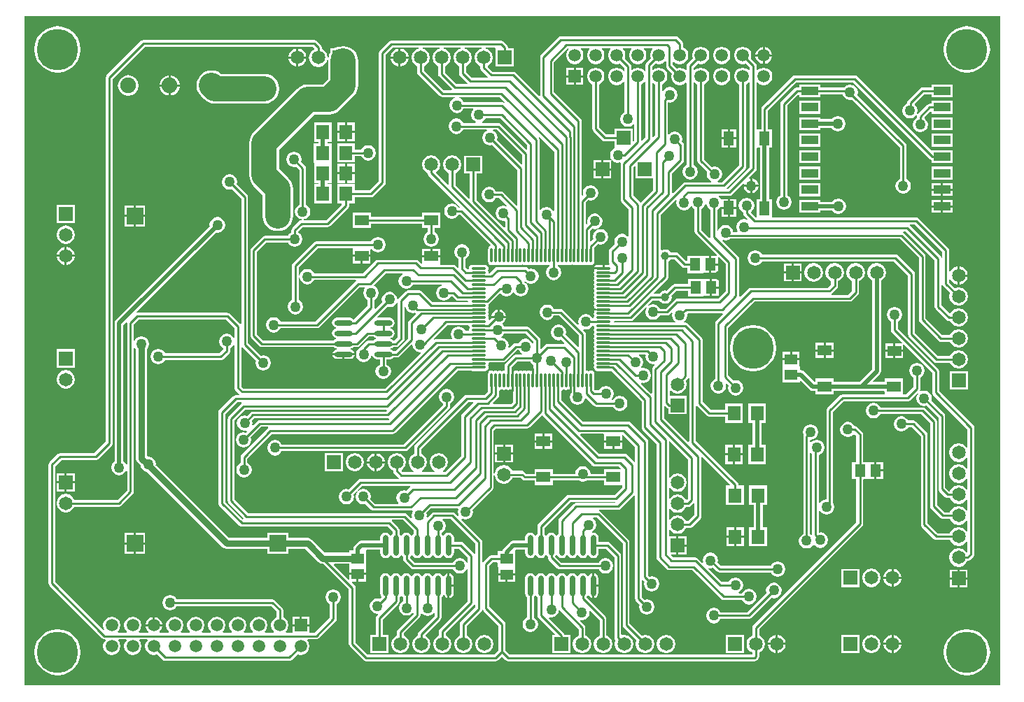
<source format=gbr>
G04 Layer_Physical_Order=1*
G04 Layer_Color=255*
%FSLAX23Y23*%
%MOIN*%
%TF.FileFunction,Copper,L1,Top,Signal*%
%TF.Part,Single*%
G01*
G75*
%TA.AperFunction,SMDPad*%
%ADD10R,0.079X0.039*%
%TA.AperFunction,SMDPad*%
%ADD11R,0.063X0.071*%
%TA.AperFunction,SMDPad*%
%ADD12O,0.087X0.024*%
%TA.AperFunction,SMDPad*%
%ADD13R,0.059X0.051*%
%TA.AperFunction,SMDPad*%
%ADD14R,0.051X0.065*%
%TA.AperFunction,SMDPad*%
%ADD15R,0.065X0.051*%
%TA.AperFunction,SMDPad*%
%ADD16R,0.051X0.059*%
%TA.AperFunction,SMDPad*%
%ADD17O,0.012X0.071*%
%TA.AperFunction,SMDPad*%
%ADD18O,0.071X0.012*%
%TA.AperFunction,SMDPad*%
%ADD19O,0.028X0.098*%
%ADD20C,0.010*%
%ADD21C,0.030*%
%ADD22C,0.020*%
%ADD23C,0.120*%
%ADD24C,0.080*%
%TA.AperFunction,ViaPad*%
%ADD25C,0.065*%
%TA.AperFunction,ViaPad*%
%ADD26R,0.065X0.065*%
%TA.AperFunction,ViaPad*%
%ADD27C,0.059*%
%TA.AperFunction,ViaPad*%
%ADD28R,0.059X0.059*%
%TA.AperFunction,ConnectorPad*%
%ADD29C,0.197*%
%TA.AperFunction,ViaPad*%
%ADD30C,0.079*%
%TA.AperFunction,ViaPad*%
%ADD31R,0.079X0.079*%
%TA.AperFunction,ViaPad*%
%ADD32R,0.065X0.065*%
%TA.AperFunction,ViaPad*%
%ADD33R,0.079X0.079*%
%TA.AperFunction,ViaPad*%
%ADD34C,0.075*%
%TA.AperFunction,ViaPad*%
%ADD35C,0.039*%
%TA.AperFunction,ViaPad*%
%ADD36C,0.050*%
G36*
X5630Y1378D02*
X984D01*
Y4567D01*
X5630D01*
Y1378D01*
D02*
G37*
%LPC*%
G36*
X4137Y2039D02*
X4099D01*
Y2002D01*
X4137D01*
Y2039D01*
D02*
G37*
G36*
X3643Y1913D02*
X3634Y1911D01*
X3625Y1906D01*
X3621Y1899D01*
X3621Y1899D01*
X3616D01*
X3616Y1899D01*
X3611Y1906D01*
X3603Y1911D01*
X3593Y1913D01*
X3584Y1911D01*
X3575Y1906D01*
X3571Y1899D01*
X3571Y1899D01*
X3566D01*
X3566Y1899D01*
X3561Y1906D01*
X3553Y1911D01*
X3543Y1913D01*
X3534Y1911D01*
X3525Y1906D01*
X3521Y1899D01*
X3521Y1899D01*
X3516D01*
X3516Y1899D01*
X3511Y1906D01*
X3503Y1911D01*
X3493Y1913D01*
X3484Y1911D01*
X3475Y1906D01*
X3471Y1899D01*
X3471Y1899D01*
X3466D01*
X3466Y1899D01*
X3461Y1906D01*
X3453Y1911D01*
X3443Y1913D01*
X3434Y1911D01*
X3425Y1906D01*
X3421Y1899D01*
X3421Y1899D01*
X3416D01*
X3416Y1899D01*
X3411Y1906D01*
X3403Y1911D01*
X3393Y1913D01*
X3384Y1911D01*
X3375Y1906D01*
X3370Y1897D01*
X3368Y1888D01*
Y1817D01*
X3370Y1807D01*
X3375Y1799D01*
X3377Y1798D01*
Y1701D01*
X3367Y1695D01*
X3359Y1683D01*
X3357Y1669D01*
X3359Y1655D01*
X3367Y1643D01*
X3379Y1635D01*
X3393Y1632D01*
X3407Y1635D01*
X3419Y1643D01*
X3427Y1655D01*
X3430Y1669D01*
X3427Y1683D01*
X3419Y1695D01*
X3410Y1701D01*
Y1798D01*
X3411Y1799D01*
X3416Y1806D01*
X3416Y1806D01*
X3421D01*
X3421Y1806D01*
X3425Y1799D01*
X3427Y1798D01*
Y1713D01*
X3428Y1706D01*
X3432Y1701D01*
X3510Y1623D01*
X3508Y1618D01*
X3497D01*
Y1531D01*
X3584D01*
Y1618D01*
X3556D01*
X3555Y1622D01*
X3552Y1627D01*
X3481Y1698D01*
X3483Y1703D01*
X3493Y1701D01*
X3507Y1704D01*
X3519Y1712D01*
X3527Y1724D01*
X3529Y1734D01*
X3535Y1735D01*
X3624Y1646D01*
Y1616D01*
X3623Y1616D01*
X3609Y1606D01*
X3599Y1592D01*
X3596Y1575D01*
X3599Y1558D01*
X3609Y1543D01*
X3623Y1534D01*
X3640Y1530D01*
X3657Y1534D01*
X3672Y1543D01*
X3681Y1558D01*
X3684Y1575D01*
X3681Y1592D01*
X3672Y1606D01*
X3657Y1616D01*
X3656Y1616D01*
Y1653D01*
X3655Y1659D01*
X3652Y1664D01*
X3630Y1686D01*
X3633Y1691D01*
X3639Y1689D01*
X3653Y1692D01*
X3665Y1700D01*
X3673Y1712D01*
X3676Y1726D01*
X3675Y1730D01*
X3679Y1733D01*
X3724Y1688D01*
Y1616D01*
X3723Y1616D01*
X3709Y1606D01*
X3699Y1592D01*
X3696Y1575D01*
X3699Y1558D01*
X3709Y1543D01*
X3723Y1534D01*
X3740Y1530D01*
X3757Y1534D01*
X3772Y1543D01*
X3781Y1558D01*
X3784Y1575D01*
X3781Y1592D01*
X3772Y1606D01*
X3757Y1616D01*
X3756Y1616D01*
Y1695D01*
X3755Y1701D01*
X3752Y1706D01*
X3661Y1797D01*
X3661Y1799D01*
X3666Y1806D01*
X3668Y1807D01*
X3669Y1807D01*
X3672Y1807D01*
X3676Y1800D01*
X3684Y1795D01*
X3688Y1794D01*
Y1852D01*
Y1911D01*
X3684Y1910D01*
X3676Y1905D01*
X3672Y1898D01*
X3669Y1898D01*
X3668Y1898D01*
X3666Y1898D01*
X3661Y1906D01*
X3653Y1911D01*
X3643Y1913D01*
D02*
G37*
G36*
X1559Y2049D02*
X1515D01*
Y2005D01*
X1559D01*
Y2049D01*
D02*
G37*
G36*
X1505D02*
X1460D01*
Y2005D01*
X1505D01*
Y2049D01*
D02*
G37*
G36*
X1176Y3468D02*
X1165Y3465D01*
X1150Y3456D01*
X1141Y3442D01*
X1139Y3430D01*
X1176D01*
Y3468D01*
D02*
G37*
G36*
X5123Y1932D02*
Y1895D01*
X5160D01*
X5158Y1906D01*
X5149Y1920D01*
X5135Y1930D01*
X5123Y1932D01*
D02*
G37*
G36*
X2364Y4454D02*
X1550D01*
X1544Y4453D01*
X1538Y4450D01*
X1376Y4288D01*
X1373Y4282D01*
X1372Y4276D01*
Y2540D01*
X1316Y2484D01*
X1153D01*
X1147Y2483D01*
X1141Y2480D01*
X1103Y2442D01*
X1100Y2436D01*
X1099Y2430D01*
Y1864D01*
X1100Y1858D01*
X1103Y1852D01*
X1354Y1601D01*
X1360Y1598D01*
X1366Y1597D01*
X1368D01*
X1370Y1592D01*
X1362Y1580D01*
X1359Y1564D01*
X1362Y1548D01*
X1371Y1535D01*
X1385Y1526D01*
X1400Y1523D01*
X1416Y1526D01*
X1430Y1535D01*
X1439Y1548D01*
X1442Y1564D01*
X1439Y1580D01*
X1431Y1592D01*
X1433Y1597D01*
X1468D01*
X1470Y1592D01*
X1462Y1580D01*
X1459Y1564D01*
X1462Y1548D01*
X1471Y1535D01*
X1485Y1526D01*
X1500Y1523D01*
X1516Y1526D01*
X1530Y1535D01*
X1539Y1548D01*
X1542Y1564D01*
X1539Y1580D01*
X1531Y1592D01*
X1533Y1597D01*
X1568D01*
X1570Y1592D01*
X1562Y1580D01*
X1559Y1564D01*
X1562Y1548D01*
X1571Y1535D01*
X1585Y1526D01*
X1600Y1523D01*
X1616Y1526D01*
X1643Y1498D01*
X1648Y1495D01*
X1655Y1494D01*
X2246D01*
X2252Y1495D01*
X2258Y1498D01*
X2285Y1526D01*
X2300Y1523D01*
X2316Y1526D01*
X2330Y1535D01*
X2339Y1548D01*
X2342Y1564D01*
X2339Y1580D01*
X2331Y1592D01*
X2333Y1597D01*
X2373D01*
X2379Y1598D01*
X2385Y1601D01*
X2467Y1683D01*
X2470Y1689D01*
X2471Y1695D01*
Y1766D01*
X2481Y1772D01*
X2489Y1784D01*
X2492Y1798D01*
X2489Y1812D01*
X2481Y1824D01*
X2469Y1832D01*
X2455Y1835D01*
X2441Y1832D01*
X2429Y1824D01*
X2421Y1812D01*
X2418Y1798D01*
X2421Y1784D01*
X2429Y1772D01*
X2439Y1766D01*
Y1702D01*
X2366Y1629D01*
X2340D01*
Y1659D01*
X2261D01*
Y1629D01*
X2230D01*
X2228Y1634D01*
X2230Y1635D01*
X2239Y1648D01*
X2242Y1664D01*
X2239Y1680D01*
X2230Y1693D01*
X2217Y1702D01*
Y1737D01*
X2215Y1743D01*
X2212Y1748D01*
X2178Y1783D01*
X2172Y1786D01*
X2166Y1787D01*
X1709D01*
X1703Y1797D01*
X1691Y1805D01*
X1677Y1808D01*
X1663Y1805D01*
X1651Y1797D01*
X1643Y1785D01*
X1640Y1771D01*
X1643Y1757D01*
X1651Y1745D01*
X1663Y1737D01*
X1677Y1734D01*
X1691Y1737D01*
X1703Y1745D01*
X1709Y1755D01*
X2159D01*
X2184Y1730D01*
Y1702D01*
X2171Y1693D01*
X2162Y1680D01*
X2159Y1664D01*
X2162Y1648D01*
X2171Y1635D01*
X2172Y1634D01*
X2171Y1629D01*
X2130D01*
X2128Y1634D01*
X2130Y1635D01*
X2139Y1648D01*
X2142Y1664D01*
X2139Y1680D01*
X2130Y1693D01*
X2116Y1702D01*
X2100Y1705D01*
X2085Y1702D01*
X2071Y1693D01*
X2062Y1680D01*
X2059Y1664D01*
X2062Y1648D01*
X2071Y1635D01*
X2072Y1634D01*
X2071Y1629D01*
X2030D01*
X2028Y1634D01*
X2030Y1635D01*
X2039Y1648D01*
X2042Y1664D01*
X2039Y1680D01*
X2030Y1693D01*
X2016Y1702D01*
X2000Y1705D01*
X1985Y1702D01*
X1971Y1693D01*
X1962Y1680D01*
X1959Y1664D01*
X1962Y1648D01*
X1971Y1635D01*
X1972Y1634D01*
X1971Y1629D01*
X1930D01*
X1928Y1634D01*
X1930Y1635D01*
X1939Y1648D01*
X1942Y1664D01*
X1939Y1680D01*
X1930Y1693D01*
X1916Y1702D01*
X1900Y1705D01*
X1885Y1702D01*
X1871Y1693D01*
X1862Y1680D01*
X1859Y1664D01*
X1862Y1648D01*
X1871Y1635D01*
X1872Y1634D01*
X1871Y1629D01*
X1830D01*
X1828Y1634D01*
X1830Y1635D01*
X1839Y1648D01*
X1842Y1664D01*
X1839Y1680D01*
X1830Y1693D01*
X1816Y1702D01*
X1800Y1705D01*
X1785Y1702D01*
X1771Y1693D01*
X1762Y1680D01*
X1759Y1664D01*
X1762Y1648D01*
X1771Y1635D01*
X1772Y1634D01*
X1771Y1629D01*
X1730D01*
X1728Y1634D01*
X1730Y1635D01*
X1739Y1648D01*
X1742Y1664D01*
X1739Y1680D01*
X1730Y1693D01*
X1716Y1702D01*
X1700Y1705D01*
X1685Y1702D01*
X1671Y1693D01*
X1662Y1680D01*
X1659Y1664D01*
X1662Y1648D01*
X1671Y1635D01*
X1672Y1634D01*
X1671Y1629D01*
X1628D01*
X1627Y1634D01*
X1629Y1636D01*
X1638Y1649D01*
X1640Y1659D01*
X1561D01*
X1563Y1649D01*
X1572Y1636D01*
X1574Y1634D01*
X1573Y1629D01*
X1530D01*
X1528Y1634D01*
X1530Y1635D01*
X1539Y1648D01*
X1542Y1664D01*
X1539Y1680D01*
X1530Y1693D01*
X1516Y1702D01*
X1500Y1705D01*
X1485Y1702D01*
X1471Y1693D01*
X1462Y1680D01*
X1459Y1664D01*
X1462Y1648D01*
X1471Y1635D01*
X1472Y1634D01*
X1471Y1629D01*
X1430D01*
X1428Y1634D01*
X1430Y1635D01*
X1439Y1648D01*
X1442Y1664D01*
X1439Y1680D01*
X1430Y1693D01*
X1416Y1702D01*
X1400Y1705D01*
X1385Y1702D01*
X1371Y1693D01*
X1362Y1680D01*
X1359Y1664D01*
X1362Y1648D01*
X1365Y1644D01*
X1361Y1641D01*
X1131Y1871D01*
Y2423D01*
X1160Y2452D01*
X1323D01*
X1329Y2453D01*
X1335Y2456D01*
X1400Y2521D01*
X1403Y2527D01*
X1404Y2533D01*
Y4269D01*
X1557Y4422D01*
X2357D01*
X2364Y4415D01*
X2363Y4409D01*
X2352Y4401D01*
X2343Y4387D01*
X2339Y4370D01*
X2343Y4353D01*
X2352Y4339D01*
X2366Y4329D01*
X2383Y4326D01*
X2400Y4329D01*
X2415Y4339D01*
X2424Y4353D01*
X2427Y4365D01*
X2432Y4364D01*
X2430Y4354D01*
Y4269D01*
X2404Y4243D01*
X2334D01*
X2315Y4240D01*
X2298Y4233D01*
X2283Y4222D01*
X2075Y4014D01*
X2064Y3999D01*
X2057Y3982D01*
X2054Y3963D01*
Y3810D01*
X2057Y3791D01*
X2064Y3774D01*
X2075Y3759D01*
X2119Y3715D01*
Y3615D01*
X2122Y3597D01*
X2129Y3579D01*
X2140Y3565D01*
X2155Y3553D01*
X2172Y3546D01*
X2191Y3544D01*
X2209Y3546D01*
X2227Y3553D01*
X2242Y3565D01*
X2253Y3579D01*
X2260Y3597D01*
X2263Y3615D01*
Y3745D01*
X2260Y3763D01*
X2253Y3781D01*
X2242Y3796D01*
X2198Y3840D01*
Y3933D01*
X2364Y4099D01*
X2434D01*
X2453Y4102D01*
X2470Y4109D01*
X2485Y4120D01*
X2553Y4188D01*
X2564Y4203D01*
X2571Y4220D01*
X2574Y4239D01*
Y4354D01*
X2571Y4373D01*
X2564Y4390D01*
X2553Y4405D01*
X2538Y4416D01*
X2521Y4423D01*
X2502Y4426D01*
X2483Y4423D01*
X2476Y4420D01*
X2466Y4418D01*
X2459Y4414D01*
X2440D01*
Y4393D01*
X2438Y4390D01*
X2436Y4380D01*
X2433Y4373D01*
X2433Y4371D01*
X2428Y4371D01*
X2424Y4387D01*
X2415Y4401D01*
X2400Y4411D01*
X2400Y4411D01*
Y4419D01*
X2399Y4425D01*
X2395Y4430D01*
X2376Y4450D01*
X2370Y4453D01*
X2364Y4454D01*
D02*
G37*
G36*
X1186Y3468D02*
Y3430D01*
X1223D01*
X1221Y3442D01*
X1212Y3456D01*
X1198Y3465D01*
X1186Y3468D01*
D02*
G37*
G36*
X1181Y3570D02*
X1164Y3566D01*
X1150Y3557D01*
X1140Y3542D01*
X1137Y3525D01*
X1140Y3508D01*
X1150Y3494D01*
X1164Y3484D01*
X1181Y3481D01*
X1198Y3484D01*
X1212Y3494D01*
X1222Y3508D01*
X1225Y3525D01*
X1222Y3542D01*
X1212Y3557D01*
X1198Y3566D01*
X1181Y3570D01*
D02*
G37*
G36*
X4685Y3341D02*
X4648D01*
Y3304D01*
X4685D01*
Y3341D01*
D02*
G37*
G36*
X5438Y3374D02*
Y3336D01*
X5475D01*
X5473Y3348D01*
X5464Y3362D01*
X5450Y3372D01*
X5438Y3374D01*
D02*
G37*
G36*
X4743Y3391D02*
X4726Y3387D01*
X4711Y3378D01*
X4702Y3363D01*
X4698Y3346D01*
X4702Y3329D01*
X4711Y3315D01*
X4726Y3305D01*
X4743Y3302D01*
X4759Y3305D01*
X4774Y3315D01*
X4783Y3329D01*
X4787Y3346D01*
X4783Y3363D01*
X4774Y3378D01*
X4759Y3387D01*
X4743Y3391D01*
D02*
G37*
G36*
X4638Y3341D02*
X4600D01*
Y3304D01*
X4638D01*
Y3341D01*
D02*
G37*
G36*
X4521Y2330D02*
X4436D01*
Y2237D01*
X4457D01*
Y2133D01*
X4436D01*
Y2040D01*
X4521D01*
Y2133D01*
X4500D01*
Y2237D01*
X4521D01*
Y2330D01*
D02*
G37*
G36*
X1176Y3420D02*
X1139D01*
X1141Y3409D01*
X1150Y3395D01*
X1165Y3385D01*
X1176Y3383D01*
Y3420D01*
D02*
G37*
G36*
X1223D02*
X1186D01*
Y3383D01*
X1198Y3385D01*
X1212Y3395D01*
X1221Y3409D01*
X1223Y3420D01*
D02*
G37*
G36*
X4638Y3389D02*
X4600D01*
Y3351D01*
X4638D01*
Y3389D01*
D02*
G37*
G36*
X4685D02*
X4648D01*
Y3351D01*
X4685D01*
Y3389D01*
D02*
G37*
G36*
X3275Y1901D02*
X3240D01*
Y1870D01*
X3275D01*
Y1901D01*
D02*
G37*
G36*
X5349Y3691D02*
X5305D01*
Y3666D01*
X5349D01*
Y3691D01*
D02*
G37*
G36*
X5404Y3656D02*
X5359D01*
Y3632D01*
X5404D01*
Y3656D01*
D02*
G37*
G36*
X3320Y1901D02*
X3285D01*
Y1870D01*
X3320D01*
Y1901D01*
D02*
G37*
G36*
X5404Y3691D02*
X5359D01*
Y3666D01*
X5404D01*
Y3691D01*
D02*
G37*
G36*
X4860Y3698D02*
X4846Y3695D01*
X4834Y3687D01*
X4831Y3683D01*
X4775D01*
Y3692D01*
X4674D01*
Y3631D01*
X4775D01*
Y3640D01*
X4831D01*
X4834Y3635D01*
X4846Y3628D01*
X4860Y3625D01*
X4874Y3628D01*
X4886Y3635D01*
X4894Y3647D01*
X4897Y3661D01*
X4894Y3675D01*
X4886Y3687D01*
X4874Y3695D01*
X4860Y3698D01*
D02*
G37*
G36*
X4775Y3771D02*
X4674D01*
Y3709D01*
X4775D01*
Y3771D01*
D02*
G37*
G36*
X2448Y4062D02*
X2363D01*
Y3969D01*
X2384D01*
Y3962D01*
X2362D01*
Y3870D01*
X2362Y3870D01*
X2363Y3865D01*
Y3772D01*
X2384D01*
Y3767D01*
X2363D01*
Y3674D01*
X2448D01*
Y3767D01*
X2427D01*
Y3772D01*
X2448D01*
Y3865D01*
X2448Y3865D01*
X2447Y3870D01*
Y3962D01*
X2427D01*
Y3969D01*
X2448D01*
Y4062D01*
D02*
G37*
G36*
X3698Y1911D02*
Y1857D01*
X3718D01*
Y1888D01*
X3716Y1897D01*
X3710Y1905D01*
X3703Y1910D01*
X3698Y1911D01*
D02*
G37*
G36*
X1225Y3669D02*
X1138D01*
Y3582D01*
X1225D01*
Y3669D01*
D02*
G37*
G36*
X5113Y1932D02*
X5102Y1930D01*
X5087Y1920D01*
X5078Y1906D01*
X5076Y1895D01*
X5113D01*
Y1932D01*
D02*
G37*
G36*
X1505Y3610D02*
X1460D01*
Y3566D01*
X1505D01*
Y3610D01*
D02*
G37*
G36*
X1559D02*
X1515D01*
Y3566D01*
X1559D01*
Y3610D01*
D02*
G37*
G36*
X5476Y1929D02*
X5438D01*
Y1892D01*
X5476D01*
Y1929D01*
D02*
G37*
G36*
X1559Y3665D02*
X1515D01*
Y3620D01*
X1559D01*
Y3665D01*
D02*
G37*
G36*
X5349Y3656D02*
X5305D01*
Y3632D01*
X5349D01*
Y3656D01*
D02*
G37*
G36*
X5428Y1929D02*
X5391D01*
Y1892D01*
X5428D01*
Y1929D01*
D02*
G37*
G36*
X1505Y3665D02*
X1460D01*
Y3620D01*
X1505D01*
Y3665D01*
D02*
G37*
G36*
X5477Y2875D02*
X5390D01*
Y2788D01*
X5477D01*
Y2875D01*
D02*
G37*
G36*
X1181Y2881D02*
X1164Y2877D01*
X1150Y2868D01*
X1140Y2853D01*
X1137Y2836D01*
X1140Y2819D01*
X1150Y2805D01*
X1164Y2795D01*
X1181Y2792D01*
X1198Y2795D01*
X1212Y2805D01*
X1222Y2819D01*
X1225Y2836D01*
X1222Y2853D01*
X1212Y2868D01*
X1198Y2877D01*
X1181Y2881D01*
D02*
G37*
G36*
X1224Y2341D02*
X1186D01*
Y2303D01*
X1224D01*
Y2341D01*
D02*
G37*
G36*
X1176D02*
X1139D01*
Y2303D01*
X1176D01*
Y2341D01*
D02*
G37*
G36*
X5043Y3391D02*
X5026Y3387D01*
X5011Y3378D01*
X5002Y3363D01*
X4998Y3346D01*
X5002Y3329D01*
X5011Y3315D01*
X5021Y3308D01*
Y2884D01*
X4961Y2824D01*
X4838D01*
Y2840D01*
X4751D01*
Y2826D01*
X4746Y2825D01*
X4698Y2874D01*
X4691Y2878D01*
X4682Y2880D01*
X4680D01*
X4677Y2884D01*
X4677Y2895D01*
X4676Y2900D01*
Y2928D01*
X4596D01*
Y2900D01*
X4595Y2895D01*
X4595Y2893D01*
Y2822D01*
X4677D01*
Y2828D01*
X4681Y2830D01*
X4723Y2788D01*
X4730Y2783D01*
X4738Y2782D01*
X4751D01*
Y2766D01*
X4838D01*
Y2782D01*
X5079D01*
X5082Y2778D01*
X5082Y2766D01*
X5078Y2764D01*
X4880D01*
X4874Y2763D01*
X4868Y2760D01*
X4807Y2699D01*
X4804Y2693D01*
X4803Y2687D01*
Y2266D01*
X4790Y2263D01*
X4778Y2255D01*
X4772Y2247D01*
X4767Y2248D01*
Y2476D01*
X4771Y2477D01*
X4783Y2485D01*
X4791Y2497D01*
X4794Y2511D01*
X4791Y2525D01*
X4783Y2537D01*
X4771Y2545D01*
X4757Y2548D01*
X4743Y2545D01*
X4731Y2537D01*
X4730Y2536D01*
X4725Y2537D01*
Y2546D01*
X4728Y2548D01*
X4742Y2551D01*
X4754Y2559D01*
X4762Y2571D01*
X4765Y2585D01*
X4762Y2599D01*
X4754Y2611D01*
X4742Y2619D01*
X4728Y2622D01*
X4714Y2619D01*
X4702Y2611D01*
X4694Y2599D01*
X4691Y2585D01*
X4694Y2572D01*
X4693Y2566D01*
Y2099D01*
X4683Y2093D01*
X4675Y2081D01*
X4672Y2067D01*
X4675Y2053D01*
X4683Y2041D01*
X4695Y2033D01*
X4709Y2030D01*
X4723Y2033D01*
X4735Y2041D01*
X4740Y2049D01*
X4746D01*
X4749Y2044D01*
X4761Y2036D01*
X4775Y2033D01*
X4789Y2036D01*
X4801Y2044D01*
X4809Y2056D01*
X4812Y2070D01*
X4809Y2084D01*
X4801Y2096D01*
X4789Y2104D01*
X4775Y2107D01*
X4771Y2106D01*
X4767Y2109D01*
Y2210D01*
X4772Y2212D01*
X4778Y2203D01*
X4790Y2195D01*
X4804Y2193D01*
X4818Y2195D01*
X4830Y2203D01*
X4838Y2215D01*
X4840Y2229D01*
X4838Y2243D01*
X4835Y2247D01*
Y2680D01*
X4887Y2732D01*
X5190D01*
X5196Y2733D01*
X5202Y2736D01*
X5237Y2772D01*
X5241Y2769D01*
X5235Y2760D01*
X5232Y2746D01*
X5235Y2732D01*
X5243Y2720D01*
X5255Y2712D01*
X5269Y2709D01*
X5280Y2712D01*
X5337Y2655D01*
Y2314D01*
X5338Y2308D01*
X5341Y2302D01*
X5369Y2275D01*
X5374Y2272D01*
X5380Y2270D01*
X5392D01*
X5392Y2270D01*
X5402Y2255D01*
X5416Y2246D01*
X5433Y2242D01*
X5450Y2246D01*
X5464Y2255D01*
X5471Y2265D01*
X5476Y2263D01*
Y2210D01*
X5471Y2209D01*
X5464Y2218D01*
X5450Y2228D01*
X5433Y2231D01*
X5416Y2228D01*
X5402Y2218D01*
X5392Y2204D01*
X5392Y2203D01*
X5366D01*
X5330Y2239D01*
Y2635D01*
X5329Y2641D01*
X5326Y2647D01*
X5274Y2699D01*
X5268Y2702D01*
X5262Y2703D01*
X5060D01*
X5054Y2713D01*
X5042Y2721D01*
X5028Y2724D01*
X5014Y2721D01*
X5002Y2713D01*
X4994Y2701D01*
X4991Y2687D01*
X4994Y2673D01*
X5002Y2661D01*
X5014Y2653D01*
X5028Y2650D01*
X5042Y2653D01*
X5054Y2661D01*
X5060Y2671D01*
X5255D01*
X5298Y2628D01*
Y2232D01*
X5299Y2226D01*
X5302Y2220D01*
X5348Y2175D01*
X5353Y2172D01*
X5359Y2170D01*
X5392D01*
X5392Y2170D01*
X5402Y2155D01*
X5416Y2146D01*
X5433Y2142D01*
X5450Y2146D01*
X5464Y2155D01*
X5471Y2165D01*
X5476Y2163D01*
Y2110D01*
X5471Y2109D01*
X5464Y2118D01*
X5450Y2128D01*
X5433Y2131D01*
X5416Y2128D01*
X5402Y2118D01*
X5392Y2104D01*
X5392Y2103D01*
X5334D01*
X5285Y2152D01*
Y2572D01*
X5284Y2578D01*
X5281Y2584D01*
X5229Y2635D01*
X5224Y2639D01*
X5218Y2640D01*
X5193D01*
X5186Y2649D01*
X5175Y2657D01*
X5161Y2660D01*
X5146Y2657D01*
X5135Y2649D01*
X5127Y2638D01*
X5124Y2624D01*
X5127Y2609D01*
X5135Y2598D01*
X5146Y2590D01*
X5161Y2587D01*
X5175Y2590D01*
X5186Y2598D01*
X5193Y2607D01*
X5211D01*
X5253Y2565D01*
Y2145D01*
X5254Y2139D01*
X5257Y2133D01*
X5316Y2075D01*
X5321Y2072D01*
X5327Y2070D01*
X5392D01*
X5392Y2070D01*
X5402Y2055D01*
X5416Y2046D01*
X5433Y2042D01*
X5450Y2046D01*
X5464Y2055D01*
X5471Y2065D01*
X5476Y2063D01*
Y2014D01*
X5474Y2012D01*
X5468Y2013D01*
X5464Y2018D01*
X5450Y2028D01*
X5433Y2031D01*
X5416Y2028D01*
X5402Y2018D01*
X5392Y2004D01*
X5389Y1987D01*
X5392Y1970D01*
X5402Y1955D01*
X5416Y1946D01*
X5433Y1942D01*
X5450Y1946D01*
X5464Y1955D01*
X5474Y1970D01*
X5474Y1970D01*
X5476D01*
X5482Y1972D01*
X5487Y1975D01*
X5504Y1991D01*
X5507Y1997D01*
X5508Y2003D01*
Y2606D01*
X5507Y2612D01*
X5504Y2618D01*
X5340Y2781D01*
Y2875D01*
X5339Y2881D01*
X5336Y2887D01*
X5143Y3079D01*
Y3112D01*
X5153Y3118D01*
X5161Y3130D01*
X5164Y3144D01*
X5161Y3158D01*
X5153Y3170D01*
X5141Y3178D01*
X5127Y3181D01*
X5113Y3178D01*
X5101Y3170D01*
X5093Y3158D01*
X5090Y3144D01*
X5093Y3130D01*
X5101Y3118D01*
X5111Y3112D01*
Y3072D01*
X5112Y3066D01*
X5115Y3060D01*
X5163Y3013D01*
X5161Y3009D01*
X5132D01*
Y2978D01*
X5169D01*
Y3000D01*
X5174Y3002D01*
X5308Y2868D01*
Y2774D01*
X5309Y2768D01*
X5312Y2762D01*
X5476Y2599D01*
Y2510D01*
X5471Y2509D01*
X5464Y2518D01*
X5450Y2528D01*
X5433Y2531D01*
X5416Y2528D01*
X5402Y2518D01*
X5392Y2504D01*
X5389Y2487D01*
X5392Y2470D01*
X5402Y2455D01*
X5416Y2446D01*
X5433Y2442D01*
X5450Y2446D01*
X5464Y2455D01*
X5471Y2465D01*
X5476Y2463D01*
Y2410D01*
X5471Y2409D01*
X5464Y2418D01*
X5450Y2428D01*
X5433Y2431D01*
X5416Y2428D01*
X5402Y2418D01*
X5392Y2404D01*
X5389Y2387D01*
X5392Y2370D01*
X5402Y2355D01*
X5416Y2346D01*
X5433Y2342D01*
X5450Y2346D01*
X5464Y2355D01*
X5471Y2365D01*
X5476Y2363D01*
Y2310D01*
X5471Y2309D01*
X5464Y2318D01*
X5450Y2328D01*
X5433Y2331D01*
X5416Y2328D01*
X5402Y2318D01*
X5392Y2304D01*
X5392Y2303D01*
X5387D01*
X5369Y2321D01*
Y2662D01*
X5368Y2668D01*
X5365Y2674D01*
X5303Y2735D01*
X5306Y2746D01*
X5303Y2760D01*
X5295Y2772D01*
X5283Y2780D01*
X5269Y2783D01*
X5255Y2780D01*
X5246Y2774D01*
X5243Y2778D01*
X5247Y2781D01*
X5250Y2787D01*
X5251Y2793D01*
Y2846D01*
X5261Y2852D01*
X5269Y2864D01*
X5272Y2878D01*
X5269Y2892D01*
X5261Y2904D01*
X5249Y2912D01*
X5235Y2915D01*
X5221Y2912D01*
X5209Y2904D01*
X5201Y2892D01*
X5198Y2878D01*
X5201Y2864D01*
X5209Y2852D01*
X5219Y2846D01*
Y2800D01*
X5183Y2764D01*
X5173D01*
X5169Y2766D01*
X5169Y2769D01*
Y2840D01*
X5082D01*
Y2824D01*
X5028D01*
X5026Y2829D01*
X5058Y2860D01*
X5062Y2867D01*
X5064Y2876D01*
Y3308D01*
X5074Y3315D01*
X5083Y3329D01*
X5087Y3346D01*
X5083Y3363D01*
X5074Y3378D01*
X5059Y3387D01*
X5043Y3391D01*
D02*
G37*
G36*
X1225Y2980D02*
X1138D01*
Y2893D01*
X1225D01*
Y2980D01*
D02*
G37*
G36*
X2499Y2951D02*
X2451D01*
X2452Y2948D01*
X2457Y2941D01*
X2464Y2936D01*
X2472Y2934D01*
X2499D01*
Y2951D01*
D02*
G37*
G36*
X4454Y3095D02*
X4425Y3092D01*
X4399Y3081D01*
X4376Y3063D01*
X4358Y3040D01*
X4347Y3014D01*
X4344Y2985D01*
X4347Y2956D01*
X4358Y2930D01*
X4376Y2907D01*
X4399Y2889D01*
X4425Y2878D01*
X4454Y2875D01*
X4483Y2878D01*
X4509Y2889D01*
X4532Y2907D01*
X4550Y2930D01*
X4561Y2956D01*
X4564Y2985D01*
X4561Y3014D01*
X4550Y3040D01*
X4532Y3063D01*
X4509Y3081D01*
X4483Y3092D01*
X4454Y3095D01*
D02*
G37*
G36*
X4465Y3452D02*
X4451Y3449D01*
X4439Y3441D01*
X4431Y3429D01*
X4428Y3415D01*
X4431Y3401D01*
X4439Y3389D01*
X4451Y3381D01*
X4465Y3378D01*
X4479Y3381D01*
X4491Y3389D01*
X4497Y3399D01*
X5125D01*
X5192Y3332D01*
Y3051D01*
X5193Y3045D01*
X5196Y3039D01*
X5316Y2920D01*
X5321Y2916D01*
X5328Y2915D01*
X5392D01*
X5392Y2915D01*
X5402Y2900D01*
X5416Y2891D01*
X5433Y2887D01*
X5450Y2891D01*
X5464Y2900D01*
X5474Y2915D01*
X5477Y2931D01*
X5474Y2948D01*
X5464Y2963D01*
X5450Y2972D01*
X5433Y2976D01*
X5416Y2972D01*
X5402Y2963D01*
X5392Y2948D01*
X5392Y2948D01*
X5334D01*
X5224Y3058D01*
Y3339D01*
X5223Y3345D01*
X5220Y3351D01*
X5144Y3427D01*
X5138Y3430D01*
X5132Y3431D01*
X4497D01*
X4491Y3441D01*
X4479Y3449D01*
X4465Y3452D01*
D02*
G37*
G36*
X4358Y2524D02*
X4322D01*
Y2484D01*
X4358D01*
Y2524D01*
D02*
G37*
G36*
X4405D02*
X4368D01*
Y2484D01*
X4405D01*
Y2524D01*
D02*
G37*
G36*
Y2474D02*
X4368D01*
Y2433D01*
X4405D01*
Y2474D01*
D02*
G37*
G36*
X4358D02*
X4322D01*
Y2433D01*
X4358D01*
Y2474D01*
D02*
G37*
G36*
X4516Y2722D02*
X4431D01*
Y2629D01*
X4452D01*
Y2525D01*
X4431D01*
Y2432D01*
X4516D01*
Y2525D01*
X4495D01*
Y2629D01*
X4516D01*
Y2722D01*
D02*
G37*
G36*
X1224Y2388D02*
X1186D01*
Y2351D01*
X1224D01*
Y2388D01*
D02*
G37*
G36*
X1176D02*
X1139D01*
Y2351D01*
X1176D01*
Y2388D01*
D02*
G37*
G36*
X5042Y2441D02*
Y2407D01*
X5073D01*
Y2441D01*
X5042D01*
D02*
G37*
G36*
X5073Y2397D02*
X5042D01*
Y2362D01*
X5073D01*
Y2397D01*
D02*
G37*
G36*
X4363Y2132D02*
X4327D01*
Y2091D01*
X4363D01*
Y2132D01*
D02*
G37*
G36*
X1559Y2104D02*
X1515D01*
Y2059D01*
X1559D01*
Y2104D01*
D02*
G37*
G36*
X4837Y3010D02*
X4800D01*
Y2979D01*
X4837D01*
Y3010D01*
D02*
G37*
G36*
X4410Y2132D02*
X4373D01*
Y2091D01*
X4410D01*
Y2132D01*
D02*
G37*
G36*
X1505Y2104D02*
X1460D01*
Y2059D01*
X1505D01*
Y2104D01*
D02*
G37*
G36*
X4363Y2081D02*
X4327D01*
Y2041D01*
X4363D01*
Y2081D01*
D02*
G37*
G36*
X5475Y3326D02*
X5438D01*
Y3289D01*
X5450Y3291D01*
X5464Y3301D01*
X5473Y3315D01*
X5475Y3326D01*
D02*
G37*
G36*
X4137Y2087D02*
X4099D01*
Y2049D01*
X4137D01*
Y2087D01*
D02*
G37*
G36*
X4410Y2081D02*
X4373D01*
Y2041D01*
X4410D01*
Y2081D01*
D02*
G37*
G36*
X5169Y2968D02*
X5132D01*
Y2937D01*
X5169D01*
Y2968D01*
D02*
G37*
G36*
X4631Y2969D02*
X4596D01*
Y2938D01*
X4631D01*
Y2969D01*
D02*
G37*
G36*
X2557Y2951D02*
X2509D01*
Y2934D01*
X2535D01*
X2544Y2936D01*
X2551Y2941D01*
X2556Y2948D01*
X2557Y2951D01*
D02*
G37*
G36*
X5122Y2968D02*
X5084D01*
Y2937D01*
X5122D01*
Y2968D01*
D02*
G37*
G36*
X4676Y2969D02*
X4641D01*
Y2938D01*
X4676D01*
Y2969D01*
D02*
G37*
G36*
X5122Y3009D02*
X5084D01*
Y2978D01*
X5122D01*
Y3009D01*
D02*
G37*
G36*
X4790Y3010D02*
X4752D01*
Y2979D01*
X4790D01*
Y3010D01*
D02*
G37*
G36*
Y2969D02*
X4752D01*
Y2938D01*
X4790D01*
Y2969D01*
D02*
G37*
G36*
X4837D02*
X4800D01*
Y2938D01*
X4837D01*
Y2969D01*
D02*
G37*
G36*
X4572Y1617D02*
Y1580D01*
X4609D01*
X4607Y1591D01*
X4598Y1605D01*
X4584Y1615D01*
X4572Y1617D01*
D02*
G37*
G36*
X4562D02*
X4550Y1615D01*
X4536Y1605D01*
X4527Y1591D01*
X4525Y1580D01*
X4562D01*
Y1617D01*
D02*
G37*
G36*
X5113D02*
X5102Y1615D01*
X5087Y1605D01*
X5078Y1591D01*
X5076Y1580D01*
X5113D01*
Y1617D01*
D02*
G37*
G36*
X4305Y4322D02*
X4289Y4319D01*
X4276Y4310D01*
X4267Y4297D01*
X4264Y4281D01*
X4267Y4265D01*
X4276Y4251D01*
X4289Y4243D01*
X4305Y4239D01*
X4321Y4243D01*
X4334Y4251D01*
X4343Y4265D01*
X4346Y4281D01*
X4343Y4297D01*
X4334Y4310D01*
X4321Y4319D01*
X4305Y4322D01*
D02*
G37*
G36*
X1670Y4285D02*
X1657Y4282D01*
X1641Y4272D01*
X1631Y4256D01*
X1628Y4243D01*
X1670D01*
Y4285D01*
D02*
G37*
G36*
X5113Y1570D02*
X5076D01*
X5078Y1558D01*
X5087Y1544D01*
X5102Y1535D01*
X5113Y1532D01*
Y1570D01*
D02*
G37*
G36*
X4609D02*
X4572D01*
Y1532D01*
X4584Y1535D01*
X4598Y1544D01*
X4607Y1558D01*
X4609Y1570D01*
D02*
G37*
G36*
X1680Y4285D02*
Y4243D01*
X1723D01*
X1720Y4256D01*
X1710Y4272D01*
X1694Y4282D01*
X1680Y4285D01*
D02*
G37*
G36*
X5160Y1570D02*
X5123D01*
Y1532D01*
X5135Y1535D01*
X5149Y1544D01*
X5158Y1558D01*
X5160Y1570D01*
D02*
G37*
G36*
X4775Y4165D02*
X4674D01*
Y4103D01*
X4775D01*
Y4165D01*
D02*
G37*
G36*
X1875Y4309D02*
X1857Y4307D01*
X1840Y4300D01*
X1825Y4288D01*
X1813Y4273D01*
X1806Y4256D01*
X1804Y4238D01*
X1806Y4219D01*
X1813Y4202D01*
X1825Y4187D01*
X1841Y4171D01*
X1856Y4160D01*
X1873Y4152D01*
X1891Y4150D01*
X2126D01*
X2145Y4152D01*
X2162Y4160D01*
X2177Y4171D01*
X2188Y4186D01*
X2195Y4203D01*
X2198Y4222D01*
X2195Y4240D01*
X2188Y4257D01*
X2177Y4272D01*
X2162Y4284D01*
X2145Y4291D01*
X2126Y4293D01*
X1919D01*
X1911Y4300D01*
X1894Y4307D01*
X1875Y4309D01*
D02*
G37*
G36*
X5405Y4086D02*
X5304D01*
Y4024D01*
X5405D01*
Y4086D01*
D02*
G37*
G36*
X4858Y4092D02*
X4844Y4089D01*
X4832Y4081D01*
X4829Y4077D01*
X4775D01*
Y4086D01*
X4674D01*
Y4024D01*
X4775D01*
Y4034D01*
X4829D01*
X4832Y4029D01*
X4844Y4021D01*
X4858Y4018D01*
X4872Y4021D01*
X4884Y4029D01*
X4892Y4041D01*
X4895Y4055D01*
X4892Y4069D01*
X4884Y4081D01*
X4872Y4089D01*
X4858Y4092D01*
D02*
G37*
G36*
X5123Y1617D02*
Y1580D01*
X5160D01*
X5158Y1591D01*
X5149Y1605D01*
X5135Y1615D01*
X5123Y1617D01*
D02*
G37*
G36*
X1670Y4233D02*
X1628D01*
X1631Y4219D01*
X1641Y4203D01*
X1657Y4193D01*
X1670Y4190D01*
Y4233D01*
D02*
G37*
G36*
X1723D02*
X1680D01*
Y4190D01*
X1694Y4193D01*
X1710Y4203D01*
X1720Y4219D01*
X1723Y4233D01*
D02*
G37*
G36*
X5405Y4243D02*
X5304D01*
Y4229D01*
X5262D01*
X5255Y4228D01*
X5250Y4224D01*
X5191Y4166D01*
X5188Y4160D01*
X5187Y4154D01*
Y4151D01*
X5175Y4143D01*
X5167Y4131D01*
X5164Y4117D01*
X5167Y4103D01*
X5175Y4091D01*
X5187Y4083D01*
X5201Y4080D01*
X5215Y4083D01*
X5227Y4091D01*
X5231Y4097D01*
X5235Y4095D01*
X5234Y4089D01*
Y4083D01*
X5225Y4076D01*
X5217Y4065D01*
X5214Y4050D01*
X5217Y4036D01*
X5225Y4025D01*
X5236Y4017D01*
X5251Y4014D01*
X5265Y4017D01*
X5276Y4025D01*
X5284Y4036D01*
X5287Y4050D01*
X5284Y4065D01*
X5276Y4076D01*
X5271Y4080D01*
X5270Y4085D01*
X5299Y4114D01*
X5304Y4112D01*
Y4103D01*
X5405D01*
Y4165D01*
X5304D01*
Y4150D01*
X5296D01*
X5296Y4150D01*
X5290Y4149D01*
X5284Y4145D01*
X5239Y4100D01*
X5235Y4103D01*
X5235Y4103D01*
X5238Y4117D01*
X5235Y4131D01*
X5227Y4143D01*
X5223Y4146D01*
X5223Y4151D01*
X5268Y4196D01*
X5304D01*
Y4182D01*
X5405D01*
Y4243D01*
D02*
G37*
G36*
X1478Y4287D02*
X1460Y4283D01*
X1443Y4272D01*
X1433Y4256D01*
X1429Y4238D01*
X1433Y4219D01*
X1443Y4203D01*
X1460Y4192D01*
X1478Y4188D01*
X1497Y4192D01*
X1513Y4203D01*
X1524Y4219D01*
X1528Y4238D01*
X1524Y4256D01*
X1513Y4272D01*
X1497Y4283D01*
X1478Y4287D01*
D02*
G37*
G36*
X4562Y1570D02*
X4525D01*
X4527Y1558D01*
X4536Y1544D01*
X4550Y1535D01*
X4562Y1532D01*
Y1570D01*
D02*
G37*
G36*
X4544Y4376D02*
X4510D01*
Y4341D01*
X4521Y4343D01*
X4534Y4352D01*
X4542Y4365D01*
X4544Y4376D01*
D02*
G37*
G36*
X2278Y4412D02*
X2267Y4410D01*
X2253Y4401D01*
X2243Y4387D01*
X2241Y4375D01*
X2278D01*
Y4412D01*
D02*
G37*
G36*
X4305Y4422D02*
X4289Y4419D01*
X4276Y4410D01*
X4267Y4397D01*
X4264Y4381D01*
X4267Y4365D01*
X4276Y4351D01*
X4289Y4343D01*
X4305Y4339D01*
X4321Y4343D01*
X4334Y4351D01*
X4343Y4365D01*
X4346Y4381D01*
X4343Y4397D01*
X4334Y4410D01*
X4321Y4419D01*
X4305Y4422D01*
D02*
G37*
G36*
X4500Y4376D02*
X4466D01*
X4468Y4365D01*
X4477Y4352D01*
X4490Y4343D01*
X4500Y4341D01*
Y4376D01*
D02*
G37*
G36*
X2288Y4412D02*
Y4375D01*
X2326D01*
X2323Y4387D01*
X2314Y4401D01*
X2300Y4410D01*
X2288Y4412D01*
D02*
G37*
G36*
X4500Y4420D02*
X4490Y4418D01*
X4477Y4409D01*
X4468Y4396D01*
X4466Y4386D01*
X4500D01*
Y4420D01*
D02*
G37*
G36*
X4510D02*
Y4386D01*
X4544D01*
X4542Y4396D01*
X4534Y4409D01*
X4521Y4418D01*
X4510Y4420D01*
D02*
G37*
G36*
X5472Y1646D02*
X5444Y1642D01*
X5417Y1631D01*
X5394Y1613D01*
X5377Y1591D01*
X5366Y1564D01*
X5362Y1535D01*
X5366Y1507D01*
X5377Y1480D01*
X5394Y1457D01*
X5417Y1440D01*
X5444Y1429D01*
X5472Y1425D01*
X5501Y1429D01*
X5528Y1440D01*
X5550Y1457D01*
X5568Y1480D01*
X5579Y1507D01*
X5583Y1535D01*
X5579Y1564D01*
X5568Y1591D01*
X5550Y1613D01*
X5528Y1631D01*
X5501Y1642D01*
X5472Y1646D01*
D02*
G37*
G36*
X1142D02*
X1113Y1642D01*
X1087Y1631D01*
X1064Y1613D01*
X1046Y1591D01*
X1035Y1564D01*
X1031Y1535D01*
X1035Y1507D01*
X1046Y1480D01*
X1064Y1457D01*
X1087Y1440D01*
X1113Y1429D01*
X1142Y1425D01*
X1170Y1429D01*
X1197Y1440D01*
X1220Y1457D01*
X1237Y1480D01*
X1248Y1507D01*
X1252Y1535D01*
X1248Y1564D01*
X1237Y1591D01*
X1220Y1613D01*
X1197Y1631D01*
X1170Y1642D01*
X1142Y1646D01*
D02*
G37*
G36*
X4085Y4471D02*
X3539D01*
X3533Y4470D01*
X3527Y4467D01*
X3444Y4384D01*
X3441Y4378D01*
X3440Y4372D01*
Y4189D01*
X3439Y4189D01*
X3435Y4187D01*
X3324Y4299D01*
X3318Y4302D01*
X3312Y4303D01*
X3214D01*
X3191Y4326D01*
X3191Y4331D01*
X3202Y4339D01*
X3212Y4353D01*
X3215Y4370D01*
X3212Y4387D01*
X3202Y4401D01*
X3188Y4411D01*
X3180Y4413D01*
X3180Y4418D01*
X3225D01*
X3227Y4414D01*
Y4327D01*
X3314D01*
Y4414D01*
X3287D01*
Y4419D01*
X3286Y4425D01*
X3282Y4431D01*
X3268Y4446D01*
X3262Y4449D01*
X3256Y4450D01*
X2731D01*
X2725Y4449D01*
X2719Y4446D01*
X2676Y4403D01*
X2673Y4397D01*
X2672Y4391D01*
Y3781D01*
X2628Y3737D01*
X2558D01*
Y3767D01*
X2473D01*
Y3674D01*
X2494D01*
X2496Y3669D01*
X2422Y3595D01*
X2315D01*
X2314Y3600D01*
X2323Y3602D01*
X2335Y3610D01*
X2343Y3622D01*
X2346Y3636D01*
X2343Y3650D01*
X2335Y3662D01*
X2325Y3668D01*
Y3842D01*
X2324Y3848D01*
X2321Y3854D01*
X2301Y3873D01*
X2304Y3884D01*
X2301Y3898D01*
X2293Y3910D01*
X2281Y3918D01*
X2267Y3921D01*
X2253Y3918D01*
X2241Y3910D01*
X2233Y3898D01*
X2230Y3884D01*
X2233Y3870D01*
X2241Y3858D01*
X2253Y3850D01*
X2267Y3847D01*
X2278Y3850D01*
X2293Y3835D01*
Y3668D01*
X2283Y3662D01*
X2275Y3650D01*
X2272Y3636D01*
X2275Y3622D01*
X2283Y3610D01*
X2295Y3602D01*
X2304Y3600D01*
X2304Y3595D01*
X2298Y3594D01*
X2292Y3591D01*
X2260Y3559D01*
X2257Y3553D01*
X2256Y3547D01*
Y3536D01*
X2246Y3530D01*
X2240Y3520D01*
X2129D01*
X2123Y3519D01*
X2117Y3516D01*
X2064Y3463D01*
X2061Y3457D01*
X2060Y3451D01*
Y3046D01*
X2061Y3040D01*
X2064Y3034D01*
X2104Y2995D01*
X2109Y2991D01*
X2116Y2990D01*
X2456D01*
X2456Y2990D01*
X2464Y2985D01*
X2471Y2984D01*
Y2978D01*
X2464Y2977D01*
X2457Y2972D01*
X2452Y2965D01*
X2451Y2961D01*
X2557D01*
X2556Y2965D01*
X2551Y2972D01*
X2544Y2977D01*
X2537Y2978D01*
Y2984D01*
X2544Y2985D01*
X2552Y2990D01*
X2552Y2990D01*
X2568D01*
X2575Y2991D01*
X2580Y2995D01*
X2625Y3040D01*
X2645D01*
X2645Y3040D01*
X2653Y3035D01*
X2657Y3034D01*
Y3029D01*
X2653Y3028D01*
X2645Y3023D01*
X2645Y3023D01*
X2624D01*
X2618Y3022D01*
X2613Y3018D01*
X2588Y2994D01*
X2586Y2990D01*
X2586Y2990D01*
X2574Y2982D01*
X2566Y2970D01*
X2563Y2956D01*
X2566Y2942D01*
X2574Y2930D01*
X2586Y2922D01*
X2600Y2919D01*
X2614Y2922D01*
X2626Y2930D01*
X2634Y2942D01*
X2635Y2947D01*
X2639Y2948D01*
X2640Y2947D01*
X2645Y2940D01*
X2653Y2935D01*
X2661Y2933D01*
X2677D01*
Y2906D01*
X2667Y2900D01*
X2659Y2888D01*
X2656Y2874D01*
X2659Y2860D01*
X2667Y2848D01*
X2679Y2840D01*
X2693Y2837D01*
X2707Y2840D01*
X2719Y2848D01*
X2727Y2860D01*
X2730Y2874D01*
X2727Y2888D01*
X2719Y2900D01*
X2709Y2906D01*
Y2933D01*
X2724D01*
X2733Y2935D01*
X2741Y2940D01*
X2741Y2940D01*
X2757D01*
X2764Y2941D01*
X2769Y2945D01*
X2826Y3001D01*
X2831Y3000D01*
X2833Y2989D01*
X2841Y2977D01*
X2853Y2969D01*
X2867Y2966D01*
X2869Y2967D01*
X2871Y2962D01*
X2702Y2793D01*
X2027D01*
X2017Y2803D01*
Y2989D01*
X2019Y2990D01*
X2022Y2991D01*
X2088Y2925D01*
X2085Y2914D01*
X2088Y2900D01*
X2096Y2888D01*
X2108Y2880D01*
X2122Y2877D01*
X2136Y2880D01*
X2148Y2888D01*
X2156Y2900D01*
X2159Y2914D01*
X2156Y2928D01*
X2148Y2940D01*
X2136Y2948D01*
X2122Y2951D01*
X2111Y2948D01*
X2049Y3010D01*
Y3706D01*
X2048Y3712D01*
X2045Y3718D01*
X1996Y3766D01*
X1999Y3777D01*
X1996Y3791D01*
X1988Y3803D01*
X1976Y3811D01*
X1962Y3814D01*
X1948Y3811D01*
X1936Y3803D01*
X1928Y3791D01*
X1925Y3777D01*
X1928Y3763D01*
X1936Y3751D01*
X1948Y3743D01*
X1962Y3740D01*
X1973Y3743D01*
X2017Y3699D01*
Y3101D01*
X2015Y3100D01*
X2012Y3099D01*
X1962Y3150D01*
X1956Y3153D01*
X1950Y3154D01*
X1522D01*
X1522Y3154D01*
X1519Y3159D01*
X1898Y3537D01*
X1903Y3536D01*
X1917Y3539D01*
X1929Y3547D01*
X1937Y3559D01*
X1940Y3573D01*
X1937Y3587D01*
X1929Y3599D01*
X1917Y3607D01*
X1903Y3610D01*
X1889Y3607D01*
X1877Y3599D01*
X1869Y3587D01*
X1866Y3573D01*
X1867Y3568D01*
X1420Y3120D01*
X1415Y3113D01*
X1414Y3105D01*
Y2445D01*
X1409Y2442D01*
X1401Y2430D01*
X1398Y2416D01*
X1401Y2402D01*
X1409Y2390D01*
X1421Y2382D01*
X1435Y2379D01*
X1449Y2382D01*
X1461Y2390D01*
X1468Y2400D01*
X1473Y2399D01*
Y2307D01*
X1428Y2262D01*
X1222D01*
X1222Y2263D01*
X1212Y2277D01*
X1198Y2287D01*
X1181Y2290D01*
X1164Y2287D01*
X1150Y2277D01*
X1140Y2263D01*
X1137Y2246D01*
X1140Y2229D01*
X1150Y2214D01*
X1164Y2205D01*
X1181Y2201D01*
X1198Y2205D01*
X1212Y2214D01*
X1222Y2229D01*
X1222Y2229D01*
X1435D01*
X1441Y2231D01*
X1446Y2234D01*
X1501Y2288D01*
X1504Y2294D01*
X1505Y2300D01*
Y2985D01*
X1510Y2987D01*
X1515Y2979D01*
Y2459D01*
X1518Y2449D01*
X1523Y2440D01*
X1537Y2426D01*
X1539Y2417D01*
X1547Y2405D01*
X1559Y2397D01*
X1568Y2396D01*
X1928Y2035D01*
X1937Y2030D01*
X1947Y2028D01*
X2140D01*
Y2004D01*
X2241D01*
Y2028D01*
X2322D01*
X2385Y1965D01*
X2393Y1959D01*
X2404Y1957D01*
X2407D01*
X2529Y1835D01*
Y1576D01*
X2530Y1570D01*
X2533Y1564D01*
X2600Y1497D01*
X2606Y1494D01*
X2612Y1493D01*
X3229D01*
X3235Y1494D01*
X3241Y1497D01*
X3258Y1515D01*
X3275Y1497D01*
X3281Y1494D01*
X3287Y1493D01*
X4461D01*
X4467Y1494D01*
X4473Y1497D01*
X4478Y1503D01*
X4482Y1509D01*
X4483Y1515D01*
Y1534D01*
X4484Y1534D01*
X4498Y1543D01*
X4508Y1558D01*
X4511Y1575D01*
X4508Y1592D01*
X4498Y1606D01*
X4484Y1616D01*
X4483Y1616D01*
Y1646D01*
X4974Y2137D01*
X4978Y2142D01*
X4979Y2149D01*
Y2358D01*
X4982Y2361D01*
X4997D01*
X4999Y2361D01*
X5004Y2362D01*
X5032D01*
Y2402D01*
Y2441D01*
X5004D01*
X4999Y2442D01*
X4997Y2442D01*
X4979D01*
Y2574D01*
X4978Y2581D01*
X4974Y2586D01*
X4951Y2609D01*
X4946Y2613D01*
X4939Y2614D01*
X4938D01*
X4931Y2623D01*
X4920Y2631D01*
X4906Y2634D01*
X4891Y2631D01*
X4880Y2623D01*
X4872Y2612D01*
X4869Y2598D01*
X4872Y2583D01*
X4880Y2572D01*
X4891Y2564D01*
X4906Y2561D01*
X4920Y2564D01*
X4931Y2572D01*
X4934Y2575D01*
X4939Y2575D01*
X4946Y2568D01*
Y2442D01*
X4926D01*
Y2361D01*
X4946D01*
Y2155D01*
X4455Y1664D01*
X4452Y1659D01*
X4451Y1653D01*
Y1616D01*
X4450Y1616D01*
X4436Y1606D01*
X4426Y1592D01*
X4423Y1575D01*
X4426Y1558D01*
X4436Y1543D01*
X4450Y1534D01*
X4451Y1534D01*
Y1525D01*
X3294D01*
X3274Y1545D01*
Y1669D01*
X3273Y1675D01*
X3270Y1681D01*
X3198Y1752D01*
Y1948D01*
X3214Y1964D01*
X3236D01*
X3239Y1961D01*
Y1946D01*
X3239Y1944D01*
X3240Y1939D01*
Y1911D01*
X3320D01*
Y1939D01*
X3321Y1944D01*
X3321Y1946D01*
Y2017D01*
X3321Y2017D01*
X3321D01*
X3321Y2022D01*
X3323Y2024D01*
X3368D01*
Y2010D01*
X3370Y2000D01*
X3375Y1992D01*
X3384Y1986D01*
X3393Y1985D01*
X3403Y1986D01*
X3411Y1992D01*
X3416Y1998D01*
X3416Y1999D01*
X3421D01*
X3421Y1998D01*
X3425Y1992D01*
X3434Y1986D01*
X3443Y1985D01*
X3453Y1986D01*
X3461Y1992D01*
X3466Y1998D01*
X3466Y1999D01*
X3471D01*
X3471Y1998D01*
X3475Y1992D01*
X3477Y1991D01*
Y1987D01*
X3478Y1980D01*
X3482Y1975D01*
X3521Y1935D01*
X3527Y1932D01*
X3533Y1931D01*
X3720D01*
X3726Y1921D01*
X3738Y1913D01*
X3752Y1910D01*
X3766Y1913D01*
X3778Y1921D01*
X3786Y1933D01*
X3789Y1947D01*
X3786Y1961D01*
X3778Y1973D01*
X3766Y1981D01*
X3752Y1984D01*
X3738Y1981D01*
X3726Y1973D01*
X3720Y1963D01*
X3540D01*
X3511Y1992D01*
X3511Y1992D01*
X3516Y1998D01*
X3516Y1999D01*
X3521D01*
X3521Y1998D01*
X3525Y1992D01*
X3534Y1986D01*
X3543Y1985D01*
X3553Y1986D01*
X3561Y1992D01*
X3566Y1998D01*
X3566Y1999D01*
X3571D01*
X3571Y1998D01*
X3575Y1992D01*
X3584Y1986D01*
X3593Y1985D01*
X3603Y1986D01*
X3611Y1992D01*
X3616Y1998D01*
X3616Y1999D01*
X3621D01*
X3621Y1998D01*
X3625Y1992D01*
X3634Y1986D01*
X3643Y1985D01*
X3653Y1986D01*
X3661Y1992D01*
X3666Y1998D01*
X3666Y1999D01*
X3671D01*
X3671Y1998D01*
X3675Y1992D01*
X3684Y1986D01*
X3693Y1985D01*
X3703Y1986D01*
X3711Y1992D01*
X3717Y2000D01*
X3719Y2010D01*
Y2029D01*
X3753D01*
X3794Y1988D01*
Y1605D01*
X3795Y1599D01*
X3798Y1593D01*
X3800Y1592D01*
X3799Y1592D01*
X3796Y1575D01*
X3799Y1558D01*
X3809Y1543D01*
X3823Y1534D01*
X3840Y1530D01*
X3857Y1534D01*
X3872Y1543D01*
X3881Y1558D01*
X3884Y1575D01*
X3881Y1592D01*
X3872Y1606D01*
X3857Y1616D01*
X3840Y1619D01*
X3830Y1617D01*
X3826Y1620D01*
Y1995D01*
X3825Y2001D01*
X3822Y2007D01*
X3771Y2057D01*
X3766Y2060D01*
X3760Y2062D01*
X3719D01*
Y2081D01*
X3717Y2090D01*
X3711Y2099D01*
X3703Y2104D01*
X3693Y2106D01*
X3689Y2105D01*
X3687Y2110D01*
X3698Y2117D01*
X3706Y2129D01*
X3709Y2143D01*
X3706Y2157D01*
X3698Y2169D01*
X3692Y2173D01*
X3694Y2178D01*
X3710D01*
X3834Y2054D01*
Y1665D01*
X3835Y1659D01*
X3838Y1653D01*
X3900Y1592D01*
X3899Y1592D01*
X3896Y1575D01*
X3899Y1558D01*
X3909Y1543D01*
X3923Y1534D01*
X3940Y1530D01*
X3957Y1534D01*
X3972Y1543D01*
X3981Y1558D01*
X3984Y1575D01*
X3981Y1592D01*
X3972Y1606D01*
X3957Y1616D01*
X3940Y1619D01*
X3923Y1616D01*
X3923Y1615D01*
X3866Y1672D01*
Y2061D01*
X3865Y2067D01*
X3862Y2073D01*
X3729Y2206D01*
X3723Y2209D01*
X3720Y2210D01*
X3721Y2215D01*
X3811D01*
X3817Y2216D01*
X3823Y2219D01*
X3887Y2284D01*
X3892Y2282D01*
Y1791D01*
X3893Y1785D01*
X3896Y1779D01*
X3914Y1762D01*
X3911Y1751D01*
X3914Y1737D01*
X3922Y1725D01*
X3934Y1717D01*
X3948Y1714D01*
X3962Y1717D01*
X3974Y1725D01*
X3982Y1737D01*
X3985Y1751D01*
X3982Y1765D01*
X3974Y1777D01*
X3962Y1785D01*
X3948Y1788D01*
X3937Y1785D01*
X3924Y1798D01*
Y1879D01*
X3929Y1881D01*
X3938Y1872D01*
X3935Y1861D01*
X3938Y1847D01*
X3946Y1835D01*
X3958Y1827D01*
X3972Y1824D01*
X3986Y1827D01*
X3998Y1835D01*
X4006Y1847D01*
X4009Y1861D01*
X4006Y1875D01*
X3998Y1887D01*
X3986Y1895D01*
X3972Y1898D01*
X3961Y1895D01*
X3954Y1902D01*
Y2539D01*
X3953Y2545D01*
X3950Y2551D01*
X3870Y2631D01*
X3864Y2634D01*
X3858Y2635D01*
X3644D01*
X3540Y2739D01*
Y2783D01*
X3543Y2786D01*
X3550Y2787D01*
X3553Y2789D01*
X3556Y2787D01*
X3563Y2786D01*
X3570Y2787D01*
X3574Y2790D01*
X3576Y2788D01*
X3583Y2787D01*
X3586Y2784D01*
Y2768D01*
X3584Y2765D01*
X3581Y2751D01*
X3584Y2737D01*
X3592Y2725D01*
X3604Y2717D01*
X3618Y2714D01*
X3632Y2717D01*
X3644Y2725D01*
X3652Y2737D01*
X3654Y2745D01*
X3659Y2747D01*
X3695Y2710D01*
X3701Y2707D01*
X3707Y2706D01*
X3787D01*
X3793Y2696D01*
X3805Y2688D01*
X3819Y2685D01*
X3833Y2688D01*
X3845Y2696D01*
X3853Y2708D01*
X3856Y2722D01*
X3853Y2736D01*
X3845Y2748D01*
X3833Y2756D01*
X3819Y2759D01*
X3805Y2756D01*
X3793Y2748D01*
X3787Y2738D01*
X3782D01*
X3780Y2743D01*
X3787Y2754D01*
X3790Y2768D01*
X3787Y2782D01*
X3779Y2794D01*
X3767Y2802D01*
X3753Y2805D01*
X3739Y2802D01*
X3727Y2794D01*
X3721Y2784D01*
X3701D01*
X3697Y2788D01*
Y2799D01*
X3698Y2803D01*
Y2862D01*
X3697Y2869D01*
X3693Y2874D01*
X3688Y2878D01*
X3681Y2879D01*
X3675Y2878D01*
X3671Y2876D01*
X3668Y2878D01*
X3661Y2879D01*
X3658Y2882D01*
Y3051D01*
X3657Y3058D01*
X3653Y3063D01*
X3645Y3071D01*
X3647Y3076D01*
X3658Y3074D01*
X3672Y3076D01*
X3684Y3084D01*
X3689Y3091D01*
X3695Y3091D01*
X3695Y3091D01*
X3697Y3084D01*
X3699Y3081D01*
X3697Y3077D01*
X3695Y3071D01*
X3697Y3064D01*
X3699Y3061D01*
X3697Y3058D01*
X3695Y3051D01*
X3697Y3045D01*
X3699Y3041D01*
X3697Y3038D01*
X3695Y3031D01*
X3697Y3025D01*
X3699Y3022D01*
X3697Y3018D01*
X3695Y3012D01*
X3697Y3005D01*
X3699Y3002D01*
X3697Y2999D01*
X3695Y2992D01*
X3697Y2986D01*
X3699Y2982D01*
X3697Y2979D01*
X3695Y2972D01*
X3697Y2966D01*
X3699Y2963D01*
X3697Y2959D01*
X3695Y2953D01*
X3697Y2946D01*
X3699Y2943D01*
X3697Y2940D01*
X3695Y2933D01*
X3697Y2926D01*
X3699Y2923D01*
X3697Y2920D01*
X3695Y2913D01*
X3697Y2907D01*
X3699Y2904D01*
X3697Y2900D01*
X3695Y2894D01*
X3697Y2887D01*
X3700Y2882D01*
X3706Y2878D01*
X3713Y2876D01*
X3772D01*
X3776Y2877D01*
X3777D01*
X3923Y2731D01*
Y2607D01*
X3924Y2601D01*
X3927Y2595D01*
X3994Y2529D01*
Y1988D01*
X3995Y1982D01*
X3998Y1976D01*
X4043Y1932D01*
X4049Y1928D01*
X4055Y1927D01*
X4163D01*
X4301Y1788D01*
X4307Y1785D01*
X4313Y1784D01*
X4402D01*
X4408Y1774D01*
X4420Y1766D01*
X4434Y1763D01*
X4448Y1766D01*
X4460Y1774D01*
X4468Y1786D01*
X4471Y1800D01*
X4468Y1814D01*
X4460Y1826D01*
X4448Y1834D01*
X4434Y1837D01*
X4420Y1834D01*
X4408Y1826D01*
X4402Y1816D01*
X4387D01*
X4386Y1821D01*
X4396Y1828D01*
X4404Y1840D01*
X4407Y1854D01*
X4404Y1868D01*
X4396Y1880D01*
X4384Y1888D01*
X4370Y1891D01*
X4356Y1888D01*
X4344Y1880D01*
X4338Y1870D01*
X4304D01*
X4241Y1933D01*
X4243Y1938D01*
X4252Y1936D01*
X4263Y1939D01*
X4281Y1920D01*
X4287Y1917D01*
X4293Y1916D01*
X4293Y1916D01*
X4540D01*
X4546Y1906D01*
X4558Y1898D01*
X4572Y1895D01*
X4586Y1898D01*
X4598Y1906D01*
X4606Y1918D01*
X4609Y1932D01*
X4606Y1946D01*
X4598Y1958D01*
X4586Y1966D01*
X4572Y1969D01*
X4558Y1966D01*
X4546Y1958D01*
X4540Y1948D01*
X4300D01*
X4286Y1962D01*
X4289Y1973D01*
X4286Y1987D01*
X4278Y1999D01*
X4266Y2007D01*
X4252Y2010D01*
X4238Y2007D01*
X4226Y1999D01*
X4218Y1987D01*
X4215Y1973D01*
X4217Y1964D01*
X4212Y1962D01*
X4192Y1983D01*
X4186Y1986D01*
X4180Y1987D01*
X4073D01*
X4063Y1997D01*
X4065Y2002D01*
X4089D01*
Y2044D01*
Y2087D01*
X4053D01*
Y2118D01*
X4058Y2120D01*
X4063Y2113D01*
X4078Y2103D01*
X4094Y2100D01*
X4111Y2103D01*
X4126Y2113D01*
X4135Y2127D01*
X4136Y2128D01*
X4152D01*
X4158Y2129D01*
X4164Y2133D01*
X4204Y2172D01*
X4207Y2178D01*
X4208Y2184D01*
Y2464D01*
X4213Y2466D01*
X4345Y2334D01*
X4343Y2330D01*
X4326D01*
Y2237D01*
X4411D01*
Y2330D01*
X4384D01*
Y2334D01*
X4383Y2340D01*
X4380Y2345D01*
X4182Y2543D01*
Y2708D01*
X4187Y2710D01*
X4233Y2664D01*
X4238Y2660D01*
X4245Y2659D01*
X4321D01*
Y2629D01*
X4406D01*
Y2722D01*
X4321D01*
Y2692D01*
X4251D01*
X4213Y2730D01*
Y3026D01*
X4212Y3032D01*
X4209Y3037D01*
X4144Y3102D01*
X4138Y3106D01*
X4132Y3107D01*
X4128D01*
X4126Y3112D01*
X4131Y3115D01*
X4139Y3127D01*
X4142Y3141D01*
X4140Y3148D01*
X4144Y3153D01*
X4307D01*
X4309Y3153D01*
X4311Y3148D01*
X4277Y3115D01*
X4274Y3109D01*
X4273Y3103D01*
Y2838D01*
X4263Y2832D01*
X4255Y2820D01*
X4252Y2806D01*
X4255Y2792D01*
X4263Y2780D01*
X4275Y2772D01*
X4289Y2769D01*
X4303Y2772D01*
X4315Y2780D01*
X4323Y2792D01*
X4326Y2806D01*
X4324Y2814D01*
X4329Y2816D01*
X4338Y2807D01*
X4335Y2796D01*
X4338Y2782D01*
X4346Y2770D01*
X4358Y2762D01*
X4372Y2759D01*
X4386Y2762D01*
X4398Y2770D01*
X4406Y2782D01*
X4409Y2796D01*
X4406Y2810D01*
X4398Y2822D01*
X4386Y2830D01*
X4372Y2833D01*
X4361Y2830D01*
X4336Y2855D01*
Y3083D01*
X4460Y3207D01*
X4914D01*
X4920Y3208D01*
X4926Y3211D01*
X4954Y3240D01*
X4958Y3245D01*
X4959Y3252D01*
Y3305D01*
X4959Y3305D01*
X4974Y3315D01*
X4983Y3329D01*
X4987Y3346D01*
X4983Y3363D01*
X4974Y3378D01*
X4959Y3387D01*
X4943Y3391D01*
X4926Y3387D01*
X4911Y3378D01*
X4902Y3363D01*
X4898Y3346D01*
X4902Y3329D01*
X4911Y3315D01*
X4926Y3305D01*
X4926Y3305D01*
Y3258D01*
X4907Y3239D01*
X4829D01*
X4828Y3244D01*
X4830Y3245D01*
X4854Y3270D01*
X4858Y3275D01*
X4859Y3282D01*
Y3305D01*
X4859Y3305D01*
X4874Y3315D01*
X4883Y3329D01*
X4887Y3346D01*
X4883Y3363D01*
X4874Y3378D01*
X4859Y3387D01*
X4843Y3391D01*
X4826Y3387D01*
X4811Y3378D01*
X4802Y3363D01*
X4798Y3346D01*
X4802Y3329D01*
X4811Y3315D01*
X4826Y3305D01*
X4826Y3305D01*
Y3288D01*
X4811Y3273D01*
X4443D01*
X4437Y3272D01*
X4431Y3269D01*
X4393Y3230D01*
X4388Y3232D01*
X4388Y3234D01*
Y3410D01*
X4387Y3416D01*
X4384Y3422D01*
X4308Y3497D01*
X4310Y3502D01*
X4323Y3499D01*
X4337Y3502D01*
X4344Y3507D01*
X5153D01*
X5244Y3416D01*
Y3120D01*
X5245Y3114D01*
X5248Y3108D01*
X5337Y3020D01*
X5342Y3016D01*
X5349Y3015D01*
X5392D01*
X5392Y3015D01*
X5402Y3000D01*
X5416Y2991D01*
X5433Y2987D01*
X5450Y2991D01*
X5464Y3000D01*
X5474Y3015D01*
X5477Y3031D01*
X5474Y3048D01*
X5464Y3063D01*
X5450Y3072D01*
X5433Y3076D01*
X5416Y3072D01*
X5402Y3063D01*
X5392Y3048D01*
X5392Y3048D01*
X5355D01*
X5276Y3127D01*
Y3423D01*
X5276Y3423D01*
X5275Y3429D01*
X5272Y3435D01*
X5172Y3535D01*
X5168Y3537D01*
X5170Y3542D01*
X5182D01*
X5319Y3405D01*
Y3183D01*
X5320Y3177D01*
X5323Y3171D01*
X5375Y3120D01*
X5380Y3116D01*
X5387Y3115D01*
X5392D01*
X5392Y3115D01*
X5402Y3100D01*
X5416Y3091D01*
X5433Y3087D01*
X5450Y3091D01*
X5464Y3100D01*
X5474Y3115D01*
X5477Y3131D01*
X5474Y3148D01*
X5464Y3163D01*
X5450Y3172D01*
X5433Y3176D01*
X5416Y3172D01*
X5402Y3163D01*
X5395Y3152D01*
X5390Y3152D01*
X5351Y3190D01*
Y3289D01*
X5356Y3289D01*
X5357Y3286D01*
X5360Y3281D01*
X5392Y3249D01*
X5392Y3248D01*
X5389Y3231D01*
X5392Y3215D01*
X5402Y3200D01*
X5416Y3191D01*
X5433Y3187D01*
X5450Y3191D01*
X5464Y3200D01*
X5474Y3215D01*
X5477Y3231D01*
X5474Y3248D01*
X5464Y3263D01*
X5450Y3272D01*
X5433Y3276D01*
X5416Y3272D01*
X5416Y3272D01*
X5388Y3299D01*
Y3311D01*
X5389Y3312D01*
X5396Y3311D01*
X5402Y3301D01*
X5416Y3291D01*
X5428Y3289D01*
Y3331D01*
Y3374D01*
X5416Y3372D01*
X5402Y3362D01*
X5396Y3352D01*
X5389Y3351D01*
X5388Y3352D01*
Y3450D01*
X5387Y3456D01*
X5384Y3462D01*
X5242Y3604D01*
X5236Y3607D01*
X5230Y3608D01*
X4550D01*
X4545Y3609D01*
X4545Y3613D01*
Y3696D01*
X4531D01*
Y3941D01*
X4546D01*
Y4028D01*
X4526D01*
Y4119D01*
X4660Y4253D01*
X4931D01*
X5298Y3886D01*
X5303Y3883D01*
X5304Y3882D01*
Y3867D01*
X5405D01*
Y3928D01*
X5304D01*
X5304Y3928D01*
Y3928D01*
X5300Y3930D01*
X4950Y4281D01*
X4944Y4284D01*
X4938Y4285D01*
X4653D01*
X4647Y4284D01*
X4641Y4281D01*
X4498Y4137D01*
X4494Y4132D01*
X4493Y4125D01*
Y4032D01*
X4490Y4028D01*
X4473Y4028D01*
X4471Y4033D01*
Y4250D01*
X4476Y4251D01*
X4489Y4243D01*
X4505Y4239D01*
X4521Y4243D01*
X4534Y4251D01*
X4543Y4265D01*
X4546Y4281D01*
X4543Y4297D01*
X4534Y4310D01*
X4521Y4319D01*
X4505Y4322D01*
X4489Y4319D01*
X4476Y4310D01*
X4471Y4311D01*
Y4331D01*
X4470Y4337D01*
X4467Y4342D01*
X4443Y4365D01*
X4446Y4381D01*
X4443Y4397D01*
X4434Y4410D01*
X4421Y4419D01*
X4405Y4422D01*
X4389Y4419D01*
X4376Y4410D01*
X4367Y4397D01*
X4364Y4381D01*
X4367Y4365D01*
X4376Y4351D01*
X4389Y4343D01*
X4405Y4339D01*
X4420Y4342D01*
X4439Y4324D01*
Y4312D01*
X4434Y4310D01*
X4421Y4319D01*
X4405Y4322D01*
X4389Y4319D01*
X4376Y4310D01*
X4367Y4297D01*
X4364Y4281D01*
X4367Y4265D01*
X4376Y4251D01*
X4389Y4243D01*
Y3857D01*
X4308Y3776D01*
X4287D01*
X4286Y3781D01*
X4296Y3788D01*
X4304Y3800D01*
X4307Y3814D01*
X4304Y3828D01*
X4296Y3840D01*
X4284Y3848D01*
X4270Y3851D01*
X4259Y3848D01*
X4221Y3886D01*
Y4243D01*
X4234Y4251D01*
X4243Y4265D01*
X4246Y4281D01*
X4243Y4297D01*
X4234Y4310D01*
X4221Y4319D01*
X4205Y4322D01*
X4189Y4319D01*
X4176Y4310D01*
X4175Y4309D01*
X4170Y4310D01*
Y4323D01*
X4190Y4342D01*
X4205Y4339D01*
X4221Y4343D01*
X4234Y4351D01*
X4243Y4365D01*
X4246Y4381D01*
X4243Y4397D01*
X4234Y4410D01*
X4221Y4419D01*
X4205Y4422D01*
X4189Y4419D01*
X4176Y4410D01*
X4167Y4397D01*
X4164Y4381D01*
X4167Y4365D01*
X4142Y4341D01*
X4139Y4336D01*
X4138Y4330D01*
Y4313D01*
X4133Y4311D01*
X4121Y4319D01*
X4105Y4322D01*
X4090Y4319D01*
X4072Y4337D01*
Y4349D01*
X4077Y4351D01*
X4089Y4343D01*
X4105Y4339D01*
X4121Y4343D01*
X4134Y4351D01*
X4143Y4365D01*
X4146Y4381D01*
X4143Y4397D01*
X4134Y4410D01*
X4121Y4419D01*
Y4435D01*
X4120Y4441D01*
X4117Y4446D01*
X4097Y4467D01*
X4091Y4470D01*
X4085Y4471D01*
D02*
G37*
G36*
X2278Y4365D02*
X2241D01*
X2243Y4354D01*
X2253Y4339D01*
X2267Y4330D01*
X2278Y4328D01*
Y4365D01*
D02*
G37*
G36*
X1142Y4520D02*
X1113Y4516D01*
X1087Y4505D01*
X1064Y4487D01*
X1046Y4465D01*
X1035Y4438D01*
X1031Y4409D01*
X1035Y4381D01*
X1046Y4354D01*
X1064Y4331D01*
X1087Y4314D01*
X1113Y4303D01*
X1142Y4299D01*
X1170Y4303D01*
X1197Y4314D01*
X1220Y4331D01*
X1237Y4354D01*
X1248Y4381D01*
X1252Y4409D01*
X1248Y4438D01*
X1237Y4465D01*
X1220Y4487D01*
X1197Y4505D01*
X1170Y4516D01*
X1142Y4520D01*
D02*
G37*
G36*
X5472D02*
X5444Y4516D01*
X5417Y4505D01*
X5394Y4487D01*
X5377Y4465D01*
X5366Y4438D01*
X5362Y4409D01*
X5366Y4381D01*
X5377Y4354D01*
X5394Y4331D01*
X5417Y4314D01*
X5444Y4303D01*
X5472Y4299D01*
X5501Y4303D01*
X5528Y4314D01*
X5550Y4331D01*
X5568Y4354D01*
X5579Y4381D01*
X5583Y4409D01*
X5579Y4438D01*
X5568Y4465D01*
X5550Y4487D01*
X5528Y4505D01*
X5501Y4516D01*
X5472Y4520D01*
D02*
G37*
G36*
X2326Y4365D02*
X2288D01*
Y4328D01*
X2300Y4330D01*
X2314Y4339D01*
X2323Y4354D01*
X2326Y4365D01*
D02*
G37*
G36*
X5018Y1619D02*
X5001Y1616D01*
X4987Y1606D01*
X4977Y1592D01*
X4974Y1575D01*
X4977Y1558D01*
X4987Y1543D01*
X5001Y1534D01*
X5018Y1530D01*
X5035Y1534D01*
X5049Y1543D01*
X5059Y1558D01*
X5062Y1575D01*
X5059Y1592D01*
X5049Y1606D01*
X5035Y1616D01*
X5018Y1619D01*
D02*
G37*
G36*
X4040D02*
X4023Y1616D01*
X4009Y1606D01*
X3999Y1592D01*
X3996Y1575D01*
X3999Y1558D01*
X4009Y1543D01*
X4023Y1534D01*
X4040Y1530D01*
X4057Y1534D01*
X4072Y1543D01*
X4081Y1558D01*
X4084Y1575D01*
X4081Y1592D01*
X4072Y1606D01*
X4057Y1616D01*
X4040Y1619D01*
D02*
G37*
G36*
X4962Y1618D02*
X4875D01*
Y1531D01*
X4962D01*
Y1618D01*
D02*
G37*
G36*
X4410D02*
X4323D01*
Y1531D01*
X4410D01*
Y1618D01*
D02*
G37*
G36*
X2557Y4061D02*
X2521D01*
Y4021D01*
X2557D01*
Y4061D01*
D02*
G37*
G36*
X5405Y3850D02*
X5304D01*
Y3788D01*
X5405D01*
Y3850D01*
D02*
G37*
G36*
X5428Y1882D02*
X5391D01*
Y1844D01*
X5428D01*
Y1882D01*
D02*
G37*
G36*
X4775Y3850D02*
X4674D01*
Y3788D01*
X4775D01*
Y3850D01*
D02*
G37*
G36*
X2511Y3814D02*
X2474D01*
Y3773D01*
X2511D01*
Y3814D01*
D02*
G37*
G36*
X2557D02*
X2521D01*
Y3773D01*
X2557D01*
Y3814D01*
D02*
G37*
G36*
X4553Y1867D02*
X4539Y1864D01*
X4527Y1856D01*
X4519Y1844D01*
X4516Y1830D01*
X4519Y1819D01*
X4426Y1726D01*
X4299D01*
X4293Y1736D01*
X4281Y1744D01*
X4267Y1747D01*
X4253Y1744D01*
X4241Y1736D01*
X4233Y1724D01*
X4230Y1710D01*
X4233Y1696D01*
X4241Y1684D01*
X4253Y1676D01*
X4267Y1673D01*
X4281Y1676D01*
X4293Y1684D01*
X4299Y1694D01*
X4433D01*
X4439Y1695D01*
X4445Y1698D01*
X4542Y1796D01*
X4553Y1793D01*
X4567Y1796D01*
X4579Y1804D01*
X4587Y1816D01*
X4590Y1830D01*
X4587Y1844D01*
X4579Y1856D01*
X4567Y1864D01*
X4553Y1867D01*
D02*
G37*
G36*
X2340Y1704D02*
X2305D01*
Y1669D01*
X2340D01*
Y1704D01*
D02*
G37*
G36*
X2557Y3864D02*
X2521D01*
Y3824D01*
X2557D01*
Y3864D01*
D02*
G37*
G36*
X3718Y1847D02*
X3698D01*
Y1794D01*
X3703Y1795D01*
X3710Y1800D01*
X3716Y1808D01*
X3718Y1817D01*
Y1847D01*
D02*
G37*
G36*
X2511Y3864D02*
X2474D01*
Y3824D01*
X2511D01*
Y3864D01*
D02*
G37*
G36*
X5160Y1885D02*
X5123D01*
Y1847D01*
X5135Y1850D01*
X5149Y1859D01*
X5158Y1873D01*
X5160Y1885D01*
D02*
G37*
G36*
X5113D02*
X5076D01*
X5078Y1873D01*
X5087Y1859D01*
X5102Y1850D01*
X5113Y1847D01*
Y1885D01*
D02*
G37*
G36*
X4775Y4243D02*
X4674D01*
Y4229D01*
X4665D01*
X4658Y4228D01*
X4653Y4224D01*
X4589Y4161D01*
X4586Y4155D01*
X4585Y4149D01*
Y3713D01*
X4575Y3707D01*
X4567Y3695D01*
X4564Y3681D01*
X4567Y3667D01*
X4575Y3655D01*
X4587Y3647D01*
X4601Y3644D01*
X4615Y3647D01*
X4627Y3655D01*
X4635Y3667D01*
X4638Y3681D01*
X4635Y3695D01*
X4627Y3707D01*
X4617Y3713D01*
Y4142D01*
X4669Y4194D01*
X4674Y4192D01*
Y4182D01*
X4775D01*
Y4196D01*
X4881D01*
X4882Y4190D01*
X4890Y4178D01*
X4902Y4170D01*
X4916Y4167D01*
X4927Y4169D01*
X5153Y3943D01*
Y3791D01*
X5143Y3784D01*
X5135Y3772D01*
X5132Y3758D01*
X5135Y3744D01*
X5143Y3732D01*
X5155Y3724D01*
X5169Y3721D01*
X5183Y3724D01*
X5195Y3732D01*
X5203Y3744D01*
X5206Y3758D01*
X5203Y3772D01*
X5195Y3784D01*
X5185Y3791D01*
Y3950D01*
X5184Y3956D01*
X5181Y3961D01*
X4951Y4191D01*
X4953Y4204D01*
X4950Y4218D01*
X4942Y4230D01*
X4930Y4238D01*
X4916Y4240D01*
X4902Y4238D01*
X4890Y4230D01*
X4890Y4229D01*
X4775D01*
Y4243D01*
D02*
G37*
G36*
X5349Y3735D02*
X5305D01*
Y3710D01*
X5349D01*
Y3735D01*
D02*
G37*
G36*
X5404D02*
X5359D01*
Y3710D01*
X5404D01*
Y3735D01*
D02*
G37*
G36*
X5018Y1934D02*
X5001Y1931D01*
X4987Y1921D01*
X4977Y1907D01*
X4974Y1890D01*
X4977Y1873D01*
X4987Y1858D01*
X5001Y1849D01*
X5018Y1845D01*
X5035Y1849D01*
X5049Y1858D01*
X5059Y1873D01*
X5062Y1890D01*
X5059Y1907D01*
X5049Y1921D01*
X5035Y1931D01*
X5018Y1934D01*
D02*
G37*
G36*
X5476Y1882D02*
X5438D01*
Y1844D01*
X5476D01*
Y1882D01*
D02*
G37*
G36*
X5404Y3770D02*
X5359D01*
Y3745D01*
X5404D01*
Y3770D01*
D02*
G37*
G36*
X4962Y1933D02*
X4875D01*
Y1846D01*
X4962D01*
Y1933D01*
D02*
G37*
G36*
X5349Y3770D02*
X5305D01*
Y3745D01*
X5349D01*
Y3770D01*
D02*
G37*
G36*
X4775Y3928D02*
X4674D01*
Y3867D01*
X4775D01*
Y3928D01*
D02*
G37*
G36*
Y4007D02*
X4674D01*
Y3946D01*
X4775D01*
Y4007D01*
D02*
G37*
G36*
X4374Y3980D02*
X4343D01*
Y3942D01*
X4374D01*
Y3980D01*
D02*
G37*
G36*
X1605Y1703D02*
Y1669D01*
X1640D01*
X1638Y1680D01*
X1629Y1693D01*
X1616Y1701D01*
X1605Y1703D01*
D02*
G37*
G36*
X5405Y4007D02*
X5304D01*
Y3946D01*
X5405D01*
Y4007D01*
D02*
G37*
G36*
X2511Y4011D02*
X2474D01*
Y3970D01*
X2511D01*
Y4011D01*
D02*
G37*
G36*
X2557D02*
X2521D01*
Y3970D01*
X2557D01*
Y4011D01*
D02*
G37*
G36*
X4333Y4027D02*
X4303D01*
Y3990D01*
X4333D01*
Y4027D01*
D02*
G37*
G36*
X2511Y4061D02*
X2474D01*
Y4021D01*
X2511D01*
Y4061D01*
D02*
G37*
G36*
X2295Y1704D02*
X2261D01*
Y1669D01*
X2295D01*
Y1704D01*
D02*
G37*
G36*
X4333Y3980D02*
X4303D01*
Y3942D01*
X4333D01*
Y3980D01*
D02*
G37*
G36*
X4374Y4027D02*
X4343D01*
Y3990D01*
X4374D01*
Y4027D01*
D02*
G37*
G36*
X1595Y1703D02*
X1585Y1701D01*
X1572Y1693D01*
X1563Y1680D01*
X1561Y1669D01*
X1595D01*
Y1703D01*
D02*
G37*
G36*
X2558Y3962D02*
X2473D01*
Y3870D01*
X2558D01*
Y3900D01*
X2589D01*
X2595Y3890D01*
X2607Y3882D01*
X2621Y3879D01*
X2635Y3882D01*
X2647Y3890D01*
X2655Y3902D01*
X2658Y3916D01*
X2655Y3930D01*
X2647Y3942D01*
X2635Y3950D01*
X2621Y3953D01*
X2607Y3950D01*
X2595Y3942D01*
X2589Y3932D01*
X2558D01*
Y3962D01*
D02*
G37*
%LPD*%
G36*
X3452Y2664D02*
X3453Y2663D01*
X3689Y2426D01*
X3695Y2423D01*
X3701Y2422D01*
X3813D01*
X3824Y2411D01*
X3822Y2407D01*
X3744D01*
Y2386D01*
X3680D01*
X3677Y2400D01*
X3669Y2412D01*
X3657Y2420D01*
X3643Y2423D01*
X3629Y2420D01*
X3617Y2412D01*
X3609Y2400D01*
X3607Y2386D01*
X3500D01*
Y2407D01*
X3413D01*
Y2386D01*
X3374D01*
X3365Y2395D01*
X3360Y2399D01*
X3354Y2400D01*
X3309D01*
X3309Y2400D01*
X3299Y2415D01*
X3285Y2424D01*
X3268Y2428D01*
X3251Y2424D01*
X3236Y2415D01*
X3227Y2400D01*
X3224Y2388D01*
X3219Y2389D01*
Y2593D01*
X3229Y2603D01*
X3378D01*
X3384Y2604D01*
X3390Y2607D01*
X3447Y2665D01*
X3452Y2664D01*
D02*
G37*
G36*
X1473Y3105D02*
X1473Y3105D01*
Y2433D01*
X1468Y2432D01*
X1461Y2442D01*
X1456Y2445D01*
Y3096D01*
X1468Y3108D01*
X1473Y3105D01*
D02*
G37*
G36*
X3132Y2054D02*
Y2006D01*
X3131Y2005D01*
X3124Y2006D01*
X3124Y2007D01*
X3073Y2057D01*
X3068Y2060D01*
X3062Y2062D01*
X3030D01*
Y2081D01*
X3028Y2090D01*
X3022Y2099D01*
X3014Y2104D01*
X3004Y2106D01*
X2995Y2104D01*
X2986Y2099D01*
X2982Y2092D01*
X2982Y2092D01*
X2977D01*
X2977Y2092D01*
X2972Y2099D01*
X2971Y2100D01*
Y2105D01*
X2980Y2111D01*
X2988Y2123D01*
X2991Y2137D01*
X2988Y2151D01*
X2980Y2163D01*
X2976Y2166D01*
X2978Y2171D01*
X3015D01*
X3132Y2054D01*
D02*
G37*
G36*
X3123Y2724D02*
X3069Y2671D01*
X3066Y2665D01*
X3065Y2659D01*
Y2472D01*
X2988Y2395D01*
X2978D01*
X2978Y2396D01*
X2979Y2403D01*
X2989Y2410D01*
X2998Y2424D01*
X3002Y2441D01*
X2998Y2458D01*
X2989Y2472D01*
X2974Y2482D01*
X2957Y2485D01*
X2941Y2482D01*
X2926Y2472D01*
X2917Y2458D01*
X2913Y2441D01*
X2917Y2424D01*
X2926Y2410D01*
X2936Y2403D01*
X2937Y2396D01*
X2937Y2395D01*
X2878D01*
X2878Y2396D01*
X2879Y2403D01*
X2889Y2410D01*
X2898Y2424D01*
X2902Y2441D01*
X2898Y2458D01*
X2889Y2472D01*
X2874Y2482D01*
X2874Y2482D01*
Y2506D01*
X3097Y2729D01*
X3121D01*
X3123Y2724D01*
D02*
G37*
G36*
X3050Y2218D02*
X3050Y2218D01*
X3047Y2204D01*
X3050Y2190D01*
X3052Y2187D01*
X3048Y2184D01*
X3034Y2199D01*
X3028Y2202D01*
X3022Y2203D01*
X2936D01*
X2930Y2202D01*
X2924Y2199D01*
X2904Y2178D01*
X2899Y2180D01*
X2901Y2189D01*
X2898Y2200D01*
X2921Y2223D01*
X3047D01*
X3050Y2218D01*
D02*
G37*
G36*
X3096Y1988D02*
Y1964D01*
X3091Y1963D01*
X3084Y1973D01*
X3072Y1981D01*
X3058Y1984D01*
X3044Y1981D01*
X3032Y1973D01*
X3026Y1963D01*
X2843D01*
X2821Y1985D01*
Y1991D01*
X2822Y1992D01*
X2827Y1998D01*
X2827Y1999D01*
X2832D01*
X2832Y1998D01*
X2836Y1992D01*
X2845Y1986D01*
X2854Y1985D01*
X2864Y1986D01*
X2872Y1992D01*
X2877Y1998D01*
X2877Y1999D01*
X2882D01*
X2882Y1998D01*
X2886Y1992D01*
X2895Y1986D01*
X2904Y1985D01*
X2914Y1986D01*
X2922Y1992D01*
X2927Y1998D01*
X2927Y1999D01*
X2932D01*
X2932Y1998D01*
X2936Y1992D01*
X2945Y1986D01*
X2954Y1985D01*
X2964Y1986D01*
X2972Y1992D01*
X2977Y1998D01*
X2977Y1999D01*
X2982D01*
X2982Y1998D01*
X2986Y1992D01*
X2995Y1986D01*
X3004Y1985D01*
X3014Y1986D01*
X3022Y1992D01*
X3028Y2000D01*
X3030Y2010D01*
Y2029D01*
X3055D01*
X3096Y1988D01*
D02*
G37*
G36*
X2019Y2727D02*
X2018Y2720D01*
X2017Y2720D01*
X1956Y2659D01*
X1953Y2653D01*
X1952Y2647D01*
Y2257D01*
X1953Y2251D01*
X1956Y2245D01*
X2028Y2174D01*
X2026Y2169D01*
X2025Y2168D01*
X1940Y2253D01*
Y2671D01*
X1997Y2728D01*
X2018D01*
X2019Y2727D01*
D02*
G37*
G36*
X2679Y2010D02*
X2681Y2000D01*
X2686Y1992D01*
X2695Y1986D01*
X2704Y1985D01*
X2714Y1986D01*
X2722Y1992D01*
X2727Y1998D01*
X2727Y1999D01*
X2732D01*
X2732Y1998D01*
X2736Y1992D01*
X2745Y1986D01*
X2754Y1985D01*
X2764Y1986D01*
X2772Y1992D01*
X2777Y1998D01*
X2777Y1999D01*
X2782D01*
X2782Y1998D01*
X2786Y1992D01*
X2788Y1991D01*
Y1979D01*
X2789Y1972D01*
X2793Y1967D01*
X2824Y1935D01*
X2830Y1932D01*
X2836Y1931D01*
X3026D01*
X3032Y1921D01*
X3044Y1913D01*
X3058Y1910D01*
X3072Y1913D01*
X3084Y1921D01*
X3091Y1931D01*
X3096Y1930D01*
Y1779D01*
X2962Y1646D01*
X2959Y1640D01*
X2958Y1634D01*
Y1616D01*
X2957Y1616D01*
X2943Y1606D01*
X2933Y1592D01*
X2930Y1575D01*
X2933Y1558D01*
X2943Y1543D01*
X2957Y1534D01*
X2974Y1530D01*
X2991Y1534D01*
X3005Y1543D01*
X3015Y1558D01*
X3018Y1575D01*
X3015Y1592D01*
X3005Y1606D01*
X2991Y1616D01*
X2990Y1616D01*
Y1627D01*
X3124Y1760D01*
X3124Y1761D01*
X3131Y1762D01*
X3132Y1761D01*
Y1750D01*
X3062Y1681D01*
X3059Y1675D01*
X3058Y1669D01*
Y1616D01*
X3057Y1616D01*
X3043Y1606D01*
X3033Y1592D01*
X3030Y1575D01*
X3033Y1558D01*
X3043Y1543D01*
X3057Y1534D01*
X3074Y1530D01*
X3091Y1534D01*
X3105Y1543D01*
X3115Y1558D01*
X3118Y1575D01*
X3115Y1592D01*
X3105Y1606D01*
X3091Y1616D01*
X3090Y1616D01*
Y1662D01*
X3160Y1731D01*
X3163Y1736D01*
X3165Y1737D01*
X3168Y1737D01*
X3170Y1733D01*
X3242Y1662D01*
Y1545D01*
X3222Y1525D01*
X2619D01*
X2561Y1583D01*
Y1842D01*
X2560Y1848D01*
X2557Y1854D01*
X2542Y1868D01*
X2544Y1873D01*
X2566D01*
Y1904D01*
X2531D01*
Y1885D01*
X2527Y1883D01*
X2458Y1952D01*
X2460Y1957D01*
X2530D01*
Y1949D01*
X2530Y1947D01*
X2530Y1947D01*
X2531Y1944D01*
X2531Y1944D01*
Y1914D01*
X2611D01*
Y1944D01*
X2611Y1944D01*
X2612Y1947D01*
X2612Y1947D01*
X2612Y1949D01*
Y2020D01*
X2614Y2024D01*
X2679D01*
Y2010D01*
D02*
G37*
G36*
X3227Y2366D02*
X3236Y2352D01*
X3251Y2343D01*
X3268Y2339D01*
X3285Y2343D01*
X3299Y2352D01*
X3309Y2366D01*
X3309Y2367D01*
X3347D01*
X3356Y2358D01*
X3361Y2355D01*
X3367Y2354D01*
X3413D01*
Y2333D01*
X3500D01*
Y2354D01*
X3627D01*
X3629Y2352D01*
X3643Y2349D01*
X3657Y2352D01*
X3660Y2354D01*
X3744D01*
Y2333D01*
X3831D01*
X3831Y2328D01*
Y2322D01*
X3794Y2285D01*
X3577D01*
X3571Y2284D01*
X3565Y2281D01*
X3432Y2147D01*
X3428Y2142D01*
X3427Y2135D01*
Y2100D01*
X3425Y2099D01*
X3421Y2092D01*
X3421Y2092D01*
X3416D01*
X3416Y2092D01*
X3411Y2099D01*
X3403Y2104D01*
X3393Y2106D01*
X3384Y2104D01*
X3375Y2099D01*
X3370Y2090D01*
X3368Y2081D01*
Y2067D01*
X3312D01*
X3304Y2065D01*
X3297Y2060D01*
X3265Y2028D01*
X3260Y2021D01*
X3259Y2017D01*
X3239D01*
Y1997D01*
X3207D01*
X3201Y1995D01*
X3196Y1992D01*
X3170Y1967D01*
X3169Y1965D01*
X3164Y1966D01*
Y2061D01*
X3163Y2067D01*
X3160Y2073D01*
X3064Y2168D01*
X3067Y2172D01*
X3070Y2170D01*
X3084Y2167D01*
X3098Y2170D01*
X3110Y2178D01*
X3118Y2190D01*
X3121Y2204D01*
X3118Y2215D01*
X3215Y2311D01*
X3218Y2317D01*
X3219Y2323D01*
Y2378D01*
X3224Y2379D01*
X3227Y2366D01*
D02*
G37*
G36*
X4176Y2246D02*
Y2191D01*
X4145Y2160D01*
X4136D01*
X4135Y2161D01*
X4126Y2175D01*
X4111Y2185D01*
X4094Y2188D01*
X4078Y2185D01*
X4063Y2175D01*
X4058Y2168D01*
X4053Y2170D01*
Y2218D01*
X4058Y2220D01*
X4063Y2213D01*
X4078Y2203D01*
X4094Y2200D01*
X4111Y2203D01*
X4126Y2213D01*
X4135Y2227D01*
X4136Y2228D01*
X4144D01*
X4150Y2229D01*
X4156Y2233D01*
X4171Y2248D01*
X4176Y2246D01*
D02*
G37*
G36*
X3801Y2248D02*
X3800Y2247D01*
X3612D01*
X3606Y2246D01*
X3600Y2243D01*
X3532Y2174D01*
X3528Y2169D01*
X3527Y2162D01*
Y2100D01*
X3525Y2099D01*
X3521Y2092D01*
X3521Y2092D01*
X3516D01*
X3516Y2092D01*
X3511Y2099D01*
X3503Y2104D01*
X3493Y2106D01*
X3484Y2104D01*
X3475Y2099D01*
X3471Y2092D01*
X3471Y2092D01*
X3466D01*
X3466Y2092D01*
X3461Y2099D01*
X3460Y2100D01*
Y2129D01*
X3584Y2253D01*
X3798D01*
X3801Y2248D01*
D02*
G37*
G36*
X2821Y2327D02*
X2822Y2324D01*
X2804Y2306D01*
X2793Y2309D01*
X2779Y2306D01*
X2767Y2298D01*
X2759Y2286D01*
X2756Y2272D01*
X2759Y2258D01*
X2766Y2248D01*
X2763Y2243D01*
X2655D01*
X2632Y2266D01*
X2635Y2277D01*
X2632Y2291D01*
X2624Y2303D01*
X2612Y2311D01*
X2598Y2314D01*
X2584Y2311D01*
X2575Y2305D01*
X2572Y2309D01*
X2592Y2329D01*
X2820D01*
X2821Y2327D01*
D02*
G37*
G36*
X2838Y2116D02*
Y2100D01*
X2836Y2099D01*
X2832Y2092D01*
X2832Y2092D01*
X2827D01*
X2827Y2092D01*
X2822Y2099D01*
X2814Y2104D01*
X2804Y2106D01*
X2795Y2104D01*
X2786Y2099D01*
X2782Y2092D01*
X2782Y2092D01*
X2777D01*
X2777Y2092D01*
X2772Y2099D01*
X2771Y2100D01*
Y2118D01*
X2769Y2124D01*
X2766Y2129D01*
X2734Y2162D01*
X2733Y2162D01*
X2735Y2167D01*
X2787D01*
X2838Y2116D01*
D02*
G37*
G36*
X4731Y2485D02*
X4735Y2483D01*
Y2099D01*
X4730Y2096D01*
X4725Y2099D01*
Y2485D01*
X4730Y2486D01*
X4731Y2485D01*
D02*
G37*
G36*
X4145Y2455D02*
Y2268D01*
X4140Y2263D01*
X4134Y2264D01*
X4126Y2275D01*
X4111Y2285D01*
X4094Y2288D01*
X4078Y2285D01*
X4063Y2275D01*
X4058Y2268D01*
X4053Y2270D01*
Y2318D01*
X4058Y2320D01*
X4063Y2313D01*
X4078Y2303D01*
X4094Y2300D01*
X4111Y2303D01*
X4126Y2313D01*
X4135Y2327D01*
X4139Y2344D01*
X4135Y2361D01*
X4126Y2375D01*
X4111Y2385D01*
X4094Y2388D01*
X4078Y2385D01*
X4063Y2375D01*
X4058Y2368D01*
X4053Y2370D01*
Y2540D01*
X4058Y2542D01*
X4145Y2455D01*
D02*
G37*
G36*
X3746Y2576D02*
X3746Y2572D01*
Y2545D01*
X3831D01*
Y2570D01*
X3836Y2572D01*
X3892Y2516D01*
Y2444D01*
X3887Y2442D01*
X3853Y2477D01*
X3847Y2480D01*
X3841Y2481D01*
X3722D01*
X3631Y2572D01*
X3633Y2577D01*
X3741D01*
X3746Y2576D01*
D02*
G37*
G36*
X3102Y3091D02*
X3103Y3084D01*
X3105Y3082D01*
X3102Y3077D01*
X3101Y3071D01*
X3098Y3067D01*
X3085D01*
X3078Y3077D01*
X3066Y3085D01*
X3052Y3088D01*
X3038Y3085D01*
X3026Y3077D01*
X3018Y3065D01*
X3015Y3051D01*
X3018Y3037D01*
X3021Y3033D01*
X3019Y3028D01*
X2944D01*
X2938Y3027D01*
X2936Y3026D01*
X2933Y3030D01*
X2997Y3094D01*
X3099D01*
X3102Y3091D01*
D02*
G37*
G36*
X1985Y3080D02*
Y3036D01*
X1980Y3034D01*
X1974Y3043D01*
X1962Y3051D01*
X1948Y3054D01*
X1934Y3051D01*
X1922Y3043D01*
X1914Y3031D01*
X1911Y3017D01*
X1914Y3003D01*
X1922Y2991D01*
X1932Y2985D01*
Y2980D01*
X1912Y2960D01*
X1654D01*
X1648Y2970D01*
X1636Y2978D01*
X1622Y2981D01*
X1608Y2978D01*
X1596Y2970D01*
X1588Y2958D01*
X1585Y2944D01*
X1588Y2930D01*
X1596Y2918D01*
X1608Y2910D01*
X1622Y2907D01*
X1636Y2910D01*
X1648Y2918D01*
X1654Y2928D01*
X1919D01*
X1925Y2929D01*
X1930Y2932D01*
X1960Y2961D01*
X1963Y2967D01*
X1964Y2973D01*
Y2985D01*
X1974Y2991D01*
X1980Y3000D01*
X1985Y2998D01*
Y2796D01*
X1986Y2790D01*
X1989Y2784D01*
X2008Y2765D01*
X2009Y2765D01*
X2007Y2760D01*
X1990D01*
X1984Y2759D01*
X1978Y2756D01*
X1912Y2690D01*
X1909Y2684D01*
X1908Y2678D01*
Y2246D01*
X1909Y2240D01*
X1912Y2234D01*
X2008Y2138D01*
X2014Y2135D01*
X2020Y2134D01*
X2715D01*
X2738Y2111D01*
Y2100D01*
X2736Y2099D01*
X2732Y2092D01*
X2732Y2092D01*
X2727D01*
X2727Y2092D01*
X2722Y2099D01*
X2714Y2104D01*
X2704Y2106D01*
X2695Y2104D01*
X2686Y2099D01*
X2681Y2090D01*
X2679Y2081D01*
Y2067D01*
X2589D01*
X2581Y2065D01*
X2574Y2060D01*
X2556Y2042D01*
X2551Y2035D01*
X2550Y2027D01*
Y2020D01*
X2530D01*
Y2010D01*
X2415D01*
X2352Y2073D01*
X2343Y2079D01*
X2333Y2081D01*
X2241D01*
Y2105D01*
X2140D01*
Y2081D01*
X1958D01*
X1609Y2429D01*
X1610Y2431D01*
X1607Y2445D01*
X1599Y2457D01*
X1587Y2465D01*
X1573Y2468D01*
X1573Y2468D01*
X1569Y2471D01*
Y2979D01*
X1576Y2990D01*
X1579Y3004D01*
X1576Y3018D01*
X1568Y3030D01*
X1556Y3038D01*
X1542Y3041D01*
X1528Y3038D01*
X1516Y3030D01*
X1510Y3021D01*
X1505Y3023D01*
Y3098D01*
X1529Y3122D01*
X1943D01*
X1985Y3080D01*
D02*
G37*
G36*
X3948Y3177D02*
X3944Y3171D01*
X3941Y3157D01*
X3944Y3143D01*
X3952Y3131D01*
X3964Y3123D01*
X3978Y3120D01*
X3992Y3123D01*
X4004Y3131D01*
X4010Y3141D01*
X4045D01*
X4051Y3142D01*
X4057Y3145D01*
X4066Y3155D01*
X4071Y3152D01*
X4068Y3141D01*
X4071Y3127D01*
X4079Y3115D01*
X4084Y3112D01*
X4082Y3107D01*
X3793D01*
X3791Y3110D01*
X3793Y3114D01*
X3871D01*
X3877Y3115D01*
X3882Y3118D01*
X3944Y3180D01*
X3948Y3177D01*
D02*
G37*
G36*
X3379Y3952D02*
Y3934D01*
X3374Y3932D01*
X3252Y4055D01*
X3246Y4058D01*
X3240Y4059D01*
X3166D01*
X3165Y4064D01*
X3175Y4071D01*
X3181Y4081D01*
X3250D01*
X3379Y3952D01*
D02*
G37*
G36*
X3942Y4254D02*
Y3990D01*
X3926Y3974D01*
X3921Y3976D01*
Y4243D01*
X3934Y4251D01*
X3937Y4255D01*
X3942Y4254D01*
D02*
G37*
G36*
X3399Y2912D02*
X3409Y2905D01*
Y2881D01*
X3406Y2878D01*
X3399Y2877D01*
X3397Y2875D01*
X3392Y2878D01*
X3386Y2879D01*
X3379Y2878D01*
X3376Y2876D01*
X3373Y2878D01*
X3366Y2879D01*
X3360Y2878D01*
X3356Y2876D01*
X3353Y2878D01*
X3346Y2879D01*
X3340Y2878D01*
X3337Y2876D01*
X3333Y2878D01*
X3327Y2879D01*
X3320Y2878D01*
X3316Y2875D01*
X3313Y2877D01*
X3307Y2878D01*
X3304Y2881D01*
Y2895D01*
X3331Y2921D01*
X3393D01*
X3399Y2912D01*
D02*
G37*
G36*
X3944Y2951D02*
X3942Y2944D01*
X3945Y2930D01*
X3953Y2918D01*
X3965Y2910D01*
X3979Y2907D01*
X3983Y2908D01*
X3986Y2904D01*
X3977Y2896D01*
X3974Y2890D01*
X3973Y2884D01*
Y2771D01*
X3968Y2769D01*
X3922Y2815D01*
X3924Y2820D01*
X3931Y2818D01*
X3945Y2821D01*
X3957Y2829D01*
X3965Y2841D01*
X3968Y2855D01*
X3965Y2869D01*
X3957Y2881D01*
X3945Y2889D01*
X3931Y2892D01*
X3923Y2890D01*
X3920Y2895D01*
X3927Y2905D01*
X3930Y2919D01*
X3927Y2933D01*
X3919Y2945D01*
X3910Y2951D01*
X3911Y2956D01*
X3940D01*
X3944Y2951D01*
D02*
G37*
G36*
X3344Y2967D02*
X3356Y2959D01*
X3355Y2954D01*
X3324D01*
X3318Y2953D01*
X3312Y2949D01*
X3276Y2913D01*
X3272Y2908D01*
X3271Y2901D01*
Y2882D01*
X3268Y2879D01*
X3261Y2878D01*
X3258Y2876D01*
X3255Y2878D01*
X3248Y2879D01*
X3241Y2878D01*
X3238Y2876D01*
X3235Y2878D01*
X3228Y2879D01*
X3222Y2878D01*
X3219Y2876D01*
X3215Y2878D01*
X3209Y2879D01*
X3202Y2878D01*
X3196Y2874D01*
X3193Y2869D01*
X3191Y2862D01*
Y2803D01*
X3192Y2799D01*
Y2778D01*
X3175Y2761D01*
X3090D01*
X3084Y2760D01*
X3078Y2757D01*
X2846Y2524D01*
X2842Y2519D01*
X2841Y2512D01*
Y2482D01*
X2841Y2482D01*
X2826Y2472D01*
X2817Y2458D01*
X2813Y2441D01*
X2817Y2424D01*
X2826Y2410D01*
X2836Y2403D01*
X2837Y2396D01*
X2837Y2395D01*
X2785D01*
X2781Y2399D01*
X2781Y2404D01*
X2789Y2410D01*
X2798Y2424D01*
X2802Y2441D01*
X2798Y2458D01*
X2789Y2472D01*
X2774Y2482D01*
X2757Y2485D01*
X2741Y2482D01*
X2726Y2472D01*
X2717Y2458D01*
X2713Y2441D01*
X2717Y2424D01*
X2726Y2410D01*
X2741Y2400D01*
X2741Y2400D01*
Y2400D01*
X2742Y2393D01*
X2746Y2388D01*
X2766Y2367D01*
X2768Y2366D01*
X2767Y2361D01*
X2585D01*
X2579Y2360D01*
X2573Y2357D01*
X2528Y2311D01*
X2517Y2314D01*
X2503Y2311D01*
X2491Y2303D01*
X2483Y2291D01*
X2480Y2277D01*
X2483Y2263D01*
X2491Y2251D01*
X2503Y2243D01*
X2517Y2240D01*
X2531Y2243D01*
X2543Y2251D01*
X2551Y2263D01*
X2554Y2277D01*
X2551Y2288D01*
X2566Y2303D01*
X2570Y2300D01*
X2564Y2291D01*
X2561Y2277D01*
X2564Y2263D01*
X2572Y2251D01*
X2584Y2243D01*
X2598Y2240D01*
X2609Y2243D01*
X2636Y2215D01*
X2642Y2212D01*
X2648Y2211D01*
X2826D01*
X2830Y2211D01*
X2833Y2207D01*
X2830Y2203D01*
X2827Y2189D01*
X2830Y2178D01*
X2825Y2175D01*
X2806Y2195D01*
X2800Y2198D01*
X2794Y2199D01*
X2049D01*
X1984Y2264D01*
Y2640D01*
X2036Y2692D01*
X2709D01*
X2711Y2687D01*
X2707Y2683D01*
X2072D01*
X2066Y2682D01*
X2060Y2679D01*
X2044Y2662D01*
X2033Y2665D01*
X2019Y2662D01*
X2007Y2654D01*
X1999Y2642D01*
X1996Y2628D01*
X1999Y2614D01*
X2007Y2602D01*
X2019Y2594D01*
X2033Y2591D01*
X2042Y2593D01*
X2044Y2588D01*
X2039Y2583D01*
X2028Y2586D01*
X2014Y2583D01*
X2002Y2575D01*
X1994Y2563D01*
X1991Y2549D01*
X1994Y2535D01*
X2002Y2523D01*
X2014Y2515D01*
X2028Y2512D01*
X2042Y2515D01*
X2054Y2523D01*
X2062Y2535D01*
X2065Y2549D01*
X2062Y2560D01*
X2112Y2610D01*
X2145D01*
X2146Y2605D01*
X2144Y2604D01*
X2018Y2478D01*
X2015Y2472D01*
X2014Y2466D01*
Y2438D01*
X2004Y2432D01*
X1996Y2420D01*
X1993Y2406D01*
X1996Y2392D01*
X2004Y2380D01*
X2016Y2372D01*
X2030Y2369D01*
X2044Y2372D01*
X2056Y2380D01*
X2064Y2392D01*
X2067Y2406D01*
X2064Y2420D01*
X2056Y2432D01*
X2046Y2438D01*
Y2459D01*
X2163Y2576D01*
X2739D01*
X2745Y2577D01*
X2751Y2580D01*
X3047Y2877D01*
X3113D01*
X3118Y2876D01*
X3177D01*
X3184Y2878D01*
X3189Y2882D01*
X3193Y2887D01*
X3194Y2894D01*
X3193Y2900D01*
X3191Y2904D01*
X3193Y2907D01*
X3194Y2913D01*
X3197Y2917D01*
X3263D01*
X3269Y2918D01*
X3275Y2922D01*
X3330Y2977D01*
X3338D01*
X3344Y2967D01*
D02*
G37*
G36*
X3409Y3018D02*
Y3008D01*
X3404Y3007D01*
X3396Y3019D01*
X3384Y3027D01*
X3370Y3030D01*
X3356Y3027D01*
X3344Y3019D01*
X3338Y3009D01*
X3323D01*
X3317Y3008D01*
X3311Y3005D01*
X3294Y2987D01*
X3289Y2989D01*
X3291Y2997D01*
X3288Y3011D01*
X3280Y3023D01*
X3268Y3031D01*
X3255Y3034D01*
X3254Y3036D01*
X3253Y3039D01*
X3263Y3045D01*
X3269Y3055D01*
X3372D01*
X3409Y3018D01*
D02*
G37*
G36*
X2801Y3174D02*
X2809Y3162D01*
X2821Y3154D01*
X2835Y3151D01*
X2846Y3154D01*
X2849Y3149D01*
X2849Y3149D01*
X2815Y3116D01*
X2812Y3110D01*
X2811Y3104D01*
Y3033D01*
X2751Y2973D01*
X2741D01*
X2741Y2973D01*
X2733Y2978D01*
X2728Y2979D01*
Y2984D01*
X2733Y2985D01*
X2741Y2990D01*
X2741Y2990D01*
X2753D01*
X2760Y2991D01*
X2765Y2995D01*
X2790Y3019D01*
X2793Y3025D01*
X2794Y3031D01*
Y3182D01*
X2799Y3183D01*
X2801Y3174D01*
D02*
G37*
G36*
X4439Y4250D02*
Y3848D01*
X4335Y3744D01*
X4329D01*
X4328Y3746D01*
X4327Y3749D01*
X4417Y3839D01*
X4420Y3844D01*
X4421Y3850D01*
Y4243D01*
X4434Y4251D01*
X4439Y4250D01*
D02*
G37*
G36*
X4488Y3696D02*
X4472D01*
Y3613D01*
X4472Y3609D01*
X4467Y3608D01*
X4467D01*
X4444Y3631D01*
X4444Y3636D01*
X4449Y3639D01*
X4457Y3651D01*
X4460Y3665D01*
X4457Y3679D01*
X4449Y3691D01*
X4437Y3699D01*
X4423Y3702D01*
X4409Y3699D01*
X4397Y3691D01*
X4389Y3679D01*
X4386Y3665D01*
X4389Y3651D01*
X4397Y3639D01*
X4407Y3633D01*
Y3629D01*
X4408Y3623D01*
X4411Y3617D01*
X4428Y3601D01*
X4425Y3597D01*
X4411Y3600D01*
X4397Y3597D01*
X4385Y3589D01*
X4377Y3577D01*
X4374Y3563D01*
X4377Y3549D01*
X4381Y3544D01*
X4378Y3539D01*
X4359D01*
X4357Y3550D01*
X4349Y3562D01*
X4337Y3570D01*
X4323Y3573D01*
X4309Y3570D01*
X4297Y3562D01*
X4289Y3550D01*
X4288Y3546D01*
X4283Y3547D01*
Y3646D01*
X4293Y3652D01*
X4298Y3659D01*
X4299Y3659D01*
X4333D01*
Y3696D01*
X4303D01*
X4303Y3696D01*
Y3696D01*
X4298Y3697D01*
X4293Y3704D01*
X4289Y3707D01*
X4290Y3712D01*
X4342D01*
X4348Y3713D01*
X4354Y3716D01*
X4406Y3769D01*
X4411Y3767D01*
X4410Y3764D01*
X4440D01*
Y3794D01*
X4437Y3793D01*
X4435Y3798D01*
X4467Y3829D01*
X4470Y3835D01*
X4471Y3841D01*
Y3937D01*
X4473Y3941D01*
X4476Y3941D01*
X4488D01*
Y3696D01*
D02*
G37*
G36*
X4233Y3664D02*
X4241Y3652D01*
X4251Y3646D01*
Y3515D01*
X4251Y3513D01*
X4246Y3511D01*
X4208Y3549D01*
Y3649D01*
X4218Y3655D01*
X4226Y3667D01*
X4227Y3671D01*
X4232D01*
X4233Y3664D01*
D02*
G37*
G36*
X3507Y3923D02*
Y3796D01*
X3507Y3795D01*
Y3640D01*
X3502Y3638D01*
X3496Y3648D01*
X3484Y3656D01*
X3470Y3659D01*
X3456Y3656D01*
X3444Y3648D01*
X3442Y3645D01*
X3437Y3646D01*
Y3979D01*
X3436Y3985D01*
X3433Y3990D01*
X3437Y3993D01*
X3507Y3923D01*
D02*
G37*
G36*
X3893Y3851D02*
Y3794D01*
X3978D01*
Y3738D01*
X3919Y3679D01*
X3918Y3680D01*
X3883Y3714D01*
Y3848D01*
X3888Y3853D01*
X3893Y3851D01*
D02*
G37*
G36*
X2787Y3338D02*
X2777Y3331D01*
X2769Y3319D01*
X2766Y3305D01*
X2769Y3291D01*
X2777Y3279D01*
X2789Y3271D01*
X2803Y3268D01*
X2817Y3271D01*
X2829Y3279D01*
X2835Y3289D01*
X2970D01*
X2971Y3284D01*
X2967Y3283D01*
X2955Y3275D01*
X2947Y3263D01*
X2944Y3249D01*
X2947Y3235D01*
X2955Y3223D01*
X2967Y3215D01*
X2981Y3212D01*
X2995Y3215D01*
X3007Y3223D01*
X3013Y3233D01*
X3022D01*
X3037Y3217D01*
X3043Y3213D01*
X3049Y3212D01*
X3096D01*
X3099Y3209D01*
X3096Y3205D01*
X2927D01*
X2877Y3256D01*
X2872Y3259D01*
X2865Y3260D01*
X2812D01*
X2806Y3259D01*
X2800Y3256D01*
X2766Y3222D01*
X2764Y3219D01*
X2759Y3220D01*
X2757Y3231D01*
X2749Y3243D01*
X2737Y3251D01*
X2723Y3254D01*
X2709Y3251D01*
X2697Y3243D01*
X2689Y3231D01*
X2686Y3217D01*
X2689Y3206D01*
X2655Y3172D01*
X2654Y3172D01*
X2650Y3178D01*
X2650Y3179D01*
Y3216D01*
X2660Y3222D01*
X2668Y3234D01*
X2671Y3248D01*
X2668Y3262D01*
X2660Y3274D01*
X2650Y3280D01*
X2649Y3286D01*
X2706Y3343D01*
X2786D01*
X2787Y3338D01*
D02*
G37*
G36*
X2762Y3200D02*
Y3038D01*
X2747Y3023D01*
X2741D01*
X2741Y3023D01*
X2733Y3028D01*
X2728Y3029D01*
Y3034D01*
X2733Y3035D01*
X2741Y3040D01*
X2746Y3048D01*
X2748Y3056D01*
X2746Y3065D01*
X2741Y3073D01*
X2733Y3078D01*
X2728Y3079D01*
Y3084D01*
X2733Y3085D01*
X2741Y3090D01*
X2746Y3098D01*
X2748Y3106D01*
X2746Y3115D01*
X2741Y3123D01*
X2733Y3128D01*
X2724Y3130D01*
X2666D01*
X2664Y3135D01*
X2712Y3183D01*
X2723Y3180D01*
X2737Y3183D01*
X2749Y3191D01*
X2757Y3203D01*
X2757Y3203D01*
X2762Y3200D01*
D02*
G37*
G36*
X3355Y3905D02*
Y3864D01*
X3350Y3862D01*
X3235Y3977D01*
X3238Y3988D01*
X3235Y4002D01*
X3227Y4014D01*
X3215Y4022D01*
X3215Y4022D01*
X3218Y4027D01*
X3233D01*
X3355Y3905D01*
D02*
G37*
G36*
X4092Y3689D02*
X4089Y3678D01*
X4092Y3664D01*
X4100Y3652D01*
X4112Y3644D01*
X4126Y3641D01*
X4140Y3644D01*
X4152Y3652D01*
X4157Y3660D01*
X4163D01*
X4166Y3655D01*
X4176Y3649D01*
Y3542D01*
X4177Y3536D01*
X4180Y3530D01*
X4282Y3429D01*
X4280Y3424D01*
X4256D01*
Y3389D01*
X4287D01*
Y3417D01*
X4292Y3419D01*
X4323Y3388D01*
Y3256D01*
X4287Y3220D01*
X4092D01*
X4086Y3219D01*
X4080Y3216D01*
X4038Y3173D01*
X4010D01*
X4004Y3183D01*
X3992Y3191D01*
X3978Y3194D01*
X3964Y3191D01*
X3958Y3187D01*
X3955Y3191D01*
X3976Y3212D01*
X4009D01*
X4013Y3206D01*
X4023Y3199D01*
X4035Y3197D01*
X4047Y3199D01*
X4058Y3206D01*
X4064Y3216D01*
X4067Y3228D01*
X4065Y3235D01*
X4088Y3258D01*
X4143D01*
Y3233D01*
X4214D01*
X4216Y3233D01*
X4221Y3234D01*
X4249D01*
Y3274D01*
Y3314D01*
X4221D01*
X4216Y3315D01*
X4214Y3315D01*
X4143D01*
Y3290D01*
X4081D01*
X4075Y3289D01*
X4070Y3286D01*
X4042Y3258D01*
X4035Y3260D01*
X4023Y3257D01*
X4013Y3250D01*
X4009Y3245D01*
X3983D01*
X3981Y3249D01*
X4047Y3315D01*
X4051Y3320D01*
X4052Y3326D01*
Y3399D01*
X4058Y3403D01*
X4061Y3409D01*
X4080D01*
X4116Y3372D01*
X4122Y3369D01*
X4128Y3368D01*
X4140D01*
Y3343D01*
X4211D01*
X4213Y3343D01*
X4218Y3344D01*
X4246D01*
Y3384D01*
Y3424D01*
X4218D01*
X4213Y3425D01*
X4211Y3425D01*
X4140D01*
Y3400D01*
X4135D01*
X4098Y3437D01*
X4093Y3440D01*
X4087Y3442D01*
X4061D01*
X4058Y3447D01*
X4047Y3454D01*
X4035Y3456D01*
X4023Y3454D01*
X4020Y3452D01*
X4015Y3454D01*
Y3620D01*
X4087Y3692D01*
X4092Y3689D01*
D02*
G37*
G36*
X5356Y3443D02*
Y3416D01*
X5351Y3415D01*
X5350Y3418D01*
X5347Y3424D01*
X5201Y3570D01*
X5199Y3571D01*
X5200Y3576D01*
X5223D01*
X5356Y3443D01*
D02*
G37*
G36*
X3062Y4413D02*
X3054Y4411D01*
X3040Y4401D01*
X3030Y4387D01*
X3027Y4370D01*
X3030Y4353D01*
X3040Y4339D01*
X3054Y4329D01*
X3055Y4329D01*
Y4295D01*
X3056Y4289D01*
X3059Y4284D01*
X3094Y4249D01*
X3092Y4244D01*
X3042D01*
X2987Y4299D01*
Y4329D01*
X2988Y4329D01*
X3002Y4339D01*
X3012Y4353D01*
X3015Y4370D01*
X3012Y4387D01*
X3002Y4401D01*
X2988Y4411D01*
X2980Y4413D01*
X2980Y4418D01*
X3062D01*
X3062Y4413D01*
D02*
G37*
G36*
X2862D02*
X2854Y4411D01*
X2840Y4401D01*
X2830Y4387D01*
X2827Y4370D01*
X2830Y4353D01*
X2840Y4339D01*
X2854Y4329D01*
X2855Y4329D01*
Y4301D01*
X2856Y4295D01*
X2859Y4290D01*
X2961Y4187D01*
X2967Y4184D01*
X2973Y4183D01*
X3033D01*
X3034Y4178D01*
X3030Y4177D01*
X3018Y4169D01*
X3010Y4157D01*
X3007Y4143D01*
X3010Y4129D01*
X3018Y4117D01*
X3030Y4109D01*
X3044Y4106D01*
X3058Y4109D01*
X3070Y4117D01*
X3076Y4127D01*
X3120D01*
X3122Y4122D01*
X3115Y4111D01*
X3112Y4097D01*
X3115Y4083D01*
X3123Y4071D01*
X3133Y4064D01*
X3132Y4059D01*
X3074D01*
X3068Y4069D01*
X3056Y4077D01*
X3042Y4080D01*
X3028Y4077D01*
X3016Y4069D01*
X3008Y4057D01*
X3005Y4043D01*
X3008Y4029D01*
X3016Y4017D01*
X3028Y4009D01*
X3042Y4006D01*
X3056Y4009D01*
X3068Y4017D01*
X3074Y4027D01*
X3184D01*
X3187Y4022D01*
X3187Y4022D01*
X3175Y4014D01*
X3167Y4002D01*
X3164Y3988D01*
X3167Y3974D01*
X3175Y3962D01*
X3187Y3954D01*
X3201Y3951D01*
X3212Y3954D01*
X3332Y3834D01*
Y3668D01*
X3327Y3666D01*
X3265Y3729D01*
X3259Y3732D01*
X3253Y3733D01*
X3229D01*
X3223Y3743D01*
X3211Y3751D01*
X3197Y3754D01*
X3183Y3751D01*
X3171Y3743D01*
X3163Y3731D01*
X3160Y3717D01*
X3163Y3703D01*
X3171Y3691D01*
X3183Y3683D01*
X3197Y3680D01*
X3211Y3683D01*
X3223Y3691D01*
X3229Y3701D01*
X3246D01*
X3281Y3666D01*
X3278Y3662D01*
X3264Y3665D01*
X3250Y3662D01*
X3238Y3654D01*
X3230Y3642D01*
X3227Y3628D01*
X3230Y3614D01*
X3238Y3602D01*
X3250Y3594D01*
X3264Y3591D01*
X3269Y3592D01*
X3273Y3589D01*
Y3562D01*
X3268Y3560D01*
X3137Y3691D01*
Y3817D01*
X3164D01*
Y3903D01*
X3078D01*
Y3817D01*
X3105D01*
Y3700D01*
X3100Y3698D01*
X3037Y3761D01*
Y3819D01*
X3038Y3819D01*
X3052Y3829D01*
X3062Y3843D01*
X3065Y3860D01*
X3062Y3877D01*
X3052Y3891D01*
X3038Y3901D01*
X3021Y3904D01*
X3004Y3901D01*
X2990Y3891D01*
X2980Y3877D01*
X2977Y3860D01*
X2980Y3843D01*
X2990Y3829D01*
X3004Y3819D01*
X3005Y3819D01*
Y3766D01*
X3000Y3764D01*
X2945Y3819D01*
X2945Y3824D01*
X2952Y3829D01*
X2962Y3843D01*
X2965Y3860D01*
X2962Y3877D01*
X2952Y3891D01*
X2938Y3901D01*
X2921Y3904D01*
X2904Y3901D01*
X2890Y3891D01*
X2880Y3877D01*
X2877Y3860D01*
X2880Y3843D01*
X2890Y3829D01*
X2904Y3819D01*
X2905Y3819D01*
X2906Y3814D01*
X2909Y3808D01*
X3059Y3659D01*
X3057Y3654D01*
X3052D01*
X3046Y3664D01*
X3034Y3672D01*
X3020Y3675D01*
X3006Y3672D01*
X2994Y3664D01*
X2986Y3652D01*
X2983Y3638D01*
X2986Y3624D01*
X2994Y3612D01*
X3006Y3604D01*
X3020Y3601D01*
X3034Y3604D01*
X3046Y3612D01*
X3052Y3622D01*
X3059D01*
X3204Y3477D01*
X3202Y3474D01*
X3202Y3472D01*
X3196Y3469D01*
X3193Y3463D01*
X3191Y3457D01*
Y3398D01*
X3193Y3391D01*
X3196Y3385D01*
X3202Y3382D01*
X3209Y3380D01*
X3215Y3382D01*
X3219Y3384D01*
X3222Y3382D01*
X3228Y3380D01*
X3235Y3382D01*
X3238Y3384D01*
X3241Y3382D01*
X3248Y3380D01*
X3255Y3382D01*
X3258Y3384D01*
X3261Y3382D01*
X3268Y3380D01*
X3274Y3382D01*
X3278Y3384D01*
X3281Y3382D01*
X3287Y3380D01*
X3294Y3382D01*
X3297Y3384D01*
X3300Y3382D01*
X3307Y3380D01*
X3314Y3382D01*
X3317Y3384D01*
X3320Y3382D01*
X3327Y3380D01*
X3333Y3382D01*
X3337Y3384D01*
X3340Y3382D01*
X3346Y3380D01*
X3353Y3382D01*
X3356Y3384D01*
X3360Y3382D01*
X3366Y3380D01*
X3373Y3382D01*
X3376Y3384D01*
X3379Y3382D01*
X3386Y3380D01*
X3392Y3382D01*
X3396Y3384D01*
X3399Y3382D01*
X3406Y3380D01*
X3412Y3382D01*
X3415Y3384D01*
X3419Y3382D01*
X3425Y3380D01*
X3432Y3382D01*
X3435Y3384D01*
X3438Y3382D01*
X3445Y3380D01*
X3451Y3382D01*
X3455Y3384D01*
X3458Y3382D01*
X3465Y3380D01*
X3471Y3382D01*
X3474Y3384D01*
X3478Y3382D01*
X3483Y3381D01*
X3484Y3377D01*
X3485Y3376D01*
X3479Y3372D01*
X3471Y3360D01*
X3468Y3346D01*
X3471Y3332D01*
X3479Y3320D01*
X3491Y3312D01*
X3505Y3309D01*
X3519Y3312D01*
X3531Y3320D01*
X3539Y3332D01*
X3542Y3346D01*
X3539Y3360D01*
X3531Y3372D01*
X3525Y3376D01*
X3526Y3381D01*
X3530Y3382D01*
X3533Y3384D01*
X3537Y3382D01*
X3543Y3380D01*
X3550Y3382D01*
X3553Y3384D01*
X3556Y3382D01*
X3563Y3380D01*
X3570Y3382D01*
X3573Y3384D01*
X3576Y3382D01*
X3583Y3380D01*
X3589Y3382D01*
X3593Y3384D01*
X3596Y3382D01*
X3602Y3380D01*
X3609Y3382D01*
X3612Y3384D01*
X3615Y3382D01*
X3622Y3380D01*
X3629Y3382D01*
X3632Y3384D01*
X3635Y3382D01*
X3642Y3380D01*
X3648Y3382D01*
X3652Y3384D01*
X3655Y3382D01*
X3661Y3380D01*
X3668Y3382D01*
X3671Y3384D01*
X3675Y3382D01*
X3681Y3380D01*
X3688Y3382D01*
X3693Y3385D01*
X3697Y3391D01*
X3698Y3398D01*
Y3457D01*
X3697Y3461D01*
Y3463D01*
X3716Y3482D01*
X3727Y3479D01*
X3741Y3482D01*
X3753Y3490D01*
X3761Y3502D01*
X3764Y3516D01*
X3761Y3530D01*
X3753Y3542D01*
X3741Y3550D01*
X3727Y3553D01*
X3713Y3550D01*
X3701Y3542D01*
X3693Y3530D01*
X3690Y3516D01*
X3693Y3505D01*
X3682Y3494D01*
X3678Y3496D01*
Y3544D01*
X3689Y3556D01*
X3700Y3553D01*
X3714Y3556D01*
X3726Y3564D01*
X3734Y3576D01*
X3737Y3590D01*
X3734Y3604D01*
X3726Y3616D01*
X3714Y3624D01*
X3700Y3627D01*
X3686Y3624D01*
X3674Y3616D01*
X3667Y3604D01*
X3664Y3590D01*
X3666Y3579D01*
X3663Y3575D01*
X3658Y3577D01*
Y3679D01*
X3669Y3690D01*
X3680Y3687D01*
X3694Y3690D01*
X3706Y3698D01*
X3714Y3710D01*
X3717Y3724D01*
X3714Y3738D01*
X3706Y3750D01*
X3694Y3758D01*
X3680Y3761D01*
X3666Y3758D01*
X3654Y3750D01*
X3646Y3738D01*
X3643Y3724D01*
X3645Y3714D01*
X3643Y3713D01*
X3638Y3715D01*
Y4067D01*
X3637Y4073D01*
X3634Y4078D01*
X3506Y4206D01*
Y4349D01*
X3571Y4414D01*
X3573Y4414D01*
X3573Y4413D01*
X3575Y4408D01*
X3567Y4397D01*
X3564Y4381D01*
X3567Y4365D01*
X3576Y4351D01*
X3589Y4343D01*
X3605Y4339D01*
X3621Y4343D01*
X3634Y4351D01*
X3643Y4365D01*
X3646Y4381D01*
X3643Y4397D01*
X3634Y4410D01*
X3633Y4411D01*
X3634Y4416D01*
X3676D01*
X3677Y4411D01*
X3676Y4410D01*
X3667Y4397D01*
X3664Y4381D01*
X3667Y4365D01*
X3676Y4351D01*
X3689Y4343D01*
X3705Y4339D01*
X3721Y4343D01*
X3734Y4351D01*
X3743Y4365D01*
X3746Y4381D01*
X3743Y4397D01*
X3734Y4410D01*
X3733Y4411D01*
X3734Y4416D01*
X3776D01*
X3777Y4411D01*
X3776Y4410D01*
X3767Y4397D01*
X3764Y4381D01*
X3767Y4365D01*
X3776Y4351D01*
X3789Y4343D01*
X3805Y4339D01*
X3820Y4342D01*
X3842Y4321D01*
Y4308D01*
X3837Y4306D01*
X3834Y4310D01*
X3821Y4319D01*
X3805Y4322D01*
X3789Y4319D01*
X3776Y4310D01*
X3767Y4297D01*
X3764Y4281D01*
X3767Y4265D01*
X3776Y4251D01*
X3789Y4243D01*
X3805Y4239D01*
X3821Y4243D01*
X3834Y4251D01*
X3837Y4255D01*
X3842Y4254D01*
Y4109D01*
X3832Y4103D01*
X3824Y4091D01*
X3821Y4077D01*
X3824Y4063D01*
X3832Y4051D01*
X3844Y4043D01*
X3858Y4040D01*
X3872Y4043D01*
X3884Y4051D01*
X3886Y4050D01*
X3889Y4050D01*
Y3976D01*
X3885Y3972D01*
X3880Y3974D01*
Y4031D01*
X3793D01*
Y4004D01*
X3754D01*
X3721Y4037D01*
Y4243D01*
X3734Y4251D01*
X3743Y4265D01*
X3746Y4281D01*
X3743Y4297D01*
X3734Y4310D01*
X3721Y4319D01*
X3705Y4322D01*
X3689Y4319D01*
X3676Y4310D01*
X3667Y4297D01*
X3664Y4281D01*
X3667Y4265D01*
X3676Y4251D01*
X3689Y4243D01*
Y4030D01*
X3690Y4024D01*
X3694Y4018D01*
X3736Y3976D01*
X3741Y3972D01*
X3748Y3971D01*
X3793D01*
Y3944D01*
X3793Y3944D01*
X3793D01*
X3794Y3939D01*
X3784Y3932D01*
X3776Y3920D01*
X3773Y3906D01*
X3776Y3892D01*
X3782Y3884D01*
X3778Y3880D01*
X3775Y3880D01*
X3742D01*
Y3842D01*
X3779D01*
Y3875D01*
X3779Y3879D01*
X3783Y3880D01*
X3784Y3880D01*
X3785Y3880D01*
X3796Y3872D01*
X3810Y3869D01*
X3819Y3871D01*
X3823Y3867D01*
X3823Y3864D01*
Y3694D01*
X3824Y3688D01*
X3827Y3682D01*
X3862Y3648D01*
Y3519D01*
X3857Y3518D01*
X3856Y3519D01*
X3844Y3527D01*
X3830Y3530D01*
X3816Y3527D01*
X3804Y3519D01*
X3796Y3507D01*
X3793Y3493D01*
X3796Y3482D01*
X3772Y3459D01*
X3769Y3453D01*
X3768Y3447D01*
Y3397D01*
X3769Y3391D01*
X3771Y3387D01*
X3769Y3382D01*
X3769Y3382D01*
X3747D01*
Y3366D01*
X3742D01*
Y3364D01*
X3713D01*
X3706Y3362D01*
X3704Y3361D01*
X3697D01*
X3698Y3360D01*
X3699Y3357D01*
X3697Y3353D01*
X3695Y3346D01*
X3697Y3340D01*
X3699Y3337D01*
X3697Y3333D01*
X3695Y3327D01*
X3697Y3320D01*
X3699Y3317D01*
X3697Y3314D01*
X3695Y3307D01*
X3697Y3300D01*
X3699Y3297D01*
X3697Y3294D01*
X3695Y3287D01*
X3697Y3281D01*
X3699Y3278D01*
X3697Y3274D01*
X3695Y3268D01*
X3697Y3261D01*
X3699Y3258D01*
X3697Y3255D01*
X3695Y3248D01*
X3697Y3241D01*
X3699Y3238D01*
X3697Y3235D01*
X3695Y3228D01*
X3697Y3222D01*
X3699Y3219D01*
X3697Y3215D01*
X3695Y3209D01*
X3697Y3202D01*
X3699Y3199D01*
X3697Y3196D01*
X3695Y3189D01*
X3697Y3182D01*
X3699Y3178D01*
X3698Y3175D01*
X3697Y3174D01*
X3704D01*
X3706Y3173D01*
X3713Y3172D01*
X3742D01*
Y3167D01*
X3713D01*
X3706Y3166D01*
X3704Y3164D01*
X3697D01*
X3698Y3163D01*
X3699Y3160D01*
X3697Y3156D01*
X3695Y3150D01*
X3697Y3143D01*
X3699Y3140D01*
X3697Y3137D01*
X3695Y3130D01*
X3695Y3129D01*
X3689Y3129D01*
X3684Y3136D01*
X3672Y3144D01*
X3658Y3147D01*
X3644Y3144D01*
X3632Y3136D01*
X3624Y3124D01*
X3622Y3110D01*
X3624Y3099D01*
X3619Y3097D01*
X3549Y3168D01*
X3543Y3171D01*
X3537Y3172D01*
X3506D01*
X3500Y3182D01*
X3488Y3190D01*
X3474Y3193D01*
X3460Y3190D01*
X3448Y3182D01*
X3440Y3170D01*
X3437Y3156D01*
X3440Y3142D01*
X3448Y3130D01*
X3460Y3122D01*
X3474Y3119D01*
X3488Y3122D01*
X3500Y3130D01*
X3506Y3140D01*
X3530D01*
X3625Y3045D01*
Y2992D01*
X3621Y2990D01*
X3562Y3049D01*
X3565Y3060D01*
X3562Y3074D01*
X3554Y3086D01*
X3542Y3094D01*
X3528Y3097D01*
X3514Y3094D01*
X3502Y3086D01*
X3494Y3074D01*
X3491Y3060D01*
X3494Y3046D01*
X3502Y3034D01*
X3514Y3026D01*
X3528Y3023D01*
X3539Y3026D01*
X3555Y3010D01*
X3553Y3005D01*
X3476D01*
X3470Y3004D01*
X3465Y3001D01*
X3446Y2982D01*
X3442Y2984D01*
Y3025D01*
X3440Y3031D01*
X3437Y3036D01*
X3391Y3082D01*
X3385Y3086D01*
X3379Y3087D01*
X3269D01*
X3263Y3097D01*
X3261Y3098D01*
Y3104D01*
X3268Y3109D01*
X3276Y3120D01*
X3278Y3129D01*
X3208D01*
X3209Y3128D01*
X3200Y3119D01*
X3194Y3120D01*
X3193Y3123D01*
X3193Y3123D01*
X3194Y3130D01*
X3193Y3137D01*
X3191Y3140D01*
X3193Y3143D01*
X3194Y3150D01*
X3193Y3156D01*
X3191Y3159D01*
X3193Y3163D01*
X3194Y3169D01*
X3193Y3176D01*
X3191Y3179D01*
X3193Y3182D01*
X3194Y3189D01*
X3194Y3193D01*
X3194Y3194D01*
X3199Y3197D01*
X3248Y3246D01*
X3253Y3245D01*
X3254Y3243D01*
X3266Y3235D01*
X3280Y3232D01*
X3294Y3235D01*
X3306Y3243D01*
X3311Y3250D01*
X3316D01*
X3321Y3242D01*
X3333Y3234D01*
X3347Y3231D01*
X3361Y3234D01*
X3373Y3242D01*
X3381Y3254D01*
X3384Y3268D01*
X3381Y3282D01*
X3373Y3294D01*
X3365Y3299D01*
X3365Y3301D01*
X3370Y3303D01*
X3370Y3302D01*
X3382Y3294D01*
X3396Y3291D01*
X3410Y3294D01*
X3422Y3302D01*
X3430Y3314D01*
X3433Y3328D01*
X3430Y3342D01*
X3422Y3354D01*
X3410Y3362D01*
X3396Y3365D01*
X3385Y3362D01*
X3381Y3367D01*
X3375Y3370D01*
X3369Y3371D01*
X3237D01*
X3231Y3370D01*
X3225Y3367D01*
X3202Y3343D01*
X3197D01*
X3194Y3346D01*
X3193Y3353D01*
X3191Y3356D01*
X3193Y3360D01*
X3194Y3366D01*
X3193Y3373D01*
X3189Y3378D01*
X3184Y3382D01*
X3177Y3383D01*
X3118D01*
X3112Y3382D01*
X3106Y3378D01*
X3102Y3373D01*
X3101Y3366D01*
X3098Y3363D01*
X3092D01*
X3084Y3371D01*
Y3411D01*
X3094Y3417D01*
X3102Y3429D01*
X3105Y3443D01*
X3102Y3457D01*
X3094Y3469D01*
X3082Y3477D01*
X3068Y3480D01*
X3054Y3477D01*
X3042Y3469D01*
X3034Y3457D01*
X3031Y3443D01*
X3034Y3429D01*
X3042Y3417D01*
X3052Y3411D01*
Y3371D01*
X3047Y3369D01*
X3038Y3379D01*
X3032Y3382D01*
X3026Y3383D01*
X2965D01*
X2964Y3388D01*
X2964Y3388D01*
Y3419D01*
X2879D01*
Y3390D01*
X2875Y3387D01*
X2861Y3402D01*
X2855Y3405D01*
X2849Y3406D01*
X2668D01*
X2662Y3405D01*
X2656Y3402D01*
X2597Y3342D01*
X2363D01*
X2357Y3352D01*
X2345Y3360D01*
X2331Y3363D01*
X2317Y3360D01*
X2305Y3352D01*
X2297Y3340D01*
X2295Y3331D01*
X2290Y3332D01*
Y3370D01*
X2382Y3462D01*
X2543D01*
X2547Y3460D01*
X2547Y3457D01*
Y3430D01*
X2632D01*
Y3456D01*
X2637Y3458D01*
X2641Y3452D01*
X2653Y3444D01*
X2667Y3441D01*
X2681Y3444D01*
X2693Y3452D01*
X2701Y3464D01*
X2704Y3478D01*
X2701Y3492D01*
X2693Y3504D01*
X2681Y3512D01*
X2667Y3515D01*
X2653Y3512D01*
X2641Y3504D01*
X2635Y3494D01*
X2375D01*
X2369Y3493D01*
X2363Y3490D01*
X2262Y3389D01*
X2259Y3383D01*
X2258Y3377D01*
Y3215D01*
X2248Y3209D01*
X2240Y3197D01*
X2237Y3183D01*
X2240Y3169D01*
X2248Y3157D01*
X2260Y3149D01*
X2274Y3146D01*
X2288Y3149D01*
X2300Y3157D01*
X2308Y3169D01*
X2311Y3183D01*
X2308Y3197D01*
X2300Y3209D01*
X2290Y3215D01*
Y3320D01*
X2295Y3321D01*
X2297Y3312D01*
X2305Y3300D01*
X2317Y3292D01*
X2331Y3289D01*
X2345Y3292D01*
X2357Y3300D01*
X2363Y3310D01*
X2562D01*
X2563Y3305D01*
X2561Y3304D01*
X2370Y3112D01*
X2203D01*
X2197Y3122D01*
X2185Y3130D01*
X2171Y3133D01*
X2157Y3130D01*
X2145Y3122D01*
X2137Y3110D01*
X2134Y3096D01*
X2137Y3082D01*
X2145Y3070D01*
X2157Y3062D01*
X2171Y3059D01*
X2185Y3062D01*
X2197Y3070D01*
X2203Y3080D01*
X2377D01*
X2383Y3081D01*
X2389Y3084D01*
X2580Y3276D01*
X2603D01*
X2606Y3271D01*
X2600Y3262D01*
X2597Y3248D01*
X2600Y3234D01*
X2608Y3222D01*
X2618Y3216D01*
Y3186D01*
X2556Y3124D01*
X2552Y3123D01*
X2544Y3128D01*
X2535Y3130D01*
X2472D01*
X2464Y3128D01*
X2456Y3123D01*
X2451Y3115D01*
X2449Y3106D01*
X2451Y3098D01*
X2456Y3090D01*
X2464Y3085D01*
X2468Y3084D01*
Y3079D01*
X2464Y3078D01*
X2456Y3073D01*
X2451Y3065D01*
X2449Y3056D01*
X2451Y3048D01*
X2456Y3040D01*
X2464Y3035D01*
X2468Y3034D01*
Y3029D01*
X2464Y3028D01*
X2456Y3023D01*
X2456Y3023D01*
X2122D01*
X2092Y3053D01*
Y3444D01*
X2136Y3488D01*
X2240D01*
X2246Y3478D01*
X2258Y3470D01*
X2272Y3467D01*
X2286Y3470D01*
X2298Y3478D01*
X2306Y3490D01*
X2309Y3504D01*
X2306Y3518D01*
X2298Y3530D01*
X2289Y3536D01*
X2289Y3541D01*
X2311Y3563D01*
X2429D01*
X2435Y3564D01*
X2441Y3567D01*
X2527Y3654D01*
X2531Y3660D01*
X2532Y3666D01*
Y3674D01*
X2558D01*
Y3704D01*
X2634D01*
X2641Y3705D01*
X2646Y3709D01*
X2700Y3762D01*
X2703Y3768D01*
X2704Y3774D01*
Y4384D01*
X2738Y4418D01*
X2767D01*
X2767Y4417D01*
X2775D01*
X2775Y4418D01*
X2862D01*
X2862Y4413D01*
D02*
G37*
G36*
X3162D02*
X3154Y4411D01*
X3140Y4401D01*
X3130Y4387D01*
X3127Y4370D01*
X3130Y4353D01*
X3140Y4339D01*
X3154Y4329D01*
X3155Y4329D01*
Y4323D01*
X3156Y4317D01*
X3159Y4312D01*
X3192Y4279D01*
X3190Y4274D01*
X3115D01*
X3087Y4302D01*
Y4329D01*
X3088Y4329D01*
X3102Y4339D01*
X3112Y4353D01*
X3115Y4370D01*
X3112Y4387D01*
X3102Y4401D01*
X3088Y4411D01*
X3080Y4413D01*
X3080Y4418D01*
X3162D01*
X3162Y4413D01*
D02*
G37*
G36*
X3977Y4411D02*
X3976Y4410D01*
X3967Y4397D01*
X3964Y4381D01*
X3967Y4365D01*
X3946Y4345D01*
X3943Y4340D01*
X3942Y4334D01*
Y4308D01*
X3937Y4306D01*
X3934Y4310D01*
X3921Y4319D01*
X3905Y4322D01*
X3889Y4319D01*
X3879Y4312D01*
X3874Y4315D01*
Y4328D01*
X3873Y4334D01*
X3870Y4339D01*
X3843Y4365D01*
X3846Y4381D01*
X3843Y4397D01*
X3834Y4410D01*
X3833Y4411D01*
X3834Y4416D01*
X3876D01*
X3877Y4411D01*
X3876Y4410D01*
X3867Y4397D01*
X3864Y4381D01*
X3867Y4365D01*
X3876Y4351D01*
X3889Y4343D01*
X3905Y4339D01*
X3921Y4343D01*
X3934Y4351D01*
X3943Y4365D01*
X3946Y4381D01*
X3943Y4397D01*
X3934Y4410D01*
X3933Y4411D01*
X3934Y4416D01*
X3976D01*
X3977Y4411D01*
D02*
G37*
G36*
X4040Y4351D02*
Y4330D01*
X4041Y4324D01*
X4044Y4318D01*
X4067Y4296D01*
X4064Y4281D01*
X4067Y4265D01*
X4076Y4251D01*
X4089Y4243D01*
X4105Y4239D01*
X4121Y4243D01*
X4133Y4250D01*
X4138Y4248D01*
Y3858D01*
X4128Y3852D01*
X4120Y3840D01*
X4117Y3826D01*
X4120Y3812D01*
X4128Y3800D01*
X4140Y3792D01*
X4154Y3789D01*
X4168Y3792D01*
X4180Y3800D01*
X4188Y3812D01*
X4191Y3826D01*
X4188Y3840D01*
X4180Y3852D01*
X4170Y3858D01*
Y4251D01*
X4175Y4253D01*
X4176Y4251D01*
X4189Y4243D01*
Y3879D01*
X4190Y3873D01*
X4194Y3867D01*
X4236Y3825D01*
X4233Y3814D01*
X4236Y3800D01*
X4244Y3788D01*
X4254Y3781D01*
X4253Y3776D01*
X4132D01*
X4126Y3775D01*
X4120Y3772D01*
X4073Y3724D01*
X4068Y3726D01*
Y3818D01*
X4120Y3869D01*
X4123Y3875D01*
X4124Y3881D01*
Y3953D01*
X4123Y3959D01*
X4120Y3965D01*
X4115Y3969D01*
X4118Y3980D01*
X4115Y3994D01*
X4107Y4006D01*
X4095Y4014D01*
X4081Y4017D01*
X4067Y4014D01*
X4055Y4006D01*
X4054Y4005D01*
X4049Y4006D01*
Y4154D01*
X4053Y4157D01*
X4057Y4156D01*
X4071Y4159D01*
X4083Y4167D01*
X4091Y4179D01*
X4094Y4193D01*
X4091Y4207D01*
X4083Y4219D01*
X4071Y4227D01*
X4057Y4230D01*
X4043Y4227D01*
X4031Y4219D01*
X4026Y4212D01*
X4021Y4214D01*
Y4243D01*
X4034Y4251D01*
X4043Y4265D01*
X4046Y4281D01*
X4043Y4297D01*
X4034Y4310D01*
X4021Y4319D01*
X4005Y4322D01*
X3989Y4319D01*
X3979Y4312D01*
X3974Y4315D01*
Y4327D01*
X3990Y4342D01*
X4005Y4339D01*
X4021Y4343D01*
X4034Y4351D01*
X4035Y4352D01*
X4040Y4351D01*
D02*
G37*
G36*
X2962Y4413D02*
X2954Y4411D01*
X2940Y4401D01*
X2930Y4387D01*
X2927Y4370D01*
X2930Y4353D01*
X2940Y4339D01*
X2954Y4329D01*
X2955Y4329D01*
Y4292D01*
X2956Y4286D01*
X2959Y4281D01*
X3020Y4220D01*
X3018Y4215D01*
X2980D01*
X2887Y4308D01*
Y4329D01*
X2888Y4329D01*
X2902Y4339D01*
X2912Y4353D01*
X2915Y4370D01*
X2912Y4387D01*
X2902Y4401D01*
X2888Y4411D01*
X2880Y4413D01*
X2880Y4418D01*
X2962D01*
X2962Y4413D01*
D02*
G37*
G36*
X2721Y2647D02*
X2721Y2646D01*
X2717Y2642D01*
X2105D01*
X2099Y2641D01*
X2093Y2638D01*
X2073Y2617D01*
X2068Y2619D01*
X2070Y2628D01*
X2067Y2639D01*
X2079Y2651D01*
X2714D01*
X2715Y2651D01*
X2721Y2647D01*
D02*
G37*
G36*
X4150Y2840D02*
Y2540D01*
X4145Y2538D01*
X4031Y2652D01*
Y2707D01*
X4036Y2709D01*
X4043Y2702D01*
X4048Y2698D01*
X4051Y2698D01*
Y2670D01*
X4138D01*
Y2757D01*
X4058D01*
Y2781D01*
X4061Y2781D01*
X4063Y2782D01*
X4078Y2772D01*
X4094Y2769D01*
X4111Y2772D01*
X4126Y2782D01*
X4135Y2796D01*
X4139Y2813D01*
X4135Y2830D01*
X4135Y2831D01*
X4144Y2839D01*
X4145Y2841D01*
X4150Y2840D01*
D02*
G37*
G36*
X3989Y4243D02*
Y4000D01*
X3979Y3990D01*
X3974Y3992D01*
Y4247D01*
X3979Y4249D01*
X3989Y4243D01*
D02*
G37*
G36*
X3271Y4159D02*
X3268Y4155D01*
X3263Y4158D01*
X3257Y4159D01*
X3076D01*
X3070Y4169D01*
X3058Y4177D01*
X3054Y4178D01*
X3055Y4183D01*
X3247D01*
X3271Y4159D01*
D02*
G37*
G36*
X3301Y2788D02*
X3307Y2787D01*
X3310Y2784D01*
Y2729D01*
X3301Y2719D01*
X3217D01*
X3215Y2724D01*
X3240Y2749D01*
X3243Y2754D01*
X3245Y2760D01*
Y2783D01*
X3248Y2786D01*
X3255Y2787D01*
X3258Y2789D01*
X3261Y2787D01*
X3268Y2786D01*
X3274Y2787D01*
X3278Y2789D01*
X3281Y2787D01*
X3287Y2786D01*
X3294Y2787D01*
X3298Y2790D01*
X3301Y2788D01*
D02*
G37*
%LPC*%
G36*
X4480Y3754D02*
X4450D01*
Y3724D01*
X4459Y3726D01*
X4470Y3734D01*
X4478Y3745D01*
X4480Y3754D01*
D02*
G37*
G36*
X3174Y1619D02*
X3157Y1616D01*
X3143Y1606D01*
X3133Y1592D01*
X3130Y1575D01*
X3133Y1558D01*
X3143Y1543D01*
X3157Y1534D01*
X3174Y1530D01*
X3191Y1534D01*
X3205Y1543D01*
X3215Y1558D01*
X3218Y1575D01*
X3215Y1592D01*
X3205Y1606D01*
X3191Y1616D01*
X3174Y1619D01*
D02*
G37*
G36*
X2766Y4412D02*
X2754Y4410D01*
X2740Y4401D01*
X2731Y4387D01*
X2729Y4375D01*
X2766D01*
Y4412D01*
D02*
G37*
G36*
X2776D02*
Y4375D01*
X2813D01*
X2811Y4387D01*
X2801Y4401D01*
X2787Y4410D01*
X2776Y4412D01*
D02*
G37*
G36*
X4374Y3696D02*
X4343D01*
Y3659D01*
X4374D01*
Y3696D01*
D02*
G37*
G36*
X4440Y3754D02*
X4410D01*
X4412Y3745D01*
X4420Y3734D01*
X4431Y3726D01*
X4440Y3724D01*
Y3754D01*
D02*
G37*
G36*
X3009Y1911D02*
Y1857D01*
X3029D01*
Y1888D01*
X3027Y1897D01*
X3021Y1905D01*
X3014Y1910D01*
X3009Y1911D01*
D02*
G37*
G36*
X2813Y4365D02*
X2776D01*
Y4328D01*
X2787Y4330D01*
X2801Y4339D01*
X2811Y4354D01*
X2813Y4365D01*
D02*
G37*
G36*
X3645Y4320D02*
X3610D01*
Y4286D01*
X3645D01*
Y4320D01*
D02*
G37*
G36*
X2766Y4365D02*
X2729D01*
X2731Y4354D01*
X2740Y4339D01*
X2754Y4330D01*
X2766Y4328D01*
Y4365D01*
D02*
G37*
G36*
X3600Y4320D02*
X3566D01*
Y4286D01*
X3600D01*
Y4320D01*
D02*
G37*
G36*
Y4276D02*
X3566D01*
Y4241D01*
X3600D01*
Y4276D01*
D02*
G37*
G36*
X3645D02*
X3610D01*
Y4241D01*
X3645D01*
Y4276D01*
D02*
G37*
G36*
X3732Y3832D02*
X3694D01*
Y3795D01*
X3732D01*
Y3832D01*
D02*
G37*
G36*
X4450Y3794D02*
Y3764D01*
X4480D01*
X4478Y3773D01*
X4470Y3784D01*
X4459Y3792D01*
X4450Y3794D01*
D02*
G37*
G36*
X3779Y3832D02*
X3742D01*
Y3795D01*
X3779D01*
Y3832D01*
D02*
G37*
G36*
X3732Y3880D02*
X3694D01*
Y3842D01*
X3732D01*
Y3880D01*
D02*
G37*
G36*
X3029Y1847D02*
X3009D01*
Y1794D01*
X3014Y1795D01*
X3021Y1800D01*
X3027Y1808D01*
X3029Y1817D01*
Y1847D01*
D02*
G37*
G36*
X2557Y2485D02*
X2541Y2482D01*
X2526Y2472D01*
X2517Y2458D01*
X2513Y2441D01*
X2517Y2424D01*
X2526Y2410D01*
X2541Y2400D01*
X2557Y2397D01*
X2574Y2400D01*
X2589Y2410D01*
X2598Y2424D01*
X2602Y2441D01*
X2598Y2458D01*
X2589Y2472D01*
X2574Y2482D01*
X2557Y2485D01*
D02*
G37*
G36*
X3831Y2535D02*
X3793D01*
Y2504D01*
X3831D01*
Y2535D01*
D02*
G37*
G36*
X2652Y2436D02*
X2615D01*
X2617Y2424D01*
X2627Y2410D01*
X2641Y2401D01*
X2652Y2399D01*
Y2436D01*
D02*
G37*
G36*
X2501Y2484D02*
X2414D01*
Y2397D01*
X2501D01*
Y2484D01*
D02*
G37*
G36*
X2995Y2790D02*
X2981Y2787D01*
X2969Y2779D01*
X2961Y2767D01*
X2958Y2753D01*
X2961Y2739D01*
X2969Y2727D01*
X2979Y2721D01*
Y2715D01*
X2790Y2526D01*
X2209D01*
X2203Y2536D01*
X2191Y2544D01*
X2177Y2547D01*
X2163Y2544D01*
X2151Y2536D01*
X2143Y2524D01*
X2140Y2510D01*
X2143Y2496D01*
X2151Y2484D01*
X2163Y2476D01*
X2177Y2473D01*
X2191Y2476D01*
X2203Y2484D01*
X2209Y2494D01*
X2797D01*
X2803Y2495D01*
X2809Y2498D01*
X3007Y2696D01*
X3010Y2702D01*
X3011Y2708D01*
Y2721D01*
X3021Y2727D01*
X3029Y2739D01*
X3032Y2753D01*
X3029Y2767D01*
X3021Y2779D01*
X3009Y2787D01*
X2995Y2790D01*
D02*
G37*
G36*
X3451Y2577D02*
X3414D01*
Y2546D01*
X3451D01*
Y2577D01*
D02*
G37*
G36*
Y2536D02*
X3414D01*
Y2505D01*
X3451D01*
Y2536D01*
D02*
G37*
G36*
X3499D02*
X3461D01*
Y2505D01*
X3499D01*
Y2536D01*
D02*
G37*
G36*
X2652Y2483D02*
X2641Y2481D01*
X2627Y2472D01*
X2617Y2458D01*
X2615Y2446D01*
X2652D01*
Y2483D01*
D02*
G37*
G36*
X2662D02*
Y2446D01*
X2700D01*
X2697Y2458D01*
X2688Y2472D01*
X2674Y2481D01*
X2662Y2483D01*
D02*
G37*
G36*
X3310Y2478D02*
X3273D01*
Y2441D01*
X3310D01*
Y2478D01*
D02*
G37*
G36*
X3263D02*
X3225D01*
Y2441D01*
X3263D01*
Y2478D01*
D02*
G37*
G36*
X3783Y2535D02*
X3746D01*
Y2504D01*
X3783D01*
Y2535D01*
D02*
G37*
G36*
X2700Y2436D02*
X2662D01*
Y2399D01*
X2674Y2401D01*
X2688Y2410D01*
X2697Y2424D01*
X2700Y2436D01*
D02*
G37*
G36*
X3263Y2526D02*
X3225D01*
Y2488D01*
X3263D01*
Y2526D01*
D02*
G37*
G36*
X3310D02*
X3273D01*
Y2488D01*
X3310D01*
Y2526D01*
D02*
G37*
G36*
X2954Y1913D02*
X2945Y1911D01*
X2936Y1906D01*
X2932Y1899D01*
X2932Y1899D01*
X2927D01*
X2927Y1899D01*
X2922Y1906D01*
X2914Y1911D01*
X2904Y1913D01*
X2895Y1911D01*
X2886Y1906D01*
X2882Y1899D01*
X2882Y1899D01*
X2877D01*
X2877Y1899D01*
X2872Y1906D01*
X2864Y1911D01*
X2854Y1913D01*
X2845Y1911D01*
X2836Y1906D01*
X2832Y1899D01*
X2832Y1899D01*
X2827D01*
X2827Y1899D01*
X2822Y1906D01*
X2814Y1911D01*
X2804Y1913D01*
X2795Y1911D01*
X2786Y1906D01*
X2782Y1899D01*
X2782Y1899D01*
X2777D01*
X2777Y1899D01*
X2772Y1906D01*
X2764Y1911D01*
X2754Y1913D01*
X2745Y1911D01*
X2736Y1906D01*
X2732Y1899D01*
X2732Y1899D01*
X2727D01*
X2727Y1899D01*
X2722Y1906D01*
X2714Y1911D01*
X2704Y1913D01*
X2695Y1911D01*
X2686Y1906D01*
X2681Y1897D01*
X2679Y1888D01*
Y1817D01*
X2681Y1807D01*
X2686Y1799D01*
X2677Y1790D01*
X2666Y1793D01*
X2652Y1790D01*
X2640Y1782D01*
X2632Y1770D01*
X2629Y1756D01*
X2632Y1742D01*
X2640Y1730D01*
X2652Y1722D01*
X2666Y1719D01*
X2667Y1719D01*
X2669Y1715D01*
X2662Y1709D01*
X2659Y1703D01*
X2658Y1697D01*
Y1618D01*
X2631D01*
Y1531D01*
X2717D01*
Y1618D01*
X2690D01*
Y1690D01*
X2766Y1766D01*
X2769Y1771D01*
X2771Y1777D01*
Y1798D01*
X2772Y1799D01*
X2777Y1806D01*
X2777Y1806D01*
X2782D01*
X2782Y1806D01*
X2786Y1799D01*
X2788Y1798D01*
Y1779D01*
X2778Y1772D01*
X2770Y1760D01*
X2768Y1746D01*
X2770Y1732D01*
X2778Y1720D01*
X2790Y1712D01*
X2804Y1710D01*
X2818Y1712D01*
X2830Y1720D01*
X2833Y1725D01*
X2838Y1723D01*
Y1718D01*
X2762Y1643D01*
X2759Y1637D01*
X2758Y1631D01*
Y1616D01*
X2757Y1616D01*
X2743Y1606D01*
X2733Y1592D01*
X2730Y1575D01*
X2733Y1558D01*
X2743Y1543D01*
X2757Y1534D01*
X2774Y1530D01*
X2791Y1534D01*
X2805Y1543D01*
X2815Y1558D01*
X2818Y1575D01*
X2815Y1592D01*
X2805Y1606D01*
X2791Y1616D01*
X2790Y1616D01*
Y1624D01*
X2866Y1700D01*
X2869Y1705D01*
X2871Y1711D01*
Y1722D01*
X2875Y1723D01*
X2878Y1719D01*
X2890Y1711D01*
X2904Y1708D01*
X2918Y1711D01*
X2930Y1719D01*
X2933Y1724D01*
X2938Y1722D01*
Y1707D01*
X2862Y1632D01*
X2859Y1626D01*
X2858Y1620D01*
Y1616D01*
X2857Y1616D01*
X2843Y1606D01*
X2833Y1592D01*
X2830Y1575D01*
X2833Y1558D01*
X2843Y1543D01*
X2857Y1534D01*
X2874Y1530D01*
X2891Y1534D01*
X2905Y1543D01*
X2915Y1558D01*
X2918Y1575D01*
X2915Y1592D01*
X2905Y1606D01*
X2895Y1613D01*
X2895Y1618D01*
X2966Y1689D01*
X2969Y1694D01*
X2971Y1700D01*
Y1798D01*
X2972Y1799D01*
X2977Y1806D01*
X2979Y1807D01*
X2980Y1807D01*
X2983Y1807D01*
X2987Y1800D01*
X2995Y1795D01*
X2999Y1794D01*
Y1852D01*
Y1911D01*
X2995Y1910D01*
X2987Y1905D01*
X2983Y1898D01*
X2980Y1898D01*
X2979Y1898D01*
X2977Y1898D01*
X2972Y1906D01*
X2964Y1911D01*
X2954Y1913D01*
D02*
G37*
G36*
X2964Y3459D02*
X2927D01*
Y3429D01*
X2964D01*
Y3459D01*
D02*
G37*
G36*
X2632Y3420D02*
X2595D01*
Y3389D01*
X2632D01*
Y3420D01*
D02*
G37*
G36*
X2917Y3459D02*
X2879D01*
Y3429D01*
X2917D01*
Y3459D01*
D02*
G37*
G36*
X4374Y3649D02*
X4343D01*
Y3611D01*
X4374D01*
Y3649D01*
D02*
G37*
G36*
X2611Y1904D02*
X2576D01*
Y1873D01*
X2611D01*
Y1904D01*
D02*
G37*
G36*
X2965Y3631D02*
X2878D01*
Y3611D01*
X2634D01*
Y3631D01*
X2547D01*
Y3558D01*
X2634D01*
Y3578D01*
X2878D01*
Y3558D01*
X2906D01*
Y3537D01*
X2896Y3531D01*
X2888Y3519D01*
X2885Y3505D01*
X2888Y3491D01*
X2896Y3479D01*
X2908Y3471D01*
X2922Y3468D01*
X2936Y3471D01*
X2948Y3479D01*
X2956Y3491D01*
X2959Y3505D01*
X2956Y3519D01*
X2948Y3531D01*
X2938Y3537D01*
Y3558D01*
X2965D01*
Y3631D01*
D02*
G37*
G36*
X4333Y3649D02*
X4303D01*
Y3611D01*
X4333D01*
Y3649D01*
D02*
G37*
G36*
X3248Y3169D02*
Y3139D01*
X3278D01*
X3276Y3148D01*
X3268Y3159D01*
X3257Y3167D01*
X3248Y3169D01*
D02*
G37*
G36*
X4290Y3269D02*
X4259D01*
Y3234D01*
X4290D01*
Y3269D01*
D02*
G37*
G36*
X3499Y2577D02*
X3461D01*
Y2546D01*
X3499D01*
Y2577D01*
D02*
G37*
G36*
X3238Y3169D02*
X3229Y3167D01*
X3218Y3159D01*
X3210Y3148D01*
X3208Y3139D01*
X3238D01*
Y3169D01*
D02*
G37*
G36*
X3737Y3382D02*
X3713D01*
X3706Y3381D01*
X3701Y3378D01*
X3698Y3372D01*
X3697Y3371D01*
X3737D01*
Y3382D01*
D02*
G37*
G36*
X2585Y3420D02*
X2547D01*
Y3389D01*
X2585D01*
Y3420D01*
D02*
G37*
G36*
X4259Y3314D02*
Y3279D01*
X4290D01*
Y3314D01*
X4259D01*
D02*
G37*
G36*
X4287Y3379D02*
X4256D01*
Y3344D01*
X4287D01*
Y3379D01*
D02*
G37*
%LPD*%
D10*
X5354Y4213D02*
D03*
Y4134D02*
D03*
Y4055D02*
D03*
Y3977D02*
D03*
Y3662D02*
D03*
Y3741D02*
D03*
Y3819D02*
D03*
Y3898D02*
D03*
X4724D02*
D03*
Y3819D02*
D03*
Y3741D02*
D03*
Y3662D02*
D03*
Y3977D02*
D03*
Y4055D02*
D03*
Y4134D02*
D03*
Y4213D02*
D03*
D11*
X4363Y2675D02*
D03*
X4473D02*
D03*
X4363Y2479D02*
D03*
X4473D02*
D03*
X4368Y2283D02*
D03*
X4478D02*
D03*
X4368Y2086D02*
D03*
X4478D02*
D03*
X2406Y3720D02*
D03*
X2516D02*
D03*
X2405Y3916D02*
D03*
X2515D02*
D03*
X2406Y4016D02*
D03*
X2516D02*
D03*
X2406Y3819D02*
D03*
X2516D02*
D03*
D12*
X2504Y3106D02*
D03*
Y3056D02*
D03*
Y3006D02*
D03*
Y2956D02*
D03*
X2693Y3106D02*
D03*
Y3056D02*
D03*
Y3006D02*
D03*
Y2956D02*
D03*
D13*
X4636Y2859D02*
D03*
Y2933D02*
D03*
X3280Y1980D02*
D03*
Y1906D02*
D03*
X2571Y1983D02*
D03*
Y1909D02*
D03*
D14*
X4509Y3985D02*
D03*
X4338D02*
D03*
X4508Y3653D02*
D03*
X4338Y3654D02*
D03*
D15*
X4795Y2974D02*
D03*
Y2803D02*
D03*
X5127Y2973D02*
D03*
X5126Y2803D02*
D03*
X2922Y3424D02*
D03*
Y3595D02*
D03*
X2590Y3425D02*
D03*
X2591Y3595D02*
D03*
X3456Y2541D02*
D03*
Y2370D02*
D03*
X3788Y2540D02*
D03*
X3787Y2370D02*
D03*
D16*
X4963Y2402D02*
D03*
X5037D02*
D03*
X4254Y3274D02*
D03*
X4180D02*
D03*
X4251Y3384D02*
D03*
X4177D02*
D03*
D17*
X3209Y3427D02*
D03*
X3228D02*
D03*
X3248D02*
D03*
X3268D02*
D03*
X3287D02*
D03*
X3307D02*
D03*
X3327D02*
D03*
X3346D02*
D03*
X3366D02*
D03*
X3386D02*
D03*
X3406D02*
D03*
X3425D02*
D03*
X3445D02*
D03*
X3465D02*
D03*
X3484D02*
D03*
X3504D02*
D03*
X3524D02*
D03*
X3543D02*
D03*
X3563D02*
D03*
X3583D02*
D03*
X3602D02*
D03*
X3622D02*
D03*
X3642D02*
D03*
X3661D02*
D03*
X3681D02*
D03*
Y2833D02*
D03*
X3661D02*
D03*
X3642D02*
D03*
X3622D02*
D03*
X3602D02*
D03*
X3583D02*
D03*
X3563D02*
D03*
X3543D02*
D03*
X3524D02*
D03*
X3504D02*
D03*
X3484D02*
D03*
X3465D02*
D03*
X3445D02*
D03*
X3425D02*
D03*
X3406D02*
D03*
X3386D02*
D03*
X3366D02*
D03*
X3346D02*
D03*
X3327D02*
D03*
X3307D02*
D03*
X3287D02*
D03*
X3268D02*
D03*
X3248D02*
D03*
X3228D02*
D03*
X3209D02*
D03*
D18*
X3742Y3366D02*
D03*
Y3346D02*
D03*
Y3327D02*
D03*
Y3307D02*
D03*
Y3287D02*
D03*
Y3268D02*
D03*
Y3248D02*
D03*
Y3228D02*
D03*
Y3209D02*
D03*
Y3189D02*
D03*
Y3169D02*
D03*
Y3150D02*
D03*
Y3130D02*
D03*
Y3110D02*
D03*
Y3091D02*
D03*
Y3071D02*
D03*
Y3051D02*
D03*
Y3031D02*
D03*
Y3012D02*
D03*
Y2992D02*
D03*
Y2972D02*
D03*
Y2953D02*
D03*
Y2933D02*
D03*
Y2913D02*
D03*
Y2894D02*
D03*
X3148D02*
D03*
Y2913D02*
D03*
Y2933D02*
D03*
Y2953D02*
D03*
Y2972D02*
D03*
Y2992D02*
D03*
Y3012D02*
D03*
Y3031D02*
D03*
Y3051D02*
D03*
Y3071D02*
D03*
Y3091D02*
D03*
Y3110D02*
D03*
Y3130D02*
D03*
Y3150D02*
D03*
Y3169D02*
D03*
Y3189D02*
D03*
Y3209D02*
D03*
Y3228D02*
D03*
Y3248D02*
D03*
Y3268D02*
D03*
Y3287D02*
D03*
Y3307D02*
D03*
Y3327D02*
D03*
Y3346D02*
D03*
Y3366D02*
D03*
D19*
X3393Y1852D02*
D03*
X3443D02*
D03*
X3493D02*
D03*
X3543D02*
D03*
X3593D02*
D03*
X3643D02*
D03*
X3693D02*
D03*
X3393Y2045D02*
D03*
X3443D02*
D03*
X3493D02*
D03*
X3543D02*
D03*
X3593D02*
D03*
X3643D02*
D03*
X3693D02*
D03*
X2704Y1852D02*
D03*
X2754D02*
D03*
X2804D02*
D03*
X2854D02*
D03*
X2904D02*
D03*
X2954D02*
D03*
X3004D02*
D03*
X2704Y2045D02*
D03*
X2754D02*
D03*
X2804D02*
D03*
X2854D02*
D03*
X2904D02*
D03*
X2954D02*
D03*
X3004D02*
D03*
D20*
X4907Y4213D02*
X4916Y4204D01*
X4665Y4213D02*
X4907D01*
X3583Y2774D02*
Y2833D01*
X3307Y2780D02*
Y2833D01*
X3406D02*
Y2889D01*
X3307Y2833D02*
Y2890D01*
X3238Y3134D02*
X3243D01*
X3195Y3091D02*
X3238Y3134D01*
X3148Y3091D02*
X3195D01*
X2883Y3003D02*
X2990Y3110D01*
X2867Y3003D02*
X2883D01*
X2990Y3110D02*
X3148D01*
X2624Y3006D02*
X2693D01*
X2600Y2982D02*
X2624Y3006D01*
X2600Y2956D02*
Y2982D01*
X3844Y3228D02*
X3949Y3333D01*
X3742Y3228D02*
X3844D01*
X2404Y1983D02*
X2545Y1842D01*
Y1576D02*
Y1842D01*
X5161Y2624D02*
X5218D01*
X5269Y2145D02*
Y2572D01*
X5218Y2624D02*
X5269Y2572D01*
X5262Y2687D02*
X5314Y2635D01*
X5028Y2687D02*
X5262D01*
X5269Y2746D02*
X5353Y2662D01*
X5235Y2793D02*
Y2878D01*
X5190Y2748D02*
X5235Y2793D01*
X4880Y2748D02*
X5190D01*
X3951Y2972D02*
X3979Y2944D01*
X3742Y2972D02*
X3951D01*
X4819Y2687D02*
X4880Y2748D01*
X5324Y2774D02*
X5492Y2606D01*
X5324Y2774D02*
Y2875D01*
X5127Y3072D02*
X5324Y2875D01*
X5127Y3072D02*
Y3144D01*
X5372Y3293D02*
Y3450D01*
X5230Y3592D02*
X5372Y3450D01*
X4460Y3592D02*
X5230D01*
X5335Y3183D02*
Y3412D01*
X5189Y3558D02*
X5335Y3412D01*
X4416Y3558D02*
X5189D01*
X5260Y3120D02*
Y3423D01*
X5160Y3523D02*
X5260Y3423D01*
X4336Y3523D02*
X5160D01*
X5260Y3120D02*
X5349Y3031D01*
X5132Y3415D02*
X5208Y3339D01*
Y3051D02*
Y3339D01*
Y3051D02*
X5328Y2931D01*
X4465Y3415D02*
X5132D01*
X4843Y3282D02*
Y3346D01*
X4818Y3257D02*
X4843Y3282D01*
X4443Y3257D02*
X4818D01*
X4289Y3103D02*
X4443Y3257D01*
X4914Y3223D02*
X4943Y3252D01*
X4453Y3223D02*
X4914D01*
X4320Y3090D02*
X4453Y3223D01*
X4320Y2848D02*
Y3090D01*
Y2848D02*
X4372Y2796D01*
X4289Y2806D02*
Y3103D01*
X4372Y3234D02*
Y3410D01*
X4307Y3169D02*
X4372Y3234D01*
X4133Y3169D02*
X4307D01*
X3177Y2365D02*
Y2612D01*
X3051Y2239D02*
X3177Y2365D01*
X2914Y2239D02*
X3051D01*
X3133Y2416D02*
Y2640D01*
X3030Y2313D02*
X3133Y2416D01*
X2834Y2313D02*
X3030D01*
X3155Y2389D02*
Y2629D01*
X3039Y2273D02*
X3155Y2389D01*
X2872Y2273D02*
X3039D01*
X3109Y2442D02*
Y2651D01*
X3012Y2345D02*
X3109Y2442D01*
X2585Y2345D02*
X3012D01*
X3081Y2465D02*
Y2659D01*
X2995Y2379D02*
X3081Y2465D01*
X2778Y2379D02*
X2995D01*
X3148Y1743D02*
Y2061D01*
X3022Y2187D02*
X3148Y2061D01*
X2936Y2187D02*
X3022D01*
X2455Y1695D02*
Y1798D01*
X2373Y1613D02*
X2455Y1695D01*
X1366Y1613D02*
X2373D01*
X1115Y1864D02*
X1366Y1613D01*
X1115Y1864D02*
Y2430D01*
X1153Y2468D01*
X1323D01*
X1388Y2533D01*
X3084Y2204D02*
X3203Y2323D01*
Y2600D01*
X3222Y2619D01*
X3378D01*
X3445Y2686D01*
Y2833D01*
X1388Y2533D02*
Y4276D01*
X1550Y4438D01*
X2364D01*
X2383Y4419D01*
Y4370D02*
Y4419D01*
X2033Y3003D02*
Y3706D01*
X1962Y3777D02*
X2033Y3706D01*
X4653Y4269D02*
X4938D01*
X4509Y4125D02*
X4653Y4269D01*
X4509Y3985D02*
Y4125D01*
X2826Y2227D02*
X2872Y2273D01*
X2648Y2227D02*
X2826D01*
X2699Y3359D02*
X2836D01*
X2632Y3292D02*
X2699Y3359D01*
X2573Y3292D02*
X2632D01*
X2668Y3390D02*
X2849D01*
X2604Y3326D02*
X2668Y3390D01*
X2331Y3326D02*
X2604D01*
X4114Y3071D02*
X4166Y3019D01*
Y2536D02*
Y3019D01*
Y2536D02*
X4368Y2334D01*
X4088Y3051D02*
X4132Y3007D01*
Y2851D02*
Y3007D01*
X4094Y2813D02*
X4132Y2851D01*
X4062Y3031D02*
X4098Y2995D01*
Y2914D02*
Y2995D01*
X4042Y2858D02*
X4098Y2914D01*
X4039Y3011D02*
X4065Y2985D01*
Y2922D02*
Y2985D01*
X4015Y2872D02*
X4065Y2922D01*
X4012Y2991D02*
X4030Y2973D01*
Y2925D02*
Y2973D01*
X3989Y2884D02*
X4030Y2925D01*
X4105Y4381D02*
Y4435D01*
X4085Y4455D02*
X4105Y4435D01*
X3539Y4455D02*
X4085D01*
X4033Y4169D02*
X4057Y4193D01*
X4033Y3957D02*
Y4169D01*
X3994Y3918D02*
X4033Y3957D01*
X3867Y3855D02*
X4005Y3993D01*
X3295Y4258D02*
X3563Y3990D01*
Y3427D02*
Y3990D01*
X3583Y3427D02*
Y3991D01*
X3563Y2833D02*
Y2919D01*
X3425Y2938D02*
X3476Y2989D01*
X3556D01*
X3602Y2943D01*
Y2833D02*
Y2943D01*
X3528Y3060D02*
X3622Y2966D01*
Y2833D02*
Y2966D01*
X3537Y3156D02*
X3642Y3051D01*
Y2833D02*
Y3051D01*
X3908Y1791D02*
X3948Y1751D01*
X3908Y1791D02*
Y2523D01*
X3938Y1895D02*
X3972Y1861D01*
X3847Y2315D02*
Y2411D01*
X3801Y2269D02*
X3847Y2315D01*
X3577Y2269D02*
X3801D01*
X3820Y2438D02*
X3847Y2411D01*
X3701Y2438D02*
X3820D01*
X3878Y2298D02*
Y2428D01*
X3811Y2231D02*
X3878Y2298D01*
X3612Y2231D02*
X3811D01*
X3841Y2465D02*
X3878Y2428D01*
X3715Y2465D02*
X3841D01*
X3858Y2619D02*
X3938Y2539D01*
Y1895D02*
Y2539D01*
X3838Y2593D02*
X3908Y2523D01*
X3624Y2593D02*
X3838D01*
X3637Y2619D02*
X3858D01*
X3524Y2732D02*
X3637Y2619D01*
X3504Y2713D02*
Y2833D01*
X3717Y2194D02*
X3850Y2061D01*
Y1665D02*
Y2061D01*
Y1665D02*
X3940Y1575D01*
X3760Y2045D02*
X3810Y1995D01*
Y1605D02*
Y1995D01*
Y1605D02*
X3840Y1575D01*
X3637Y2194D02*
X3717D01*
X3693Y2045D02*
X3760D01*
X3524Y2732D02*
Y2833D01*
X3504Y2713D02*
X3624Y2593D01*
X3484Y2696D02*
Y2833D01*
Y2696D02*
X3715Y2465D01*
X3465Y2674D02*
X3701Y2438D01*
X3742Y2894D02*
X3783D01*
X3939Y2738D01*
X4010Y1988D02*
Y2536D01*
X3939Y2607D02*
X4010Y2536D01*
X3939Y2607D02*
Y2738D01*
X4037Y2000D02*
Y2547D01*
X3964Y2620D02*
X4037Y2547D01*
X3964Y2620D02*
Y2750D01*
X4161Y2261D02*
Y2462D01*
X3989Y2634D02*
X4161Y2462D01*
X3989Y2634D02*
Y2884D01*
X3742Y2913D02*
X3801D01*
Y2913D02*
X3964Y2750D01*
X4015Y2645D02*
Y2872D01*
Y2645D02*
X4192Y2468D01*
X3465Y2674D02*
Y2833D01*
X4192Y2184D02*
Y2468D01*
X2709Y2777D02*
X2944Y3012D01*
X1990Y2744D02*
X2710D01*
X2958Y2992D01*
X3148D01*
X3052Y3051D02*
X3148D01*
X2711Y2708D02*
X2975Y2972D01*
X2029Y2708D02*
X2711D01*
X2975Y2972D02*
X3148D01*
X2827Y3026D02*
Y3104D01*
X2757Y2956D02*
X2827Y3026D01*
X2693Y2956D02*
X2757D01*
X2812Y3244D02*
X2865D01*
X2778Y3210D02*
X2812Y3244D01*
X2778Y3031D02*
Y3210D01*
X2865Y3244D02*
X2920Y3189D01*
X2827Y3104D02*
X2873Y3150D01*
X2854Y3169D02*
X3148D01*
X2753Y3006D02*
X2778Y3031D01*
X2693Y3006D02*
X2753D01*
X1950Y3138D02*
X2001Y3087D01*
Y2796D02*
Y3087D01*
Y2796D02*
X2020Y2777D01*
X2709D01*
X2930Y3130D02*
X3148D01*
X2944Y3012D02*
X3148D01*
X2033Y3003D02*
X2122Y2914D01*
X1522Y3138D02*
X1950D01*
X1181Y2246D02*
X1435D01*
X1489Y2300D01*
Y3105D01*
X1522Y3138D01*
X3643Y2114D02*
X3672Y2143D01*
X3643Y2045D02*
Y2114D01*
X3593Y1772D02*
X3639Y1726D01*
X3593Y1772D02*
Y1852D01*
X3493Y1738D02*
Y1852D01*
X3393Y1669D02*
Y1852D01*
X3540Y1575D02*
Y1616D01*
X3443Y1713D02*
X3540Y1616D01*
X3443Y1713D02*
Y1852D01*
X3740Y1575D02*
Y1695D01*
X3643Y1792D02*
X3740Y1695D01*
X3643Y1792D02*
Y1852D01*
X4433Y1710D02*
X4553Y1830D01*
X4267Y1710D02*
X4433D01*
X2246Y1510D02*
X2300Y1564D01*
X1655Y1510D02*
X2246D01*
X1600Y1564D02*
X1655Y1510D01*
X3229Y1509D02*
X3258Y1538D01*
X2612Y1509D02*
X3229D01*
X2545Y1576D02*
X2612Y1509D01*
X4461D02*
X4467Y1515D01*
X3287Y1509D02*
X4461D01*
X3258Y1538D02*
X3287Y1509D01*
X4963Y2149D02*
Y2402D01*
X4467Y1653D02*
X4963Y2149D01*
X4467Y1575D02*
Y1653D01*
X3456Y4372D02*
X3539Y4455D01*
X3456Y4189D02*
Y4372D01*
Y4189D02*
X3602Y4043D01*
X3543Y3427D02*
Y3955D01*
X3543D02*
Y3958D01*
X3273Y4228D02*
X3543Y3958D01*
X3035Y4228D02*
X3273D01*
X3582Y3991D02*
Y3992D01*
X3582Y3992D02*
X3582Y3992D01*
X3582Y3992D02*
Y4017D01*
X3312Y4287D02*
X3582Y4017D01*
X3602Y3427D02*
Y4001D01*
X3602D02*
Y4043D01*
X3490Y4199D02*
X3622Y4067D01*
Y3427D02*
Y4067D01*
X3490Y4199D02*
Y4356D01*
X4056Y4330D02*
Y4420D01*
X4044Y4432D02*
X4056Y4420D01*
X3566Y4432D02*
X4044D01*
X3490Y4356D02*
X3566Y4432D01*
X3256Y4434D02*
X3271Y4419D01*
X2731Y4434D02*
X3256D01*
X2688Y4391D02*
X2731Y4434D01*
X2688Y3774D02*
Y4391D01*
X3044Y4143D02*
X3257D01*
Y4097D02*
X3395Y3959D01*
X3149Y4097D02*
X3257D01*
X3042Y4043D02*
X3240D01*
X3371Y3912D01*
X3994Y3731D02*
Y3918D01*
X3929Y3666D02*
X3994Y3731D01*
X3929Y3346D02*
Y3666D01*
X4023Y3871D02*
X4054Y3902D01*
X4023Y3728D02*
Y3871D01*
X3949Y3654D02*
X4023Y3728D01*
X4052Y3825D02*
X4108Y3881D01*
X4052Y3719D02*
Y3825D01*
X3973Y3640D02*
X4052Y3719D01*
X2849Y3390D02*
X2872Y3367D01*
X2836Y3359D02*
X2861Y3334D01*
X3027D01*
X3015Y3305D02*
X3072Y3248D01*
X2803Y3305D02*
X3015D01*
X3072Y3248D02*
X3148D01*
X3049Y3228D02*
X3148D01*
X3028Y3249D02*
X3049Y3228D01*
X2981Y3249D02*
X3028D01*
X3093Y3268D02*
X3148D01*
X3027Y3334D02*
X3093Y3268D01*
X4192Y3542D02*
Y3681D01*
X4143Y3728D02*
X4342D01*
X4126Y3711D02*
X4143Y3728D01*
X4126Y3678D02*
Y3711D01*
X4315Y3760D02*
X4405Y3850D01*
X4132Y3760D02*
X4315D01*
X3999Y3627D02*
X4132Y3760D01*
X4405Y3850D02*
Y4281D01*
X4342Y3728D02*
X4455Y3841D01*
X4205Y3879D02*
Y4281D01*
Y3879D02*
X4270Y3814D01*
X5269Y2145D02*
X5327Y2087D01*
X5353Y2314D02*
Y2662D01*
Y2314D02*
X5380Y2287D01*
X5492Y2003D02*
Y2606D01*
X5476Y1987D02*
X5492Y2003D01*
X4368Y2283D02*
Y2334D01*
X3543Y2162D02*
X3612Y2231D01*
X3543Y2045D02*
Y2162D01*
X3443Y2135D02*
X3577Y2269D01*
X3258Y1538D02*
Y1669D01*
X3182Y1745D02*
X3258Y1669D01*
X3182Y1745D02*
Y1955D01*
X3074Y1669D02*
X3148Y1743D01*
X2864Y2189D02*
X2914Y2239D01*
X3109Y2651D02*
X3161Y2703D01*
X3155Y2629D02*
X3189Y2663D01*
X3206Y2641D02*
X3348D01*
X3177Y2612D02*
X3206Y2641D01*
X3189Y2663D02*
X3330D01*
X3176Y2683D02*
X3321D01*
X3133Y2640D02*
X3176Y2683D01*
X3161Y2703D02*
X3308D01*
X3145Y2723D02*
X3191D01*
X3081Y2659D02*
X3145Y2723D01*
X3421Y3590D02*
Y3979D01*
X3257Y4143D02*
X3421Y3979D01*
X3395Y3584D02*
Y3959D01*
X2072Y2667D02*
X2714D01*
X2033Y2628D02*
X2072Y2667D01*
X2714D02*
X3000Y2953D01*
X2724Y2626D02*
X3011Y2913D01*
X2105Y2626D02*
X2724D01*
X2028Y2549D02*
X2105Y2626D01*
X3895Y2855D02*
X3931D01*
X3817Y2933D02*
X3895Y2855D01*
X3859Y2953D02*
X3893Y2919D01*
X3742Y2953D02*
X3859D01*
X3950Y2991D02*
X4012D01*
X3949Y2991D02*
X3950Y2991D01*
X3913Y2991D02*
X3949D01*
X3963Y3011D02*
X4039D01*
X3962Y3011D02*
X3963Y3011D01*
X3742Y3051D02*
X4052D01*
X3742Y2992D02*
X3893D01*
X3893Y2992D01*
X3913D01*
X3893D02*
X3893D01*
X3913D02*
X3913Y2991D01*
X4144Y2244D02*
X4161Y2261D01*
X4094Y2244D02*
X4144D01*
X4152Y2144D02*
X4192Y2184D01*
X3742Y3012D02*
X3921D01*
X3922Y3011D01*
X3962D01*
X3921D02*
X3922D01*
X3742Y3031D02*
X3971D01*
X4042Y2726D02*
Y2858D01*
Y2726D02*
X4055Y2713D01*
X3971Y3031D02*
X3971Y3031D01*
X4043D01*
X3971D02*
X3971D01*
X4043D02*
X4044Y3031D01*
X4062D01*
X4055Y2713D02*
X4094D01*
X4052Y3051D02*
X4088D01*
X5433Y1987D02*
X5476D01*
X5327Y2087D02*
X5433D01*
X5314Y2232D02*
Y2635D01*
Y2232D02*
X5359Y2187D01*
X5433D01*
X5380Y2287D02*
X5433D01*
X3958Y4334D02*
X4005Y4381D01*
X3958Y3983D02*
Y4334D01*
X3524Y3427D02*
Y3796D01*
X3523D02*
Y3930D01*
X3254Y4199D02*
X3523Y3930D01*
X2871Y4301D02*
X2973Y4199D01*
X2871Y4301D02*
Y4370D01*
X2971Y4292D02*
Y4370D01*
Y4292D02*
X3035Y4228D01*
X3071Y4295D02*
X3108Y4258D01*
X3071Y4295D02*
Y4370D01*
X3171Y4323D02*
X3207Y4287D01*
X3171Y4323D02*
Y4370D01*
X3395Y3584D02*
X3445Y3534D01*
Y3427D02*
Y3534D01*
X3421Y3590D02*
X3465Y3546D01*
Y3427D02*
Y3546D01*
X3484Y3608D02*
X3504Y3588D01*
X3470Y3622D02*
X3484Y3608D01*
Y3427D02*
Y3608D01*
X3504Y3427D02*
Y3588D01*
X4056Y4330D02*
X4105Y4281D01*
X2562Y3056D02*
X2723Y3217D01*
X2504Y3056D02*
X2562D01*
X2873Y3150D02*
X3148D01*
X2504Y3006D02*
X2568D01*
X2618Y3056D01*
X2693D01*
X4252Y1973D02*
X4293Y1932D01*
X4572D01*
X4963Y2402D02*
Y2574D01*
X4939Y2598D02*
X4963Y2574D01*
X4906Y2598D02*
X4939D01*
X4819Y2244D02*
Y2687D01*
X4804Y2229D02*
X4819Y2244D01*
X4751Y2505D02*
X4757Y2511D01*
X4751Y2094D02*
Y2505D01*
Y2094D02*
X4775Y2070D01*
X4709Y2566D02*
X4728Y2585D01*
X4709Y2067D02*
Y2566D01*
X3041Y2894D02*
X3148D01*
X3057Y2913D02*
X3057Y2913D01*
X3348Y2641D02*
X3386Y2679D01*
Y2833D01*
X3182Y2745D02*
X3209Y2772D01*
Y2833D01*
X2757Y2400D02*
Y2441D01*
Y2400D02*
X2778Y2379D01*
X3191Y2723D02*
X3228Y2760D01*
Y2833D01*
X3308Y2703D02*
X3327Y2722D01*
Y2833D01*
X3321Y2683D02*
X3346Y2708D01*
Y2833D01*
X3330Y2663D02*
X3366Y2699D01*
Y2833D01*
X3237Y3071D02*
X3379D01*
X3425Y3025D01*
Y2938D02*
Y3025D01*
X3000Y2953D02*
X3148D01*
X3068Y3364D02*
Y3443D01*
Y3364D02*
X3086Y3346D01*
X3148D01*
X3742Y3150D02*
X3859D01*
X4035Y3326D02*
Y3425D01*
X2516Y3720D02*
X2634D01*
X2688Y3774D01*
X3271Y4370D02*
Y4419D01*
X2429Y3579D02*
X2516Y3666D01*
Y3720D01*
X3694Y2768D02*
X3753D01*
X3681Y2781D02*
X3694Y2768D01*
X3681Y2781D02*
Y2833D01*
X4467Y1515D02*
Y1575D01*
X3182Y1955D02*
X3207Y1980D01*
X3280D01*
X4094Y2144D02*
X4152D01*
X2954Y2045D02*
Y2137D01*
X2904Y2155D02*
X2936Y2187D01*
X2904Y2045D02*
Y2155D01*
X2666Y1756D02*
X2704Y1794D01*
Y1852D01*
X2804Y1746D02*
Y1852D01*
X3490Y2924D02*
X3543Y2871D01*
Y2833D02*
Y2871D01*
X2904Y1852D02*
X2904Y1852D01*
X2904Y1745D02*
Y1852D01*
X2754Y2045D02*
Y2118D01*
X2515Y3916D02*
X2621D01*
X3593Y2045D02*
Y2150D01*
X3637Y2194D01*
X3533Y1947D02*
X3752D01*
X3493Y1987D02*
X3533Y1947D01*
X3493Y1987D02*
Y2045D01*
X3074Y1575D02*
Y1669D01*
X2974Y1575D02*
Y1634D01*
X3112Y1772D01*
Y1995D01*
X3062Y2045D02*
X3112Y1995D01*
X3004Y2045D02*
X3062D01*
X2836Y1947D02*
X3058D01*
X2804Y1979D02*
X2836Y1947D01*
X2804Y1979D02*
Y2045D01*
X3543Y1750D02*
Y1852D01*
Y1750D02*
X3640Y1653D01*
Y1575D02*
Y1653D01*
X2954Y1700D02*
Y1852D01*
X2874Y1620D02*
X2954Y1700D01*
X2874Y1575D02*
Y1620D01*
X2854Y1711D02*
Y1852D01*
X2774Y1631D02*
X2854Y1711D01*
X2774Y1575D02*
Y1631D01*
X2754Y1777D02*
Y1852D01*
X2674Y1697D02*
X2754Y1777D01*
X2674Y1575D02*
Y1697D01*
X2504Y3106D02*
X2561D01*
X2634Y3179D01*
Y3248D01*
X2693Y2874D02*
Y2956D01*
X3367Y2370D02*
X3456D01*
X3354Y2383D02*
X3367Y2370D01*
X3268Y2383D02*
X3354D01*
X3659Y2370D02*
X3787D01*
X3456D02*
X3627D01*
X3643Y2386D01*
X3324Y2938D02*
X3425D01*
X3287Y2901D02*
X3324Y2938D01*
X3287Y2833D02*
Y2901D01*
X3425Y2833D02*
Y2938D01*
X3658Y3110D02*
X3742D01*
X3148Y3071D02*
X3237D01*
X2591Y3595D02*
X2922D01*
X3969Y3228D02*
X4035D01*
X3871Y3130D02*
X3969Y3228D01*
X2875Y3075D02*
X2930Y3130D01*
X2693Y3056D02*
Y3106D01*
X3742Y2933D02*
X3817D01*
X4180Y1971D02*
X4297Y1854D01*
X4370D01*
X4037Y2000D02*
X4066Y1971D01*
X4180D01*
X4055Y1943D02*
X4170D01*
X4313Y1800D01*
X4434D01*
X4010Y1988D02*
X4055Y1943D01*
X3661Y2768D02*
X3707Y2722D01*
X3819D01*
X3661Y2768D02*
Y2833D01*
X3443Y2045D02*
Y2135D01*
X3805Y4381D02*
X3858Y4328D01*
X3742Y3268D02*
X3821D01*
X4005Y3993D02*
Y4281D01*
X3905Y3969D02*
Y4281D01*
X3842Y3906D02*
X3905Y3969D01*
X3810Y3906D02*
X3842D01*
X3742Y3189D02*
X3866D01*
X3742Y3130D02*
X3871D01*
X3859Y3150D02*
X4035Y3326D01*
X3742Y3209D02*
X3856D01*
X3866Y3189D02*
X3999Y3322D01*
X3949Y3333D02*
Y3654D01*
X3856Y3209D02*
X3973Y3326D01*
Y3640D01*
X4108Y3881D02*
Y3953D01*
X4081Y3980D02*
X4108Y3953D01*
X3999Y3322D02*
Y3627D01*
X4405Y4381D02*
X4455Y4331D01*
Y3841D02*
Y4331D01*
X2973Y4199D02*
X3254D01*
X3108Y4258D02*
X3295D01*
X3207Y4287D02*
X3312D01*
X3425Y3427D02*
Y3519D01*
X3371Y3573D02*
X3425Y3519D01*
X3406Y3427D02*
Y3502D01*
X3348Y3560D02*
X3406Y3502D01*
X3348Y3560D02*
Y3841D01*
X3386Y3427D02*
Y3486D01*
X3328Y3544D02*
X3386Y3486D01*
X3328Y3544D02*
Y3642D01*
X3264Y3628D02*
X3289Y3603D01*
Y3547D02*
X3327Y3509D01*
X3289Y3547D02*
Y3603D01*
X3327Y3427D02*
Y3509D01*
X3307Y3427D02*
Y3498D01*
X3121Y3684D02*
X3307Y3498D01*
X3287Y3427D02*
Y3488D01*
X3021Y3754D02*
X3287Y3488D01*
X3021Y3754D02*
Y3860D01*
X3121Y3684D02*
Y3860D01*
X3268Y3427D02*
Y3473D01*
X2921Y3820D02*
X3268Y3473D01*
X2921Y3820D02*
Y3860D01*
X3228Y3427D02*
Y3476D01*
X3066Y3638D02*
X3228Y3476D01*
X3020Y3638D02*
X3066D01*
X3748Y3987D02*
X3837D01*
X3705Y4030D02*
X3748Y3987D01*
X3705Y4030D02*
Y4281D01*
X3858Y4077D02*
Y4328D01*
X3253Y3717D02*
X3328Y3642D01*
X3197Y3717D02*
X3253D01*
X2309Y3636D02*
Y3842D01*
X2267Y3884D02*
X2309Y3842D01*
X4154Y4330D02*
X4205Y4381D01*
X3201Y3988D02*
X3348Y3841D01*
X3371Y3573D02*
Y3912D01*
X3742Y3091D02*
X4132D01*
X3742Y3071D02*
X4114D01*
X4132Y3091D02*
X4197Y3026D01*
Y2723D02*
Y3026D01*
Y2723D02*
X4245Y2675D01*
X4363D01*
X4154Y3826D02*
Y4330D01*
X3504Y3347D02*
Y3427D01*
Y3347D02*
X3505Y3346D01*
X4035Y3425D02*
X4087D01*
X4128Y3384D02*
X4177D01*
X4087Y3425D02*
X4128Y3384D01*
X4081Y3274D02*
X4180D01*
X4035Y3228D02*
X4081Y3274D01*
X4267Y3515D02*
Y3678D01*
Y3515D02*
X4372Y3410D01*
X4192Y3542D02*
X4339Y3395D01*
Y3249D02*
Y3395D01*
X4294Y3204D02*
X4339Y3249D01*
X4105Y3141D02*
X4133Y3169D01*
X4092Y3204D02*
X4294D01*
X4045Y3157D02*
X4092Y3204D01*
X3978Y3157D02*
X4045D01*
X3474Y3156D02*
X3537D01*
X3602Y2767D02*
Y2833D01*
Y2767D02*
X3618Y2751D01*
X3831Y3248D02*
X3929Y3346D01*
X3642Y3427D02*
Y3686D01*
X3680Y3724D01*
X3661Y3427D02*
Y3551D01*
X3839Y3864D02*
X3958Y3983D01*
X3867Y3707D02*
Y3855D01*
Y3707D02*
X3906Y3668D01*
Y3353D02*
Y3668D01*
X3839Y3694D02*
Y3864D01*
Y3694D02*
X3878Y3655D01*
X3742Y3248D02*
X3831D01*
X3742Y3287D02*
X3808D01*
X3821Y3268D02*
X3906Y3353D01*
X3866Y3345D02*
X3878Y3357D01*
Y3655D01*
X3808Y3287D02*
X3866Y3345D01*
X3742Y3307D02*
X3795D01*
X3832Y3344D01*
Y3415D01*
X3742Y3346D02*
X3795D01*
X3681Y3427D02*
Y3470D01*
X3784Y3397D02*
Y3447D01*
X3830Y3493D01*
X3795Y3346D02*
X3804Y3355D01*
Y3377D01*
X3784Y3397D02*
X3804Y3377D01*
X5203Y4154D02*
X5262Y4213D01*
X5354D01*
X5251Y4089D02*
X5296Y4134D01*
X5354D01*
X5251Y4050D02*
Y4089D01*
X5201Y4117D02*
X5203Y4119D01*
Y4154D01*
X4916Y4203D02*
X5169Y3950D01*
Y3758D02*
Y3950D01*
X4916Y4203D02*
Y4204D01*
X5309Y3898D02*
X5354D01*
X4938Y4269D02*
X5309Y3898D01*
X5372Y3293D02*
X5433Y3231D01*
X5387Y3131D02*
X5433D01*
X5335Y3183D02*
X5387Y3131D01*
X5349Y3031D02*
X5433D01*
X5328Y2931D02*
X5433D01*
X4943Y3252D02*
Y3346D01*
X3681Y3470D02*
X3727Y3516D01*
X4423Y3629D02*
X4460Y3592D01*
X4423Y3629D02*
Y3665D01*
X3661Y3551D02*
X3700Y3590D01*
X4323Y3536D02*
X4336Y3523D01*
X4411Y3563D02*
X4416Y3558D01*
X3643Y2386D02*
X3659Y2370D01*
X4601Y3681D02*
Y4149D01*
X4665Y4213D01*
X1677Y1771D02*
X2166D01*
X2200Y1737D01*
Y1664D02*
Y1737D01*
X2722Y2150D02*
X2754Y2118D01*
X1924Y2246D02*
X2020Y2150D01*
X2722D01*
X1968Y2257D02*
X2042Y2183D01*
X2794D01*
X2854Y2123D01*
Y2045D02*
Y2123D01*
X2835Y3188D02*
X2854Y3169D01*
X2920Y3189D02*
X3148D01*
X3086Y3307D02*
X3148D01*
Y3209D02*
X3188D01*
X3148Y3327D02*
X3209D01*
X3237Y3355D01*
X3369D01*
X3396Y3328D01*
X3219Y3287D02*
X3257Y3325D01*
X3148Y3287D02*
X3219D01*
X3257Y3325D02*
X3323D01*
X3347Y3301D01*
Y3268D02*
Y3301D01*
X3188Y3209D02*
X3248Y3269D01*
X3280D01*
X2872Y3367D02*
X3026D01*
X3086Y3307D01*
X2030Y2406D02*
Y2466D01*
X1924Y2246D02*
Y2678D01*
X1990Y2744D01*
X1968Y2257D02*
Y2647D01*
X2029Y2708D01*
X2517Y2277D02*
X2585Y2345D01*
X2857Y2441D02*
Y2512D01*
X3090Y2745D01*
X3182D01*
X3011Y2913D02*
X3057D01*
X3057Y2913D02*
X3148D01*
X2030Y2466D02*
X2156Y2592D01*
X2739D01*
X3041Y2894D01*
X3323Y2993D02*
X3370D01*
X3263Y2933D02*
X3323Y2993D01*
X3148Y2933D02*
X3263D01*
X3220Y3031D02*
X3254Y2997D01*
X3148Y3031D02*
X3220D01*
X3220Y3031D01*
X2797Y2510D02*
X2995Y2708D01*
Y2753D01*
X1622Y2944D02*
X1919D01*
X1948Y2973D01*
Y3017D01*
X2177Y2510D02*
X2797D01*
X2922Y3505D02*
Y3595D01*
X2272Y3504D02*
Y3547D01*
X2304Y3579D01*
X2429D01*
X2116Y3006D02*
X2504D01*
X2129Y3504D02*
X2272D01*
X2274Y3183D02*
Y3377D01*
X2375Y3478D01*
X2667D01*
X2076Y3046D02*
X2116Y3006D01*
X2076Y3046D02*
Y3451D01*
X2129Y3504D01*
X2171Y3096D02*
X2377D01*
X2573Y3292D01*
X2793Y2272D02*
X2834Y2313D01*
X2598Y2277D02*
X2648Y2227D01*
D21*
X1542Y2459D02*
X1573Y2428D01*
X2404Y1983D02*
X2571D01*
X2333Y2054D02*
X2404Y1983D01*
X2191Y2054D02*
X2333D01*
X1573Y2428D02*
X1947Y2054D01*
X1573Y2428D02*
Y2431D01*
Y2427D02*
Y2428D01*
X1947Y2054D02*
X2191D01*
X1542Y2459D02*
Y3004D01*
D22*
X1435Y3105D02*
X1903Y3573D01*
X1435Y2416D02*
Y3105D01*
X3312Y2045D02*
X3393D01*
X3280Y2013D02*
X3312Y2045D01*
X3280Y1980D02*
Y2013D01*
X2589Y2045D02*
X2704D01*
X2571Y2027D02*
X2589Y2045D01*
X2571Y1983D02*
Y2027D01*
X4970Y2803D02*
X5126D01*
X4795D02*
X4970D01*
X5043Y2876D01*
Y3346D01*
X4738Y2803D02*
X4795D01*
X4682Y2859D02*
X4738Y2803D01*
X4636Y2859D02*
X4682D01*
X4724Y3661D02*
X4860D01*
X4724Y4055D02*
X4858D01*
X4508Y3653D02*
X4509Y3654D01*
Y3985D01*
X2406Y3720D02*
Y3819D01*
X2405Y3916D02*
X2406Y3917D01*
Y4016D01*
X4478Y2086D02*
Y2283D01*
X4473Y2479D02*
Y2675D01*
D23*
X2126Y3810D02*
X2191Y3745D01*
Y3615D02*
Y3745D01*
X2502Y4239D02*
Y4354D01*
X2434Y4171D02*
X2502Y4239D01*
X2334Y4171D02*
X2434D01*
X2126Y3963D02*
X2334Y4171D01*
X2126Y3810D02*
Y3963D01*
X1891Y4222D02*
X2126D01*
X1875Y4238D02*
X1891Y4222D01*
D24*
X2486Y4370D02*
X2502Y4354D01*
D25*
X4567Y1575D02*
D03*
X4467D02*
D03*
X1181Y2246D02*
D03*
Y2836D02*
D03*
X1181Y3425D02*
D03*
Y3525D02*
D03*
X2921Y3860D02*
D03*
X3021D02*
D03*
X3640Y1575D02*
D03*
X3740D02*
D03*
X3840D02*
D03*
X3940D02*
D03*
X4040D02*
D03*
X2774D02*
D03*
X2874D02*
D03*
X2974D02*
D03*
X3074D02*
D03*
X3174D02*
D03*
X4743Y3346D02*
D03*
X4843D02*
D03*
X4943D02*
D03*
X5043D02*
D03*
X5433Y2931D02*
D03*
Y3031D02*
D03*
Y3131D02*
D03*
Y3231D02*
D03*
Y3331D02*
D03*
Y2387D02*
D03*
Y2287D02*
D03*
Y2187D02*
D03*
Y2087D02*
D03*
Y1987D02*
D03*
Y2487D02*
D03*
X3171Y4370D02*
D03*
X3071D02*
D03*
X2971D02*
D03*
X2871D02*
D03*
X2771D02*
D03*
X2283D02*
D03*
X2383D02*
D03*
X3268Y2383D02*
D03*
X2557Y2441D02*
D03*
X2657D02*
D03*
X2757D02*
D03*
X2857D02*
D03*
X2957D02*
D03*
X4094Y2813D02*
D03*
Y2144D02*
D03*
Y2244D02*
D03*
Y2344D02*
D03*
X5118Y1575D02*
D03*
X5018D02*
D03*
X5118Y1890D02*
D03*
X5018D02*
D03*
D26*
X4367Y1575D02*
D03*
X3121Y3860D02*
D03*
X3540Y1575D02*
D03*
X2674D02*
D03*
X4643Y3346D02*
D03*
X3737Y3837D02*
D03*
X3271Y4370D02*
D03*
X2483D02*
D03*
X2457Y2441D02*
D03*
X4918Y1575D02*
D03*
X4918Y1890D02*
D03*
D27*
X1700Y1664D02*
D03*
Y1564D02*
D03*
X1800Y1664D02*
D03*
Y1564D02*
D03*
X2300D02*
D03*
X2200Y1664D02*
D03*
Y1564D02*
D03*
X2100Y1664D02*
D03*
Y1564D02*
D03*
X2000Y1664D02*
D03*
Y1564D02*
D03*
X1900Y1664D02*
D03*
Y1564D02*
D03*
X1600D02*
D03*
Y1664D02*
D03*
X1500Y1564D02*
D03*
Y1664D02*
D03*
X1400Y1564D02*
D03*
Y1664D02*
D03*
X4205Y4281D02*
D03*
Y4381D02*
D03*
X4105Y4281D02*
D03*
Y4381D02*
D03*
X3605D02*
D03*
X3705Y4281D02*
D03*
Y4381D02*
D03*
X3805Y4281D02*
D03*
Y4381D02*
D03*
X3905Y4281D02*
D03*
Y4381D02*
D03*
X4005Y4281D02*
D03*
Y4381D02*
D03*
X4305D02*
D03*
Y4281D02*
D03*
X4405Y4381D02*
D03*
Y4281D02*
D03*
X4505Y4381D02*
D03*
Y4281D02*
D03*
D28*
X2300Y1664D02*
D03*
X3605Y4281D02*
D03*
D29*
X4454Y2985D02*
D03*
X5472Y4409D02*
D03*
Y1535D02*
D03*
X1142D02*
D03*
Y4409D02*
D03*
D30*
X2126Y3810D02*
D03*
D31*
Y4222D02*
D03*
D32*
X1181Y2346D02*
D03*
Y2936D02*
D03*
X1181Y3625D02*
D03*
X5433Y2831D02*
D03*
Y1887D02*
D03*
X3837Y3987D02*
D03*
X3937Y3837D02*
D03*
X3268Y2483D02*
D03*
X4094Y2713D02*
D03*
Y2044D02*
D03*
D33*
X2191Y3615D02*
D03*
X1510D02*
D03*
X2191Y2054D02*
D03*
X1510D02*
D03*
D34*
X1675Y4238D02*
D03*
X1875D02*
D03*
X1478D02*
D03*
D35*
X4035Y3228D02*
D03*
Y3425D02*
D03*
D36*
X3276Y2747D02*
D03*
X4298Y3330D02*
D03*
X3862Y2506D02*
D03*
X3010Y1746D02*
D03*
X3243Y3134D02*
D03*
X4445Y3759D02*
D03*
X2600Y2956D02*
D03*
X1542Y3004D02*
D03*
X5028Y2687D02*
D03*
X5161Y2624D02*
D03*
X5269Y2746D02*
D03*
X5235Y2878D02*
D03*
X3979Y2944D02*
D03*
X5127Y3144D02*
D03*
X4372Y2796D02*
D03*
X4289Y2806D02*
D03*
X3084Y2204D02*
D03*
X2455Y1798D02*
D03*
X3563Y2919D02*
D03*
X3948Y1751D02*
D03*
X3972Y1861D02*
D03*
X3052Y3051D02*
D03*
X2867Y3003D02*
D03*
X2122Y2914D02*
D03*
X3672Y2143D02*
D03*
X3639Y1726D02*
D03*
X3493Y1738D02*
D03*
X3393Y1669D02*
D03*
X1903Y3573D02*
D03*
X1435Y2416D02*
D03*
X4553Y1830D02*
D03*
X4267Y1710D02*
D03*
X3044Y4143D02*
D03*
X3042Y4043D02*
D03*
X3149Y4097D02*
D03*
X2981Y3249D02*
D03*
X3931Y2855D02*
D03*
X3893Y2919D02*
D03*
X3470Y3622D02*
D03*
X2723Y3217D02*
D03*
X2835Y3188D02*
D03*
X4252Y1973D02*
D03*
X4572Y1932D02*
D03*
X4906Y2598D02*
D03*
X4370Y1854D02*
D03*
X4434Y1800D02*
D03*
X4804Y2229D02*
D03*
X4757Y2511D02*
D03*
X4728Y2585D02*
D03*
X2598Y2277D02*
D03*
X2517D02*
D03*
X1962Y3777D02*
D03*
X1622Y2944D02*
D03*
X3068Y3443D02*
D03*
X3753Y2768D02*
D03*
X3819Y2722D02*
D03*
X2954Y2137D02*
D03*
X2666Y1756D02*
D03*
X2804Y1746D02*
D03*
X3490Y2924D02*
D03*
X2904Y1745D02*
D03*
X2621Y3916D02*
D03*
X3752Y1947D02*
D03*
X3058D02*
D03*
X2634Y3248D02*
D03*
X2693Y2874D02*
D03*
X3643Y2386D02*
D03*
X3425Y2938D02*
D03*
X3658Y3110D02*
D03*
X3237Y3071D02*
D03*
X4775Y2070D02*
D03*
X4709Y2067D02*
D03*
X4860Y3661D02*
D03*
X4858Y4055D02*
D03*
X1573Y2431D02*
D03*
X2875Y3075D02*
D03*
X3810Y3906D02*
D03*
X4054Y3902D02*
D03*
X4081Y3980D02*
D03*
X4126Y3678D02*
D03*
X4057Y4193D02*
D03*
X3264Y3628D02*
D03*
X3020Y3638D02*
D03*
X3197Y3717D02*
D03*
X2309Y3636D02*
D03*
X2267Y3884D02*
D03*
X3201Y3988D02*
D03*
X3858Y4077D02*
D03*
X4154Y3826D02*
D03*
X4192Y3681D02*
D03*
X4270Y3814D02*
D03*
X4267Y3678D02*
D03*
X3505Y3346D02*
D03*
X3978Y3157D02*
D03*
X4105Y3141D02*
D03*
X3474Y3156D02*
D03*
X3528Y3060D02*
D03*
X3618Y2751D02*
D03*
X3680Y3724D02*
D03*
X3832Y3415D02*
D03*
X3830Y3493D02*
D03*
X5251Y4050D02*
D03*
X5201Y4117D02*
D03*
X5169Y3758D02*
D03*
X4916Y4204D02*
D03*
X4465Y3415D02*
D03*
X4323Y3536D02*
D03*
X3727Y3516D02*
D03*
X4423Y3665D02*
D03*
X3700Y3590D02*
D03*
X4411Y3563D02*
D03*
X4601Y3681D02*
D03*
X1677Y1771D02*
D03*
X3396Y3328D02*
D03*
X3347Y3268D02*
D03*
X3280Y3269D02*
D03*
X2803Y3305D02*
D03*
X2030Y2406D02*
D03*
X1948Y3017D02*
D03*
X2028Y2549D02*
D03*
X2033Y2628D02*
D03*
X2864Y2189D02*
D03*
X3370Y2993D02*
D03*
X3254Y2997D02*
D03*
X2995Y2753D02*
D03*
X2667Y3478D02*
D03*
X2177Y2510D02*
D03*
X2922Y3505D02*
D03*
X2272Y3504D02*
D03*
X2331Y3326D02*
D03*
X2274Y3183D02*
D03*
X2171Y3096D02*
D03*
X2793Y2272D02*
D03*
%TF.MD5,0FE3773159691886C78970BFF221B294*%
M02*

</source>
